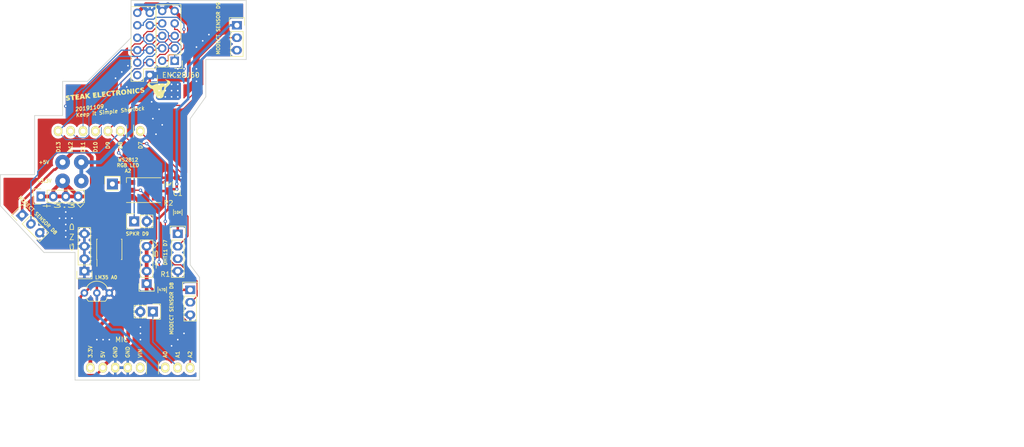
<source format=kicad_pcb>
(kicad_pcb (version 20171130) (host pcbnew 5.0.2+dfsg1-1~bpo9+1)

  (general
    (thickness 1.6)
    (drawings 41)
    (tracks 396)
    (zones 0)
    (modules 22)
    (nets 29)
  )

  (page USLetter)
  (title_block
    (title "Project Title")
    (date 2017-08-14)
    (rev v1.0)
    (company "Released under the CERN Open Hardware License v1.2")
    (comment 1 "Project based on template adapted by jenner@wickerbox.net")
    (comment 2 "Original template by Jonathan (poulc13)")
  )

  (layers
    (0 F.Cu signal)
    (31 B.Cu signal)
    (34 B.Paste user)
    (35 F.Paste user)
    (36 B.SilkS user)
    (37 F.SilkS user)
    (38 B.Mask user)
    (39 F.Mask user)
    (40 Dwgs.User user)
    (44 Edge.Cuts user)
    (48 B.Fab user)
    (49 F.Fab user hide)
  )

  (setup
    (last_trace_width 1.27)
    (user_trace_width 0.1524)
    (user_trace_width 0.254)
    (user_trace_width 0.3302)
    (user_trace_width 0.508)
    (user_trace_width 0.762)
    (user_trace_width 1.27)
    (trace_clearance 0.254)
    (zone_clearance 0.508)
    (zone_45_only no)
    (trace_min 0.1524)
    (segment_width 0.1524)
    (edge_width 0.1524)
    (via_size 0.6858)
    (via_drill 0.3302)
    (via_min_size 0.6858)
    (via_min_drill 0.3302)
    (user_via 0.6858 0.3302)
    (user_via 0.762 0.4064)
    (user_via 0.8636 0.508)
    (uvia_size 0.6858)
    (uvia_drill 0.3302)
    (uvias_allowed no)
    (uvia_min_size 0)
    (uvia_min_drill 0)
    (pcb_text_width 0.1524)
    (pcb_text_size 1.016 1.016)
    (mod_edge_width 0.1524)
    (mod_text_size 1.016 1.016)
    (mod_text_width 0.1524)
    (pad_size 1.5 1.3)
    (pad_drill 0)
    (pad_to_mask_clearance 0.0762)
    (solder_mask_min_width 0.1016)
    (pad_to_paste_clearance -0.0762)
    (aux_axis_origin 0 0)
    (visible_elements 7FFFFFFF)
    (pcbplotparams
      (layerselection 0x310fc_ffffffff)
      (usegerberextensions true)
      (usegerberattributes false)
      (usegerberadvancedattributes false)
      (creategerberjobfile false)
      (excludeedgelayer true)
      (linewidth 0.100000)
      (plotframeref false)
      (viasonmask false)
      (mode 1)
      (useauxorigin false)
      (hpglpennumber 1)
      (hpglpenspeed 20)
      (hpglpendiameter 15.000000)
      (psnegative false)
      (psa4output false)
      (plotreference true)
      (plotvalue true)
      (plotinvisibletext false)
      (padsonsilk false)
      (subtractmaskfromsilk false)
      (outputformat 1)
      (mirror false)
      (drillshape 0)
      (scaleselection 1)
      (outputdirectory "gerbers_rev1.49/"))
  )

  (net 0 "")
  (net 1 GND)
  (net 2 +5V)
  (net 3 /UNUSED)
  (net 4 /VCC_Branch)
  (net 5 /RST)
  (net 6 /CS)
  (net 7 /D13)
  (net 8 /D11)
  (net 9 /D12)
  (net 10 /WOL)
  (net 11 /INT)
  (net 12 /CLKOUT)
  (net 13 +3V3)
  (net 14 /Q3)
  (net 15 /A0)
  (net 16 VIN)
  (net 17 /A1)
  (net 18 /A2)
  (net 19 /D7)
  (net 20 /D8)
  (net 21 /D9)
  (net 22 "Net-(U6-Pad2)")
  (net 23 "Net-(U6-Pad3)")
  (net 24 "Net-(U6-Pad5)")
  (net 25 "Net-(U6-Pad6)")
  (net 26 "Net-(U6-Pad7)")
  (net 27 "Net-(LED1-Pad2)")
  (net 28 "Net-(P14-Pad3)")

  (net_class Default "This is the default net class."
    (clearance 0.254)
    (trace_width 0.254)
    (via_dia 0.6858)
    (via_drill 0.3302)
    (uvia_dia 0.6858)
    (uvia_drill 0.3302)
    (add_net +3V3)
    (add_net +5V)
    (add_net /A0)
    (add_net /A1)
    (add_net /A2)
    (add_net /CLKOUT)
    (add_net /CS)
    (add_net /D11)
    (add_net /D12)
    (add_net /D13)
    (add_net /D7)
    (add_net /D8)
    (add_net /D9)
    (add_net /INT)
    (add_net /Q3)
    (add_net /RST)
    (add_net /UNUSED)
    (add_net /VCC_Branch)
    (add_net /WOL)
    (add_net GND)
    (add_net "Net-(LED1-Pad2)")
    (add_net "Net-(P14-Pad3)")
    (add_net "Net-(U6-Pad2)")
    (add_net "Net-(U6-Pad3)")
    (add_net "Net-(U6-Pad5)")
    (add_net "Net-(U6-Pad6)")
    (add_net "Net-(U6-Pad7)")
    (add_net VIN)
  )

  (module Pin_Headers:Pin_Header_Straight_1x03 (layer F.Cu) (tedit 5DC62211) (tstamp 5DC564A9)
    (at 76.2 92.71)
    (descr "Through hole pin header")
    (tags "pin header")
    (path /5BEC29FA)
    (fp_text reference P99 (at 0 -5.1) (layer F.SilkS) hide
      (effects (font (size 1 1) (thickness 0.15)))
    )
    (fp_text value CONN_01X03 (at 0 -3.1) (layer F.Fab)
      (effects (font (size 1 1) (thickness 0.15)))
    )
    (fp_line (start -1.55 -1.55) (end 1.55 -1.55) (layer F.SilkS) (width 0.15))
    (fp_line (start -1.55 0) (end -1.55 -1.55) (layer F.SilkS) (width 0.15))
    (fp_line (start 1.27 1.27) (end -1.27 1.27) (layer F.SilkS) (width 0.15))
    (fp_line (start 1.55 -1.55) (end 1.55 0) (layer F.SilkS) (width 0.15))
    (fp_line (start 1.27 6.35) (end 1.27 1.27) (layer F.SilkS) (width 0.15))
    (fp_line (start -1.27 6.35) (end 1.27 6.35) (layer F.SilkS) (width 0.15))
    (fp_line (start -1.27 1.27) (end -1.27 6.35) (layer F.SilkS) (width 0.15))
    (fp_line (start -1.75 6.85) (end 1.75 6.85) (layer F.CrtYd) (width 0.05))
    (fp_line (start -1.75 -1.75) (end 1.75 -1.75) (layer F.CrtYd) (width 0.05))
    (fp_line (start 1.75 -1.75) (end 1.75 6.85) (layer F.CrtYd) (width 0.05))
    (fp_line (start -1.75 -1.75) (end -1.75 6.85) (layer F.CrtYd) (width 0.05))
    (pad 3 thru_hole oval (at 0 5.08) (size 2.032 1.7272) (drill 1.016) (layers *.Cu *.Mask)
      (net 1 GND))
    (pad 2 thru_hole oval (at 0 2.54) (size 2.032 1.7272) (drill 1.016) (layers *.Cu *.Mask)
      (net 20 /D8))
    (pad 1 thru_hole rect (at 0 0) (size 2.032 1.7272) (drill 1.016) (layers *.Cu *.Mask)
      (net 2 +5V))
    (model Pin_Headers.3dshapes/Pin_Header_Straight_1x03.wrl
      (offset (xyz 0 -2.539999961853027 0))
      (scale (xyz 1 1 1))
      (rotate (xyz 0 0 90))
    )
  )

  (module footprints:ARDUINO-101-SHIELD_EASYTOSOLDER_VERS locked (layer F.Cu) (tedit 5DC50B3F) (tstamp 5728CC97)
    (at 43.1292 108.585)
    (descr "Through hole socket strip")
    (tags "socket strip")
    (path /572986CB)
    (fp_text reference U5 (at 14.5 -8.5) (layer F.SilkS) hide
      (effects (font (size 1 1) (thickness 0.15)))
    )
    (fp_text value ARDUINO-101-SHIELD (at 22.5 -11) (layer F.SilkS) hide
      (effects (font (size 1 1) (thickness 0.15)))
    )
    (fp_line (start 24.63 -1.75) (end 24.63 1.75) (layer F.CrtYd) (width 0.05))
    (fp_line (start 24.13 1.27) (end 24.13 -1.27) (layer F.SilkS) (width 0.15))
    (fp_text user 3.3V (at 12.7 -3.233057 90) (layer F.SilkS)
      (effects (font (size 0.762 0.762) (thickness 0.1524)))
    )
    (fp_text user 5V (at 15.24 -2.688771 90) (layer F.SilkS)
      (effects (font (size 0.762 0.762) (thickness 0.1524)))
    )
    (fp_text user GND (at 17.78 -3.160486 90) (layer F.SilkS)
      (effects (font (size 0.762 0.762) (thickness 0.1524)))
    )
    (fp_text user GND (at 20.32 -3.160486 90) (layer F.SilkS)
      (effects (font (size 0.762 0.762) (thickness 0.1524)))
    )
    (fp_text user VIN (at 22.86 -2.906486 90) (layer F.SilkS)
      (effects (font (size 0.762 0.762) (thickness 0.1524)))
    )
    (fp_text user A0 (at 27.9654 -2.688771 90) (layer F.SilkS)
      (effects (font (size 0.762 0.762) (thickness 0.1524)))
    )
    (fp_text user A1 (at 30.5054 -2.688771 90) (layer F.SilkS)
      (effects (font (size 0.762 0.762) (thickness 0.1524)))
    )
    (fp_line (start 26.5938 1.2954) (end 26.5938 -1.2446) (layer F.SilkS) (width 0.15))
    (fp_text user A2 (at 33.0454 -2.688771 90) (layer F.SilkS)
      (effects (font (size 0.762 0.762) (thickness 0.1524)))
    )
    (fp_line (start 26.2154 -1.7246) (end 26.2154 1.7754) (layer F.CrtYd) (width 0.05))
    (fp_line (start 21.5138 -46.99) (end 21.5138 -49.53) (layer F.SilkS) (width 0.15))
    (fp_text user D7 (at 22.9362 -45.349886 90) (layer F.SilkS)
      (effects (font (size 0.762 0.762) (thickness 0.1524)))
    )
    (fp_line (start 21.1354 -50.01) (end 21.1354 -46.51) (layer F.CrtYd) (width 0.05))
    (fp_text user D10 (at 13.7414 -44.987029 90) (layer F.SilkS)
      (effects (font (size 0.762 0.762) (thickness 0.1524)))
    )
    (fp_text user D12 (at 8.6614 -44.987029 90) (layer F.SilkS)
      (effects (font (size 0.762 0.762) (thickness 0.1524)))
    )
    (fp_text user D9 (at 16.2814 -45.349886 90) (layer F.SilkS)
      (effects (font (size 0.762 0.762) (thickness 0.1524)))
    )
    (fp_text user D8 (at 18.8214 -45.349886 90) (layer F.SilkS)
      (effects (font (size 0.762 0.762) (thickness 0.1524)))
    )
    (fp_line (start 20.0914 -46.99) (end 20.0914 -49.53) (layer F.SilkS) (width 0.15))
    (fp_text user D11 (at 11.2014 -44.987029 90) (layer F.SilkS)
      (effects (font (size 0.762 0.762) (thickness 0.1524)))
    )
    (fp_text user D13 (at 6.1722 -44.987029 90) (layer F.SilkS)
      (effects (font (size 0.762 0.762) (thickness 0.1524)))
    )
    (fp_line (start 20.5914 -50.01) (end 20.5914 -46.51) (layer F.CrtYd) (width 0.05))
    (pad 3V3 thru_hole oval (at 12.7 0) (size 1.7272 2.032) (drill 1.016) (layers *.Cu *.Mask F.SilkS)
      (net 13 +3V3))
    (pad 5V thru_hole oval (at 15.24 0) (size 1.7272 2.032) (drill 1.016) (layers *.Cu *.Mask F.SilkS)
      (net 2 +5V))
    (pad GND1 thru_hole oval (at 17.78 0) (size 1.7272 2.032) (drill 1.016) (layers *.Cu *.Mask F.SilkS)
      (net 1 GND))
    (pad GND2 thru_hole oval (at 20.32 0) (size 1.7272 2.032) (drill 1.016) (layers *.Cu *.Mask F.SilkS)
      (net 1 GND))
    (pad VIN thru_hole oval (at 22.86 0) (size 1.7272 2.032) (drill 1.016) (layers *.Cu *.Mask F.SilkS)
      (net 16 VIN))
    (pad A0 thru_hole oval (at 27.9654 0) (size 1.7272 2.032) (drill 1.016) (layers *.Cu *.Mask F.SilkS)
      (net 15 /A0))
    (pad A1 thru_hole oval (at 30.5054 0) (size 1.7272 2.032) (drill 1.016) (layers *.Cu *.Mask F.SilkS)
      (net 17 /A1))
    (pad A2 thru_hole oval (at 33.0454 0) (size 1.7272 2.032) (drill 1.016) (layers *.Cu *.Mask F.SilkS)
      (net 18 /A2))
    (pad D7 thru_hole oval (at 22.8854 -48.26) (size 1.7272 2.032) (drill 1.016) (layers *.Cu *.Mask F.SilkS)
      (net 19 /D7))
    (pad D13 thru_hole oval (at 6.1214 -48.26) (size 1.7272 2.032) (drill 1.016) (layers *.Cu *.Mask F.SilkS)
      (net 7 /D13))
    (pad D12 thru_hole oval (at 8.6614 -48.26) (size 1.7272 2.032) (drill 1.016) (layers *.Cu *.Mask F.SilkS)
      (net 9 /D12))
    (pad D11 thru_hole oval (at 11.2014 -48.26) (size 1.7272 2.032) (drill 1.016) (layers *.Cu *.Mask F.SilkS)
      (net 8 /D11))
    (pad D8 thru_hole oval (at 18.8214 -48.26) (size 1.7272 2.032) (drill 1.016) (layers *.Cu *.Mask F.SilkS)
      (net 20 /D8))
    (pad D9 thru_hole oval (at 16.2814 -48.26) (size 1.7272 2.032) (drill 1.016) (layers *.Cu *.Mask F.SilkS)
      (net 21 /D9))
    (pad D10 thru_hole oval (at 13.7414 -48.26) (size 1.7272 2.032) (drill 1.016) (layers *.Cu *.Mask F.SilkS)
      (net 6 /CS))
    (model ${KIPRJMOD}/Socket_Arduino_Uno.3dshapes/Socket_header_Arduino_1x08.wrl
      (offset (xyz 8.889999866485596 0 0))
      (scale (xyz 1 1 1))
      (rotate (xyz 0 0 180))
    )
  )

  (module Pin_Headers:Pin_Header_Straight_1x04 (layer F.Cu) (tedit 5BEA5E04) (tstamp 5BED73A4)
    (at 67.31 91.44 180)
    (descr "Through hole pin header")
    (tags "pin header")
    (path /5BEAFC8B)
    (fp_text reference P1 (at 0 -5.1 180) (layer F.SilkS) hide
      (effects (font (size 1 1) (thickness 0.15)))
    )
    (fp_text value CONN_01X04 (at 0 -3.1 180) (layer F.Fab)
      (effects (font (size 1 1) (thickness 0.15)))
    )
    (fp_line (start -1.55 -1.55) (end 1.55 -1.55) (layer F.SilkS) (width 0.15))
    (fp_line (start -1.55 0) (end -1.55 -1.55) (layer F.SilkS) (width 0.15))
    (fp_line (start 1.27 1.27) (end -1.27 1.27) (layer F.SilkS) (width 0.15))
    (fp_line (start -1.27 8.89) (end 1.27 8.89) (layer F.SilkS) (width 0.15))
    (fp_line (start 1.55 -1.55) (end 1.55 0) (layer F.SilkS) (width 0.15))
    (fp_line (start 1.27 1.27) (end 1.27 8.89) (layer F.SilkS) (width 0.15))
    (fp_line (start -1.27 1.27) (end -1.27 8.89) (layer F.SilkS) (width 0.15))
    (fp_line (start -1.75 9.4) (end 1.75 9.4) (layer F.CrtYd) (width 0.05))
    (fp_line (start -1.75 -1.75) (end 1.75 -1.75) (layer F.CrtYd) (width 0.05))
    (fp_line (start 1.75 -1.75) (end 1.75 9.4) (layer F.CrtYd) (width 0.05))
    (fp_line (start -1.75 -1.75) (end -1.75 9.4) (layer F.CrtYd) (width 0.05))
    (pad 4 thru_hole oval (at 0 7.62 180) (size 2.032 1.7272) (drill 1.016) (layers *.Cu *.Mask)
      (net 2 +5V))
    (pad 3 thru_hole oval (at 0 5.08 180) (size 2.032 1.7272) (drill 1.016) (layers *.Cu *.Mask)
      (net 2 +5V))
    (pad 2 thru_hole oval (at 0 2.54 180) (size 2.032 1.7272) (drill 1.016) (layers *.Cu *.Mask)
      (net 2 +5V))
    (pad 1 thru_hole rect (at 0 0 180) (size 2.032 1.7272) (drill 1.016) (layers *.Cu *.Mask)
      (net 2 +5V))
    (model Pin_Headers.3dshapes/Pin_Header_Straight_1x04.wrl
      (offset (xyz 0 -3.809999942779541 0))
      (scale (xyz 1 1 1))
      (rotate (xyz 0 0 90))
    )
  )

  (module LEDs:LED_WS2812-PLCC6 (layer F.Cu) (tedit 5BEA5E31) (tstamp 5BED7391)
    (at 66.675 72.39)
    (descr http://www.world-semi.com/en/Driver/Lighting/WS2811/WS212B/WS2822S/)
    (tags "LED RGB")
    (path /5BEA6DDE)
    (attr smd)
    (fp_text reference LED1 (at 0 -3.5) (layer F.SilkS) hide
      (effects (font (size 1 1) (thickness 0.15)))
    )
    (fp_text value WS2812 (at 0 4) (layer F.Fab)
      (effects (font (size 1 1) (thickness 0.15)))
    )
    (fp_line (start 3.75 -2.85) (end -3.75 -2.85) (layer F.CrtYd) (width 0.05))
    (fp_line (start 3.75 2.85) (end 3.75 -2.85) (layer F.CrtYd) (width 0.05))
    (fp_line (start -3.75 2.85) (end 3.75 2.85) (layer F.CrtYd) (width 0.05))
    (fp_line (start -3.75 -2.85) (end -3.75 2.85) (layer F.CrtYd) (width 0.05))
    (fp_line (start -2.5 -1.5) (end -1.5 -2.5) (layer Dwgs.User) (width 0.1))
    (fp_line (start -2.5 -2.5) (end 2.5 -2.5) (layer Dwgs.User) (width 0.1))
    (fp_line (start 2.5 -2.5) (end 2.5 2.5) (layer Dwgs.User) (width 0.1))
    (fp_line (start 2.5 2.5) (end -2.5 2.5) (layer Dwgs.User) (width 0.1))
    (fp_line (start -2.5 2.5) (end -2.5 -2.5) (layer Dwgs.User) (width 0.1))
    (fp_line (start -3.5 2.5) (end 3.5 2.5) (layer F.SilkS) (width 0.15))
    (fp_line (start -3.5 -1.55) (end -3.5 -2.55) (layer F.SilkS) (width 0.15))
    (fp_line (start -3.5 -2.55) (end 3.5 -2.55) (layer F.SilkS) (width 0.15))
    (fp_circle (center 0 0) (end 0 -2) (layer Dwgs.User) (width 0.1))
    (pad 4 smd rect (at 2.5 1.6) (size 1.6 1) (layers F.Cu F.Paste F.Mask))
    (pad 5 smd rect (at 2.5 0) (size 1.6 1) (layers F.Cu F.Paste F.Mask)
      (net 2 +5V))
    (pad 6 smd rect (at 2.5 -1.6) (size 1.6 1) (layers F.Cu F.Paste F.Mask)
      (net 1 GND))
    (pad 3 smd rect (at -2.5 1.6) (size 1.6 1) (layers F.Cu F.Paste F.Mask)
      (net 2 +5V))
    (pad 2 smd rect (at -2.5 0) (size 1.6 1) (layers F.Cu F.Paste F.Mask)
      (net 27 "Net-(LED1-Pad2)"))
    (pad 1 smd rect (at -2.5 -1.6) (size 1.6 1) (layers F.Cu F.Paste F.Mask)
      (net 3 /UNUSED))
    (model LEDs.3dshapes/LED_WS2812-PLCC6.wrl
      (offset (xyz 0 0 0.1015999984741211))
      (scale (xyz 0.3937 0.3937 0.3937))
      (rotate (xyz 0 0 0))
    )
  )

  (module Pin_Headers:Pin_Header_Straight_2x05 (layer F.Cu) (tedit 5BEA5DEE) (tstamp 5BED73BE)
    (at 73.025 45.974 180)
    (descr "Through hole pin header")
    (tags "pin header")
    (path /5BEA525E)
    (fp_text reference P2 (at 0 -5.1 180) (layer F.SilkS) hide
      (effects (font (size 1 1) (thickness 0.15)))
    )
    (fp_text value CONN_02X05 (at 0 -3.1 180) (layer F.Fab)
      (effects (font (size 1 1) (thickness 0.15)))
    )
    (fp_line (start -1.75 -1.75) (end -1.75 11.95) (layer F.CrtYd) (width 0.05))
    (fp_line (start 4.3 -1.75) (end 4.3 11.95) (layer F.CrtYd) (width 0.05))
    (fp_line (start -1.75 -1.75) (end 4.3 -1.75) (layer F.CrtYd) (width 0.05))
    (fp_line (start -1.75 11.95) (end 4.3 11.95) (layer F.CrtYd) (width 0.05))
    (fp_line (start 3.81 -1.27) (end 3.81 11.43) (layer F.SilkS) (width 0.15))
    (fp_line (start 3.81 11.43) (end -1.27 11.43) (layer F.SilkS) (width 0.15))
    (fp_line (start -1.27 11.43) (end -1.27 1.27) (layer F.SilkS) (width 0.15))
    (fp_line (start 3.81 -1.27) (end 1.27 -1.27) (layer F.SilkS) (width 0.15))
    (fp_line (start 0 -1.55) (end -1.55 -1.55) (layer F.SilkS) (width 0.15))
    (fp_line (start 1.27 -1.27) (end 1.27 1.27) (layer F.SilkS) (width 0.15))
    (fp_line (start 1.27 1.27) (end -1.27 1.27) (layer F.SilkS) (width 0.15))
    (fp_line (start -1.55 -1.55) (end -1.55 0) (layer F.SilkS) (width 0.15))
    (pad 1 thru_hole rect (at 0 0 180) (size 1.7272 1.7272) (drill 1.016) (layers *.Cu *.Mask)
      (net 12 /CLKOUT))
    (pad 2 thru_hole oval (at 2.54 0 180) (size 1.7272 1.7272) (drill 1.016) (layers *.Cu *.Mask)
      (net 11 /INT))
    (pad 3 thru_hole oval (at 0 2.54 180) (size 1.7272 1.7272) (drill 1.016) (layers *.Cu *.Mask)
      (net 10 /WOL))
    (pad 4 thru_hole oval (at 2.54 2.54 180) (size 1.7272 1.7272) (drill 1.016) (layers *.Cu *.Mask)
      (net 9 /D12))
    (pad 5 thru_hole oval (at 0 5.08 180) (size 1.7272 1.7272) (drill 1.016) (layers *.Cu *.Mask)
      (net 8 /D11))
    (pad 6 thru_hole oval (at 2.54 5.08 180) (size 1.7272 1.7272) (drill 1.016) (layers *.Cu *.Mask)
      (net 7 /D13))
    (pad 7 thru_hole oval (at 0 7.62 180) (size 1.7272 1.7272) (drill 1.016) (layers *.Cu *.Mask)
      (net 6 /CS))
    (pad 8 thru_hole oval (at 2.54 7.62 180) (size 1.7272 1.7272) (drill 1.016) (layers *.Cu *.Mask)
      (net 5 /RST))
    (pad 9 thru_hole oval (at 0 10.16 180) (size 1.7272 1.7272) (drill 1.016) (layers *.Cu *.Mask)
      (net 4 /VCC_Branch))
    (pad 10 thru_hole oval (at 2.54 10.16 180) (size 1.7272 1.7272) (drill 1.016) (layers *.Cu *.Mask)
      (net 1 GND))
    (model Pin_Headers.3dshapes/Pin_Header_Straight_2x05.wrl
      (offset (xyz 1.269999980926514 -5.079999923706055 0))
      (scale (xyz 1 1 1))
      (rotate (xyz 0 0 90))
    )
  )

  (module Wire_Pads:SolderWirePad_2x_1-2mmDrill (layer F.Cu) (tedit 5BEA5DE3) (tstamp 5BED73C4)
    (at 52.07 70.485)
    (path /5BEA5574)
    (fp_text reference P3 (at 0 -3.81) (layer F.SilkS) hide
      (effects (font (size 1 1) (thickness 0.15)))
    )
    (fp_text value CONN_01X02 (at 0.635 3.81) (layer F.Fab)
      (effects (font (size 1 1) (thickness 0.15)))
    )
    (pad 1 thru_hole circle (at -1.905 0) (size 2.99974 2.99974) (drill 1.19888) (layers *.Cu *.Mask)
      (net 13 +3V3))
    (pad 2 thru_hole circle (at 1.905 0) (size 2.99974 2.99974) (drill 1.19888) (layers *.Cu *.Mask)
      (net 4 /VCC_Branch))
  )

  (module Wire_Pads:SolderWirePad_2x_1-2mmDrill (layer F.Cu) (tedit 5BEA5DE9) (tstamp 5BED73CA)
    (at 52.07 66.675)
    (path /5BEA5648)
    (fp_text reference P4 (at 0 -3.81) (layer F.SilkS) hide
      (effects (font (size 1 1) (thickness 0.15)))
    )
    (fp_text value CONN_01X02 (at 0.635 3.81) (layer F.Fab)
      (effects (font (size 1 1) (thickness 0.15)))
    )
    (pad 2 thru_hole circle (at 1.905 0) (size 2.99974 2.99974) (drill 1.19888) (layers *.Cu *.Mask)
      (net 4 /VCC_Branch))
    (pad 1 thru_hole circle (at -1.905 0) (size 2.99974 2.99974) (drill 1.19888) (layers *.Cu *.Mask)
      (net 2 +5V))
  )

  (module Pin_Headers:Pin_Header_Straight_1x04 (layer F.Cu) (tedit 5BEA5E06) (tstamp 5BED73DD)
    (at 54.61 88.9 180)
    (descr "Through hole pin header")
    (tags "pin header")
    (path /5BEAFD07)
    (fp_text reference P5 (at 0 -5.1 180) (layer F.SilkS) hide
      (effects (font (size 1 1) (thickness 0.15)))
    )
    (fp_text value CONN_01X04 (at 0 -3.1 180) (layer F.Fab)
      (effects (font (size 1 1) (thickness 0.15)))
    )
    (fp_line (start -1.75 -1.75) (end -1.75 9.4) (layer F.CrtYd) (width 0.05))
    (fp_line (start 1.75 -1.75) (end 1.75 9.4) (layer F.CrtYd) (width 0.05))
    (fp_line (start -1.75 -1.75) (end 1.75 -1.75) (layer F.CrtYd) (width 0.05))
    (fp_line (start -1.75 9.4) (end 1.75 9.4) (layer F.CrtYd) (width 0.05))
    (fp_line (start -1.27 1.27) (end -1.27 8.89) (layer F.SilkS) (width 0.15))
    (fp_line (start 1.27 1.27) (end 1.27 8.89) (layer F.SilkS) (width 0.15))
    (fp_line (start 1.55 -1.55) (end 1.55 0) (layer F.SilkS) (width 0.15))
    (fp_line (start -1.27 8.89) (end 1.27 8.89) (layer F.SilkS) (width 0.15))
    (fp_line (start 1.27 1.27) (end -1.27 1.27) (layer F.SilkS) (width 0.15))
    (fp_line (start -1.55 0) (end -1.55 -1.55) (layer F.SilkS) (width 0.15))
    (fp_line (start -1.55 -1.55) (end 1.55 -1.55) (layer F.SilkS) (width 0.15))
    (pad 1 thru_hole rect (at 0 0 180) (size 2.032 1.7272) (drill 1.016) (layers *.Cu *.Mask)
      (net 1 GND))
    (pad 2 thru_hole oval (at 0 2.54 180) (size 2.032 1.7272) (drill 1.016) (layers *.Cu *.Mask)
      (net 1 GND))
    (pad 3 thru_hole oval (at 0 5.08 180) (size 2.032 1.7272) (drill 1.016) (layers *.Cu *.Mask)
      (net 1 GND))
    (pad 4 thru_hole oval (at 0 7.62 180) (size 2.032 1.7272) (drill 1.016) (layers *.Cu *.Mask)
      (net 1 GND))
    (model Pin_Headers.3dshapes/Pin_Header_Straight_1x04.wrl
      (offset (xyz 0 -3.809999942779541 0))
      (scale (xyz 1 1 1))
      (rotate (xyz 0 0 90))
    )
  )

  (module Pin_Headers:Pin_Header_Straight_1x01 (layer F.Cu) (tedit 5BEA5DF9) (tstamp 5BED73EA)
    (at 60.325 71.12)
    (descr "Through hole pin header")
    (tags "pin header")
    (path /5BEA8687)
    (fp_text reference P6 (at 0 -5.1) (layer F.SilkS) hide
      (effects (font (size 1 1) (thickness 0.15)))
    )
    (fp_text value CONN_01X01 (at 0 -3.1) (layer F.Fab)
      (effects (font (size 1 1) (thickness 0.15)))
    )
    (fp_line (start 1.55 -1.55) (end 1.55 0) (layer F.SilkS) (width 0.15))
    (fp_line (start -1.75 -1.75) (end -1.75 1.75) (layer F.CrtYd) (width 0.05))
    (fp_line (start 1.75 -1.75) (end 1.75 1.75) (layer F.CrtYd) (width 0.05))
    (fp_line (start -1.75 -1.75) (end 1.75 -1.75) (layer F.CrtYd) (width 0.05))
    (fp_line (start -1.75 1.75) (end 1.75 1.75) (layer F.CrtYd) (width 0.05))
    (fp_line (start -1.55 0) (end -1.55 -1.55) (layer F.SilkS) (width 0.15))
    (fp_line (start -1.55 -1.55) (end 1.55 -1.55) (layer F.SilkS) (width 0.15))
    (fp_line (start -1.27 1.27) (end 1.27 1.27) (layer F.SilkS) (width 0.15))
    (pad 1 thru_hole rect (at 0 0) (size 2.2352 2.2352) (drill 1.016) (layers *.Cu *.Mask)
      (net 3 /UNUSED))
    (model Pin_Headers.3dshapes/Pin_Header_Straight_1x01.wrl
      (at (xyz 0 0 0))
      (scale (xyz 1 1 1))
      (rotate (xyz 0 0 90))
    )
  )

  (module Pin_Headers:Pin_Header_Straight_2x06 (layer F.Cu) (tedit 5BEA5DEC) (tstamp 5BED7406)
    (at 67.945 48.895 180)
    (descr "Through hole pin header")
    (tags "pin header")
    (path /5BEBE683)
    (fp_text reference P7 (at 0 -5.1 180) (layer F.SilkS) hide
      (effects (font (size 1 1) (thickness 0.15)))
    )
    (fp_text value CONN_02X06 (at 0 -3.1 180) (layer F.Fab)
      (effects (font (size 1 1) (thickness 0.15)))
    )
    (fp_line (start -1.75 -1.75) (end -1.75 14.45) (layer F.CrtYd) (width 0.05))
    (fp_line (start 4.3 -1.75) (end 4.3 14.45) (layer F.CrtYd) (width 0.05))
    (fp_line (start -1.75 -1.75) (end 4.3 -1.75) (layer F.CrtYd) (width 0.05))
    (fp_line (start -1.75 14.45) (end 4.3 14.45) (layer F.CrtYd) (width 0.05))
    (fp_line (start 3.81 13.97) (end 3.81 -1.27) (layer F.SilkS) (width 0.15))
    (fp_line (start -1.27 1.27) (end -1.27 13.97) (layer F.SilkS) (width 0.15))
    (fp_line (start 3.81 13.97) (end -1.27 13.97) (layer F.SilkS) (width 0.15))
    (fp_line (start 3.81 -1.27) (end 1.27 -1.27) (layer F.SilkS) (width 0.15))
    (fp_line (start 0 -1.55) (end -1.55 -1.55) (layer F.SilkS) (width 0.15))
    (fp_line (start 1.27 -1.27) (end 1.27 1.27) (layer F.SilkS) (width 0.15))
    (fp_line (start 1.27 1.27) (end -1.27 1.27) (layer F.SilkS) (width 0.15))
    (fp_line (start -1.55 -1.55) (end -1.55 0) (layer F.SilkS) (width 0.15))
    (pad 1 thru_hole rect (at 0 0 180) (size 1.7272 1.7272) (drill 1.016) (layers *.Cu *.Mask)
      (net 1 GND))
    (pad 2 thru_hole oval (at 2.54 0 180) (size 1.7272 1.7272) (drill 1.016) (layers *.Cu *.Mask)
      (net 14 /Q3))
    (pad 3 thru_hole oval (at 0 2.54 180) (size 1.7272 1.7272) (drill 1.016) (layers *.Cu *.Mask)
      (net 6 /CS))
    (pad 4 thru_hole oval (at 2.54 2.54 180) (size 1.7272 1.7272) (drill 1.016) (layers *.Cu *.Mask)
      (net 5 /RST))
    (pad 5 thru_hole oval (at 0 5.08 180) (size 1.7272 1.7272) (drill 1.016) (layers *.Cu *.Mask)
      (net 8 /D11))
    (pad 6 thru_hole oval (at 2.54 5.08 180) (size 1.7272 1.7272) (drill 1.016) (layers *.Cu *.Mask)
      (net 7 /D13))
    (pad 7 thru_hole oval (at 0 7.62 180) (size 1.7272 1.7272) (drill 1.016) (layers *.Cu *.Mask)
      (net 10 /WOL))
    (pad 8 thru_hole oval (at 2.54 7.62 180) (size 1.7272 1.7272) (drill 1.016) (layers *.Cu *.Mask)
      (net 9 /D12))
    (pad 9 thru_hole oval (at 0 10.16 180) (size 1.7272 1.7272) (drill 1.016) (layers *.Cu *.Mask)
      (net 12 /CLKOUT))
    (pad 10 thru_hole oval (at 2.54 10.16 180) (size 1.7272 1.7272) (drill 1.016) (layers *.Cu *.Mask)
      (net 11 /INT))
    (pad 11 thru_hole oval (at 0 12.7 180) (size 1.7272 1.7272) (drill 1.016) (layers *.Cu *.Mask)
      (net 1 GND))
    (pad 12 thru_hole oval (at 2.54 12.7 180) (size 1.7272 1.7272) (drill 1.016) (layers *.Cu *.Mask)
      (net 4 /VCC_Branch))
    (model Pin_Headers.3dshapes/Pin_Header_Straight_2x06.wrl
      (offset (xyz 1.269999980926514 -6.349999904632568 0))
      (scale (xyz 1 1 1))
      (rotate (xyz 0 0 90))
    )
  )

  (module Pin_Headers:Pin_Header_Straight_1x03 (layer F.Cu) (tedit 5DC511BB) (tstamp 5BED7418)
    (at 41.91 77.47 45)
    (descr "Through hole pin header")
    (tags "pin header")
    (path /5BEA8889)
    (fp_text reference P8 (at 0 -5.1 45) (layer F.SilkS) hide
      (effects (font (size 1 1) (thickness 0.15)))
    )
    (fp_text value CONN_01X03 (at 0 -3.1 45) (layer F.Fab)
      (effects (font (size 1 1) (thickness 0.15)))
    )
    (fp_line (start -1.55 -1.55) (end 1.55 -1.55) (layer F.SilkS) (width 0.15))
    (fp_line (start -1.55 0) (end -1.55 -1.55) (layer F.SilkS) (width 0.15))
    (fp_line (start 1.27 1.27) (end -1.27 1.27) (layer F.SilkS) (width 0.15))
    (fp_line (start 1.55 -1.55) (end 1.55 0) (layer F.SilkS) (width 0.15))
    (fp_line (start 1.27 6.35) (end 1.27 1.27) (layer F.SilkS) (width 0.15))
    (fp_line (start -1.27 6.35) (end 1.27 6.35) (layer F.SilkS) (width 0.15))
    (fp_line (start -1.27 1.27) (end -1.27 6.35) (layer F.SilkS) (width 0.15))
    (fp_line (start -1.75 6.85) (end 1.75 6.85) (layer F.CrtYd) (width 0.05))
    (fp_line (start -1.75 -1.75) (end 1.75 -1.75) (layer F.CrtYd) (width 0.05))
    (fp_line (start 1.75 -1.75) (end 1.75 6.85) (layer F.CrtYd) (width 0.05))
    (fp_line (start -1.75 -1.75) (end -1.75 6.85) (layer F.CrtYd) (width 0.05))
    (pad 3 thru_hole oval (at 0 5.079999 45) (size 2.032 1.7272) (drill 1.016) (layers *.Cu *.Mask)
      (net 1 GND))
    (pad 2 thru_hole oval (at 0 2.54 45) (size 2.032 1.7272) (drill 1.016) (layers *.Cu *.Mask)
      (net 20 /D8))
    (pad 1 thru_hole rect (at 0 0 45) (size 2.032 1.7272) (drill 1.016) (layers *.Cu *.Mask)
      (net 2 +5V))
    (model Pin_Headers.3dshapes/Pin_Header_Straight_1x03.wrl
      (offset (xyz 0 -2.539999961853027 0))
      (scale (xyz 1 1 1))
      (rotate (xyz 0 0 90))
    )
  )

  (module Pin_Headers:Pin_Header_Straight_1x03 (layer F.Cu) (tedit 5DC62222) (tstamp 5BED742A)
    (at 85.725 38.735)
    (descr "Through hole pin header")
    (tags "pin header")
    (path /5BEC29FA)
    (fp_text reference P98 (at 0 -5.1) (layer F.SilkS) hide
      (effects (font (size 1 1) (thickness 0.15)))
    )
    (fp_text value CONN_01X03 (at 0 -3.1) (layer F.Fab)
      (effects (font (size 1 1) (thickness 0.15)))
    )
    (fp_line (start -1.75 -1.75) (end -1.75 6.85) (layer F.CrtYd) (width 0.05))
    (fp_line (start 1.75 -1.75) (end 1.75 6.85) (layer F.CrtYd) (width 0.05))
    (fp_line (start -1.75 -1.75) (end 1.75 -1.75) (layer F.CrtYd) (width 0.05))
    (fp_line (start -1.75 6.85) (end 1.75 6.85) (layer F.CrtYd) (width 0.05))
    (fp_line (start -1.27 1.27) (end -1.27 6.35) (layer F.SilkS) (width 0.15))
    (fp_line (start -1.27 6.35) (end 1.27 6.35) (layer F.SilkS) (width 0.15))
    (fp_line (start 1.27 6.35) (end 1.27 1.27) (layer F.SilkS) (width 0.15))
    (fp_line (start 1.55 -1.55) (end 1.55 0) (layer F.SilkS) (width 0.15))
    (fp_line (start 1.27 1.27) (end -1.27 1.27) (layer F.SilkS) (width 0.15))
    (fp_line (start -1.55 0) (end -1.55 -1.55) (layer F.SilkS) (width 0.15))
    (fp_line (start -1.55 -1.55) (end 1.55 -1.55) (layer F.SilkS) (width 0.15))
    (pad 1 thru_hole rect (at 0 0) (size 2.032 1.7272) (drill 1.016) (layers *.Cu *.Mask)
      (net 2 +5V))
    (pad 2 thru_hole oval (at 0 2.54) (size 2.032 1.7272) (drill 1.016) (layers *.Cu *.Mask)
      (net 21 /D9))
    (pad 3 thru_hole oval (at 0 5.08) (size 2.032 1.7272) (drill 1.016) (layers *.Cu *.Mask)
      (net 1 GND))
    (model Pin_Headers.3dshapes/Pin_Header_Straight_1x03.wrl
      (offset (xyz 0 -2.539999961853027 0))
      (scale (xyz 1 1 1))
      (rotate (xyz 0 0 90))
    )
  )

  (module TO_SOT_Packages_THT:TO-92_Inline_Wide (layer F.Cu) (tedit 5BEA5DFF) (tstamp 5BED743A)
    (at 54.61 93.345)
    (descr "TO-92 leads in-line, wide, drill 0.8mm (see NXP sot054_po.pdf)")
    (tags "to-92 sc-43 sc-43a sot54 PA33 transistor")
    (path /5BEB9C02)
    (fp_text reference P10 (at 0 -4 180) (layer F.SilkS) hide
      (effects (font (size 1 1) (thickness 0.15)))
    )
    (fp_text value CONN_01X03 (at 0 3) (layer F.Fab)
      (effects (font (size 1 1) (thickness 0.15)))
    )
    (fp_arc (start 2.54 0) (end 0.84 1.7) (angle 20.5) (layer F.SilkS) (width 0.15))
    (fp_arc (start 2.54 0) (end 4.24 1.7) (angle -20.5) (layer F.SilkS) (width 0.15))
    (fp_line (start -1 1.95) (end -1 -2.65) (layer F.CrtYd) (width 0.05))
    (fp_line (start -1 1.95) (end 6.1 1.95) (layer F.CrtYd) (width 0.05))
    (fp_line (start 0.84 1.7) (end 4.24 1.7) (layer F.SilkS) (width 0.15))
    (fp_arc (start 2.54 0) (end 2.54 -2.4) (angle -65.55604127) (layer F.SilkS) (width 0.15))
    (fp_arc (start 2.54 0) (end 2.54 -2.4) (angle 65.55604127) (layer F.SilkS) (width 0.15))
    (fp_line (start -1 -2.65) (end 6.1 -2.65) (layer F.CrtYd) (width 0.05))
    (fp_line (start 6.1 1.95) (end 6.1 -2.65) (layer F.CrtYd) (width 0.05))
    (pad 2 thru_hole circle (at 2.54 0 90) (size 1.524 1.524) (drill 0.8) (layers *.Cu *.Mask)
      (net 15 /A0))
    (pad 3 thru_hole circle (at 5.08 0 90) (size 1.524 1.524) (drill 0.8) (layers *.Cu *.Mask)
      (net 1 GND))
    (pad 1 thru_hole circle (at 0 0 90) (size 1.524 1.524) (drill 0.8) (layers *.Cu *.Mask)
      (net 2 +5V))
    (model TO_SOT_Packages_THT.3dshapes/TO-92_Inline_Wide.wrl
      (offset (xyz 2.539999961853027 0 0))
      (scale (xyz 1 1 1))
      (rotate (xyz 0 0 -90))
    )
  )

  (module Housings_SOIC:SOIC-8_3.9x4.9mm_Pitch1.27mm (layer F.Cu) (tedit 5BEA5DFC) (tstamp 5BED7456)
    (at 59.69 84.455 90)
    (descr "8-Lead Plastic Small Outline (SN) - Narrow, 3.90 mm Body [SOIC] (see Microchip Packaging Specification 00000049BS.pdf)")
    (tags "SOIC 1.27")
    (path /5BEA60EB)
    (attr smd)
    (fp_text reference U6 (at 0 -3.5 90) (layer F.SilkS) hide
      (effects (font (size 1 1) (thickness 0.15)))
    )
    (fp_text value LM35-D (at 0 3.5 90) (layer F.Fab)
      (effects (font (size 1 1) (thickness 0.15)))
    )
    (fp_line (start -0.95 -2.45) (end 1.95 -2.45) (layer F.Fab) (width 0.15))
    (fp_line (start 1.95 -2.45) (end 1.95 2.45) (layer F.Fab) (width 0.15))
    (fp_line (start 1.95 2.45) (end -1.95 2.45) (layer F.Fab) (width 0.15))
    (fp_line (start -1.95 2.45) (end -1.95 -1.45) (layer F.Fab) (width 0.15))
    (fp_line (start -1.95 -1.45) (end -0.95 -2.45) (layer F.Fab) (width 0.15))
    (fp_line (start -3.75 -2.75) (end -3.75 2.75) (layer F.CrtYd) (width 0.05))
    (fp_line (start 3.75 -2.75) (end 3.75 2.75) (layer F.CrtYd) (width 0.05))
    (fp_line (start -3.75 -2.75) (end 3.75 -2.75) (layer F.CrtYd) (width 0.05))
    (fp_line (start -3.75 2.75) (end 3.75 2.75) (layer F.CrtYd) (width 0.05))
    (fp_line (start -2.075 -2.575) (end -2.075 -2.525) (layer F.SilkS) (width 0.15))
    (fp_line (start 2.075 -2.575) (end 2.075 -2.43) (layer F.SilkS) (width 0.15))
    (fp_line (start 2.075 2.575) (end 2.075 2.43) (layer F.SilkS) (width 0.15))
    (fp_line (start -2.075 2.575) (end -2.075 2.43) (layer F.SilkS) (width 0.15))
    (fp_line (start -2.075 -2.575) (end 2.075 -2.575) (layer F.SilkS) (width 0.15))
    (fp_line (start -2.075 2.575) (end 2.075 2.575) (layer F.SilkS) (width 0.15))
    (fp_line (start -2.075 -2.525) (end -3.475 -2.525) (layer F.SilkS) (width 0.15))
    (pad 1 smd rect (at -2.7 -1.905 90) (size 1.55 0.6) (layers F.Cu F.Paste F.Mask)
      (net 15 /A0))
    (pad 2 smd rect (at -2.7 -0.635 90) (size 1.55 0.6) (layers F.Cu F.Paste F.Mask)
      (net 22 "Net-(U6-Pad2)"))
    (pad 3 smd rect (at -2.7 0.635 90) (size 1.55 0.6) (layers F.Cu F.Paste F.Mask)
      (net 23 "Net-(U6-Pad3)"))
    (pad 4 smd rect (at -2.7 1.905 90) (size 1.55 0.6) (layers F.Cu F.Paste F.Mask)
      (net 1 GND))
    (pad 5 smd rect (at 2.7 1.905 90) (size 1.55 0.6) (layers F.Cu F.Paste F.Mask)
      (net 24 "Net-(U6-Pad5)"))
    (pad 6 smd rect (at 2.7 0.635 90) (size 1.55 0.6) (layers F.Cu F.Paste F.Mask)
      (net 25 "Net-(U6-Pad6)"))
    (pad 7 smd rect (at 2.7 -0.635 90) (size 1.55 0.6) (layers F.Cu F.Paste F.Mask)
      (net 26 "Net-(U6-Pad7)"))
    (pad 8 smd rect (at 2.7 -1.905 90) (size 1.55 0.6) (layers F.Cu F.Paste F.Mask)
      (net 2 +5V))
    (model Housings_SOIC.3dshapes/SOIC-8_3.9x4.9mm_Pitch1.27mm.wrl
      (at (xyz 0 0 0))
      (scale (xyz 1 1 1))
      (rotate (xyz 0 0 0))
    )
  )

  (module Resistors_SMD:R_0805_HandSoldering (layer F.Cu) (tedit 5C042768) (tstamp 5BED7AEB)
    (at 71.755 71.2 90)
    (descr "Resistor SMD 0805, hand soldering")
    (tags "resistor 0805")
    (path /5BED1B4D)
    (attr smd)
    (fp_text reference C1 (at -1.825 1.905 180) (layer F.SilkS)
      (effects (font (size 1 1) (thickness 0.15)))
    )
    (fp_text value 1uf (at 0.08 0 180) (layer F.SilkS)
      (effects (font (size 0.5 0.5) (thickness 0.125)))
    )
    (fp_line (start -0.6 -0.875) (end 0.6 -0.875) (layer F.SilkS) (width 0.15))
    (fp_line (start 0.6 0.875) (end -0.6 0.875) (layer F.SilkS) (width 0.15))
    (fp_line (start 2.4 -1) (end 2.4 1) (layer F.CrtYd) (width 0.05))
    (fp_line (start -2.4 -1) (end -2.4 1) (layer F.CrtYd) (width 0.05))
    (fp_line (start -2.4 1) (end 2.4 1) (layer F.CrtYd) (width 0.05))
    (fp_line (start -2.4 -1) (end 2.4 -1) (layer F.CrtYd) (width 0.05))
    (fp_line (start -1 -0.625) (end 1 -0.625) (layer F.Fab) (width 0.1))
    (fp_line (start 1 -0.625) (end 1 0.625) (layer F.Fab) (width 0.1))
    (fp_line (start 1 0.625) (end -1 0.625) (layer F.Fab) (width 0.1))
    (fp_line (start -1 0.625) (end -1 -0.625) (layer F.Fab) (width 0.1))
    (pad 2 smd rect (at 1.35 0 90) (size 1.5 1.3) (layers F.Cu F.Paste F.Mask)
      (net 1 GND))
    (pad 1 smd rect (at -1.35 0 90) (size 1.5 1.3) (layers F.Cu F.Paste F.Mask)
      (net 2 +5V))
    (model Resistors_SMD.3dshapes/R_0805_HandSoldering.wrl
      (at (xyz 0 0 0))
      (scale (xyz 1 1 1))
      (rotate (xyz 0 0 0))
    )
  )

  (module Resistors_SMD:R_0805_HandSoldering (layer F.Cu) (tedit 5DC51357) (tstamp 5BED7AFB)
    (at 70.485 92.71 90)
    (descr "Resistor SMD 0805, hand soldering")
    (tags "resistor 0805")
    (path /5BED53C3)
    (attr smd)
    (fp_text reference R1 (at 3.175 0.635 -180) (layer F.SilkS)
      (effects (font (size 1 1) (thickness 0.15)))
    )
    (fp_text value 470 (at 0 0 -180) (layer F.SilkS)
      (effects (font (size 0.5 0.5) (thickness 0.125)))
    )
    (fp_line (start -1 0.625) (end -1 -0.625) (layer F.Fab) (width 0.1))
    (fp_line (start 1 0.625) (end -1 0.625) (layer F.Fab) (width 0.1))
    (fp_line (start 1 -0.625) (end 1 0.625) (layer F.Fab) (width 0.1))
    (fp_line (start -1 -0.625) (end 1 -0.625) (layer F.Fab) (width 0.1))
    (fp_line (start -2.4 -1) (end 2.4 -1) (layer F.CrtYd) (width 0.05))
    (fp_line (start -2.4 1) (end 2.4 1) (layer F.CrtYd) (width 0.05))
    (fp_line (start -2.4 -1) (end -2.4 1) (layer F.CrtYd) (width 0.05))
    (fp_line (start 2.4 -1) (end 2.4 1) (layer F.CrtYd) (width 0.05))
    (fp_line (start 0.6 0.875) (end -0.6 0.875) (layer F.SilkS) (width 0.15))
    (fp_line (start -0.6 -0.875) (end 0.6 -0.875) (layer F.SilkS) (width 0.15))
    (pad 1 smd rect (at -1.35 0 90) (size 1.5 1.3) (layers F.Cu F.Paste F.Mask)
      (net 18 /A2))
    (pad 2 smd rect (at 1.35 0 90) (size 1.5 1.3) (layers F.Cu F.Paste F.Mask)
      (net 27 "Net-(LED1-Pad2)"))
    (model Resistors_SMD.3dshapes/R_0805_HandSoldering.wrl
      (at (xyz 0 0 0))
      (scale (xyz 1 1 1))
      (rotate (xyz 0 0 0))
    )
  )

  (module SteakElectronics:steakelectronics (layer F.Cu) (tedit 0) (tstamp 5BED8BCD)
    (at 61.595 52.832 6)
    (fp_text reference G*** (at 0 0 6) (layer F.SilkS) hide
      (effects (font (size 1.524 1.524) (thickness 0.3)))
    )
    (fp_text value LOGO (at 3.81 3.175 6) (layer F.SilkS) hide
      (effects (font (size 1.524 1.524) (thickness 0.3)))
    )
    (fp_poly (pts (xy 5.101457 -0.864935) (xy 5.215637 -0.827851) (xy 5.258911 -0.760943) (xy 5.256052 -0.710284)
      (xy 5.209764 -0.644504) (xy 5.147599 -0.643317) (xy 4.963596 -0.667675) (xy 4.832097 -0.652339)
      (xy 4.768689 -0.59943) (xy 4.766549 -0.591451) (xy 4.782414 -0.531199) (xy 4.870041 -0.492189)
      (xy 4.915886 -0.482326) (xy 5.113334 -0.416308) (xy 5.244151 -0.312602) (xy 5.301787 -0.18408)
      (xy 5.279694 -0.043619) (xy 5.197554 0.071372) (xy 5.051291 0.156541) (xy 4.840636 0.181897)
      (xy 4.583546 0.152136) (xy 4.505528 0.112784) (xy 4.480069 0.018767) (xy 4.479636 -0.003831)
      (xy 4.479636 -0.139785) (xy 4.652282 -0.067649) (xy 4.804479 -0.024271) (xy 4.93084 -0.024026)
      (xy 5.010295 -0.063581) (xy 5.025097 -0.126633) (xy 4.968647 -0.191463) (xy 4.838354 -0.239419)
      (xy 4.828071 -0.241634) (xy 4.629836 -0.311664) (xy 4.514018 -0.422598) (xy 4.479636 -0.561339)
      (xy 4.517011 -0.719776) (xy 4.62863 -0.823749) (xy 4.813731 -0.872696) (xy 4.906818 -0.876747)
      (xy 5.101457 -0.864935)) (layer F.SilkS) (width 0.01))
    (fp_poly (pts (xy 4.109286 -0.869729) (xy 4.225069 -0.841731) (xy 4.281533 -0.786228) (xy 4.294909 -0.707765)
      (xy 4.282919 -0.627479) (xy 4.229315 -0.618611) (xy 4.191 -0.630404) (xy 3.991686 -0.667801)
      (xy 3.836501 -0.631103) (xy 3.734507 -0.525593) (xy 3.694764 -0.356556) (xy 3.694546 -0.340835)
      (xy 3.729977 -0.186171) (xy 3.821603 -0.072865) (xy 3.947424 -0.016831) (xy 4.08544 -0.033986)
      (xy 4.105401 -0.043623) (xy 4.220017 -0.088188) (xy 4.279707 -0.063961) (xy 4.294909 0.017705)
      (xy 4.260436 0.118285) (xy 4.191 0.15562) (xy 3.999643 0.181872) (xy 3.801148 0.170245)
      (xy 3.648364 0.125955) (xy 3.553784 0.047651) (xy 3.464361 -0.074324) (xy 3.447328 -0.106281)
      (xy 3.387399 -0.323202) (xy 3.417284 -0.53352) (xy 3.534691 -0.72373) (xy 3.555844 -0.745857)
      (xy 3.657722 -0.829823) (xy 3.768209 -0.868535) (xy 3.918125 -0.877454) (xy 4.109286 -0.869729)) (layer F.SilkS) (width 0.01))
    (fp_poly (pts (xy 3.232727 0.184728) (xy 3.101879 0.184728) (xy 3.00063 0.178715) (xy 2.951788 0.165671)
      (xy 2.945279 0.114609) (xy 2.942347 -0.009273) (xy 2.943167 -0.186494) (xy 2.946972 -0.36542)
      (xy 2.961398 -0.877454) (xy 3.232727 -0.877454) (xy 3.232727 0.184728)) (layer F.SilkS) (width 0.01))
    (fp_poly (pts (xy 2.032472 -0.870707) (xy 2.094257 -0.838816) (xy 2.154678 -0.764305) (xy 2.231393 -0.629702)
      (xy 2.263396 -0.56892) (xy 2.424546 -0.260386) (xy 2.438201 -0.56892) (xy 2.447019 -0.73287)
      (xy 2.461861 -0.825145) (xy 2.492749 -0.866346) (xy 2.549705 -0.877077) (xy 2.588292 -0.877454)
      (xy 2.724727 -0.877454) (xy 2.724727 0.190303) (xy 2.558939 0.17597) (xy 2.471376 0.162146)
      (xy 2.405217 0.126707) (xy 2.342316 0.051643) (xy 2.264525 -0.081053) (xy 2.22412 -0.156283)
      (xy 2.055091 -0.474202) (xy 2.041522 -0.144737) (xy 2.032597 0.026239) (xy 2.018322 0.124773)
      (xy 1.991028 0.170757) (xy 1.943049 0.184084) (xy 1.914522 0.184728) (xy 1.801091 0.184728)
      (xy 1.801091 -0.877454) (xy 1.951669 -0.877454) (xy 2.032472 -0.870707)) (layer F.SilkS) (width 0.01))
    (fp_poly (pts (xy 1.228439 -0.870248) (xy 1.336705 -0.841182) (xy 1.424238 -0.779085) (xy 1.447308 -0.756824)
      (xy 1.556627 -0.592947) (xy 1.604676 -0.399511) (xy 1.593131 -0.202269) (xy 1.523669 -0.026974)
      (xy 1.397965 0.100618) (xy 1.391247 0.104687) (xy 1.220062 0.16453) (xy 1.014208 0.179192)
      (xy 0.82097 0.146085) (xy 0.796928 0.137215) (xy 0.662851 0.037998) (xy 0.566907 -0.119199)
      (xy 0.519172 -0.304358) (xy 0.52288 -0.368712) (xy 0.827656 -0.368712) (xy 0.850907 -0.202449)
      (xy 0.880523 -0.132812) (xy 0.963315 -0.060814) (xy 1.078985 -0.049755) (xy 1.195594 -0.094775)
      (xy 1.281203 -0.191011) (xy 1.282668 -0.194026) (xy 1.319006 -0.362208) (xy 1.276249 -0.519616)
      (xy 1.171964 -0.631417) (xy 1.084258 -0.677168) (xy 1.011563 -0.666199) (xy 0.946727 -0.627701)
      (xy 0.861053 -0.521354) (xy 0.827656 -0.368712) (xy 0.52288 -0.368712) (xy 0.529723 -0.487462)
      (xy 0.559953 -0.568763) (xy 0.668305 -0.738832) (xy 0.792916 -0.834711) (xy 0.962157 -0.873777)
      (xy 1.063934 -0.877454) (xy 1.228439 -0.870248)) (layer F.SilkS) (width 0.01))
    (fp_poly (pts (xy 0.031644 -0.874091) (xy 0.14009 -0.858698) (xy 0.210616 -0.823318) (xy 0.270402 -0.759995)
      (xy 0.273739 -0.755772) (xy 0.339817 -0.65596) (xy 0.369347 -0.580104) (xy 0.369455 -0.577272)
      (xy 0.342826 -0.504196) (xy 0.27828 -0.404609) (xy 0.273739 -0.398773) (xy 0.221559 -0.318175)
      (xy 0.217589 -0.27808) (xy 0.222471 -0.27709) (xy 0.260653 -0.239856) (xy 0.319966 -0.148072)
      (xy 0.38409 -0.031621) (xy 0.436705 0.079617) (xy 0.461489 0.155761) (xy 0.461818 0.161133)
      (xy 0.421264 0.176959) (xy 0.322006 0.1846) (xy 0.305785 0.184728) (xy 0.188938 0.169429)
      (xy 0.121016 0.105473) (xy 0.090734 0.042249) (xy 0.011857 -0.105024) (xy -0.075958 -0.202832)
      (xy -0.141844 -0.230909) (xy -0.16742 -0.189625) (xy -0.182761 -0.085176) (xy -0.184727 -0.02309)
      (xy -0.188743 0.1047) (xy -0.211932 0.165226) (xy -0.271005 0.183553) (xy -0.323273 0.184728)
      (xy -0.461818 0.184728) (xy -0.461818 -0.53109) (xy -0.184727 -0.53109) (xy -0.157176 -0.438368)
      (xy -0.089422 -0.419488) (xy -0.003818 -0.480336) (xy -0.001679 -0.482886) (xy 0.03082 -0.569617)
      (xy -0.016469 -0.630714) (xy -0.095089 -0.646545) (xy -0.165795 -0.618009) (xy -0.184727 -0.53109)
      (xy -0.461818 -0.53109) (xy -0.461818 -0.877454) (xy -0.141897 -0.877454) (xy 0.031644 -0.874091)) (layer F.SilkS) (width 0.01))
    (fp_poly (pts (xy -1.073727 -0.867471) (xy -0.854203 -0.860467) (xy -0.710931 -0.851062) (xy -0.627807 -0.835835)
      (xy -0.588726 -0.811364) (xy -0.577581 -0.774228) (xy -0.577273 -0.762) (xy -0.597147 -0.697502)
      (xy -0.672228 -0.66507) (xy -0.750454 -0.655303) (xy -0.923636 -0.640969) (xy -0.923636 0.184728)
      (xy -1.200727 0.184728) (xy -1.200727 -0.646545) (xy -1.385454 -0.646545) (xy -1.504409 -0.652778)
      (xy -1.557284 -0.682464) (xy -1.5701 -0.752088) (xy -1.570182 -0.763562) (xy -1.570182 -0.880579)
      (xy -1.073727 -0.867471)) (layer F.SilkS) (width 0.01))
    (fp_poly (pts (xy -1.921044 -0.867929) (xy -1.765643 -0.85799) (xy -1.679789 -0.839713) (xy -1.640712 -0.801829)
      (xy -1.625641 -0.733065) (xy -1.624228 -0.72101) (xy -1.622816 -0.629584) (xy -1.656418 -0.608628)
      (xy -1.686246 -0.617298) (xy -1.847903 -0.669514) (xy -1.959734 -0.673295) (xy -2.052226 -0.62582)
      (xy -2.104109 -0.578634) (xy -2.187273 -0.474735) (xy -2.207266 -0.372757) (xy -2.198658 -0.308666)
      (xy -2.133075 -0.137993) (xy -2.0178 -0.045006) (xy -1.853751 -0.030129) (xy -1.689927 -0.074016)
      (xy -1.634013 -0.072574) (xy -1.616474 0.002056) (xy -1.616364 0.013209) (xy -1.642506 0.111574)
      (xy -1.689413 0.156696) (xy -1.843821 0.183462) (xy -2.031054 0.173238) (xy -2.201117 0.129918)
      (xy -2.235445 0.114188) (xy -2.376757 0.01893) (xy -2.456555 -0.100167) (xy -2.489223 -0.269791)
      (xy -2.492349 -0.362471) (xy -2.486323 -0.517355) (xy -2.456117 -0.619485) (xy -2.387011 -0.707985)
      (xy -2.348225 -0.745492) (xy -2.257227 -0.821728) (xy -2.171457 -0.860526) (xy -2.056129 -0.871855)
      (xy -1.921044 -0.867929)) (layer F.SilkS) (width 0.01))
    (fp_poly (pts (xy -2.818584 -0.876224) (xy -2.708867 -0.868607) (xy -2.653822 -0.848714) (xy -2.634605 -0.810657)
      (xy -2.632364 -0.762) (xy -2.63985 -0.693478) (xy -2.678057 -0.659295) (xy -2.770603 -0.647639)
      (xy -2.863273 -0.646545) (xy -3.003716 -0.640779) (xy -3.073535 -0.618491) (xy -3.094025 -0.572197)
      (xy -3.094182 -0.565394) (xy -3.079299 -0.515801) (xy -3.019544 -0.496454) (xy -2.892252 -0.500309)
      (xy -2.886364 -0.500772) (xy -2.758835 -0.507631) (xy -2.698326 -0.491118) (xy -2.67985 -0.436002)
      (xy -2.678545 -0.374104) (xy -2.684192 -0.286076) (xy -2.717858 -0.244386) (xy -2.804637 -0.231744)
      (xy -2.886364 -0.230909) (xy -3.016233 -0.224865) (xy -3.077645 -0.199771) (xy -3.094102 -0.14518)
      (xy -3.094182 -0.138545) (xy -3.082025 -0.083145) (xy -3.030423 -0.055515) (xy -2.916682 -0.046577)
      (xy -2.863273 -0.046181) (xy -2.72623 -0.042438) (xy -2.657863 -0.023335) (xy -2.634551 0.022939)
      (xy -2.632364 0.069273) (xy -2.636301 0.126534) (xy -2.660675 0.16082) (xy -2.724332 0.178022)
      (xy -2.846116 0.184027) (xy -3.001818 0.184728) (xy -3.371273 0.184728) (xy -3.371273 -0.877454)
      (xy -3.001818 -0.877454) (xy -2.818584 -0.876224)) (layer F.SilkS) (width 0.01))
    (fp_poly (pts (xy -3.971636 -0.046181) (xy -3.740727 -0.046181) (xy -3.603685 -0.042438) (xy -3.535318 -0.023335)
      (xy -3.512006 0.022939) (xy -3.509818 0.069273) (xy -3.513422 0.125182) (xy -3.536426 0.159303)
      (xy -3.597115 0.177015) (xy -3.713778 0.183697) (xy -3.902364 0.184728) (xy -4.294909 0.184728)
      (xy -4.294909 -0.877454) (xy -3.971636 -0.877454) (xy -3.971636 -0.046181)) (layer F.SilkS) (width 0.01))
    (fp_poly (pts (xy -4.665857 -0.876224) (xy -4.55614 -0.868607) (xy -4.501095 -0.848714) (xy -4.481878 -0.810657)
      (xy -4.479636 -0.762) (xy -4.48825 -0.690755) (xy -4.530589 -0.657) (xy -4.631401 -0.646986)
      (xy -4.687454 -0.646545) (xy -4.82443 -0.637479) (xy -4.886823 -0.606654) (xy -4.895273 -0.577272)
      (xy -4.864769 -0.529105) (xy -4.763653 -0.509257) (xy -4.710545 -0.508) (xy -4.592097 -0.502529)
      (xy -4.539441 -0.472881) (xy -4.52611 -0.399204) (xy -4.525818 -0.369454) (xy -4.533113 -0.280618)
      (xy -4.572643 -0.241126) (xy -4.670879 -0.231127) (xy -4.710545 -0.230909) (xy -4.831401 -0.223163)
      (xy -4.884814 -0.191857) (xy -4.895273 -0.138545) (xy -4.883116 -0.083145) (xy -4.831514 -0.055515)
      (xy -4.717773 -0.046577) (xy -4.664364 -0.046181) (xy -4.527321 -0.042438) (xy -4.458954 -0.023335)
      (xy -4.435642 0.022939) (xy -4.433454 0.069273) (xy -4.437059 0.125182) (xy -4.460062 0.159303)
      (xy -4.520752 0.177015) (xy -4.637414 0.183697) (xy -4.826 0.184728) (xy -5.218545 0.184728)
      (xy -5.218545 -0.877454) (xy -4.849091 -0.877454) (xy -4.665857 -0.876224)) (layer F.SilkS) (width 0.01))
    (fp_poly (pts (xy -6.562818 -0.867873) (xy -6.520769 -0.821083) (xy -6.503359 -0.710011) (xy -6.502879 -0.704272)
      (xy -6.488545 -0.53109) (xy -6.327229 -0.704272) (xy -6.209451 -0.814749) (xy -6.104336 -0.866104)
      (xy -5.992411 -0.877454) (xy -5.880898 -0.871312) (xy -5.821771 -0.856083) (xy -5.818909 -0.851365)
      (xy -5.849545 -0.808485) (xy -5.929973 -0.720792) (xy -6.042972 -0.607034) (xy -6.046265 -0.603824)
      (xy -6.273621 -0.382372) (xy -6.023174 -0.135036) (xy -5.903451 -0.012365) (xy -5.814891 0.086826)
      (xy -5.773818 0.144056) (xy -5.772727 0.148514) (xy -5.813519 0.171898) (xy -5.914534 0.184183)
      (xy -5.944161 0.184728) (xy -6.061062 0.170913) (xy -6.166692 0.118523) (xy -6.292261 0.011141)
      (xy -6.313616 -0.009615) (xy -6.511636 -0.203958) (xy -6.511636 -0.009615) (xy -6.516429 0.112781)
      (xy -6.543098 0.168743) (xy -6.610085 0.184135) (xy -6.650182 0.184728) (xy -6.788727 0.184728)
      (xy -6.788727 -0.877454) (xy -6.65297 -0.877454) (xy -6.562818 -0.867873)) (layer F.SilkS) (width 0.01))
    (fp_poly (pts (xy -7.314312 -0.866507) (xy -7.248339 -0.820291) (xy -7.214597 -0.750454) (xy -7.173248 -0.63831)
      (xy -7.114759 -0.478767) (xy -7.06639 -0.346363) (xy -7.005891 -0.181938) (xy -6.952245 -0.038636)
      (xy -6.923214 0.03681) (xy -6.889122 0.133702) (xy -6.90426 0.175072) (xy -6.986869 0.184562)
      (xy -7.037341 0.184728) (xy -7.15589 0.168661) (xy -7.211413 0.111916) (xy -7.217745 0.092364)
      (xy -7.25358 0.031257) (xy -7.335756 0.004401) (xy -7.435273 0) (xy -7.565687 0.009484)
      (xy -7.631302 0.04538) (xy -7.652801 0.092364) (xy -7.697656 0.159958) (xy -7.79994 0.184007)
      (xy -7.833204 0.184728) (xy -7.937961 0.180578) (xy -7.988597 0.170419) (xy -7.989454 0.168744)
      (xy -7.985193 0.151579) (xy -7.969891 0.105763) (xy -7.939771 0.020832) (xy -7.891056 -0.113678)
      (xy -7.819968 -0.308231) (xy -7.812634 -0.328224) (xy -7.520627 -0.328224) (xy -7.507453 -0.254838)
      (xy -7.430332 -0.230909) (xy -7.359963 -0.250181) (xy -7.361059 -0.303959) (xy -7.387589 -0.416868)
      (xy -7.39056 -0.454049) (xy -7.399238 -0.500986) (xy -7.433637 -0.474861) (xy -7.459832 -0.441446)
      (xy -7.520627 -0.328224) (xy -7.812634 -0.328224) (xy -7.72273 -0.57329) (xy -7.65764 -0.750454)
      (xy -7.611142 -0.836227) (xy -7.534787 -0.87174) (xy -7.436358 -0.877454) (xy -7.314312 -0.866507)) (layer F.SilkS) (width 0.01))
    (fp_poly (pts (xy -8.268038 -0.876224) (xy -8.158321 -0.868607) (xy -8.103277 -0.848714) (xy -8.08406 -0.810657)
      (xy -8.081818 -0.762) (xy -8.090432 -0.690755) (xy -8.132771 -0.657) (xy -8.233583 -0.646986)
      (xy -8.289636 -0.646545) (xy -8.428573 -0.636789) (xy -8.49078 -0.60456) (xy -8.497454 -0.579928)
      (xy -8.456912 -0.529435) (xy -8.33203 -0.501755) (xy -8.301182 -0.499109) (xy -8.177009 -0.48385)
      (xy -8.12003 -0.451033) (xy -8.105082 -0.384037) (xy -8.104909 -0.369454) (xy -8.115577 -0.295639)
      (xy -8.164357 -0.258593) (xy -8.276413 -0.241693) (xy -8.301182 -0.239799) (xy -8.428413 -0.222331)
      (xy -8.486129 -0.186474) (xy -8.497454 -0.13589) (xy -8.484471 -0.08195) (xy -8.430546 -0.055058)
      (xy -8.313214 -0.046487) (xy -8.266545 -0.046181) (xy -8.129503 -0.042438) (xy -8.061136 -0.023335)
      (xy -8.037824 0.022939) (xy -8.035636 0.069273) (xy -8.03924 0.125182) (xy -8.062244 0.159303)
      (xy -8.122934 0.177015) (xy -8.239596 0.183697) (xy -8.428182 0.184728) (xy -8.820727 0.184728)
      (xy -8.820727 -0.877454) (xy -8.451273 -0.877454) (xy -8.268038 -0.876224)) (layer F.SilkS) (width 0.01))
    (fp_poly (pts (xy -8.913091 -0.762) (xy -8.925167 -0.683922) (xy -8.979512 -0.651959) (xy -9.074727 -0.646545)
      (xy -9.236364 -0.646545) (xy -9.236364 0.184728) (xy -9.367212 0.184728) (xy -9.47298 0.174837)
      (xy -9.528848 0.15394) (xy -9.543 0.096444) (xy -9.553721 -0.029644) (xy -9.55925 -0.200567)
      (xy -9.559636 -0.261697) (xy -9.559636 -0.646545) (xy -9.721273 -0.646545) (xy -9.830581 -0.655171)
      (xy -9.875329 -0.693988) (xy -9.882909 -0.762) (xy -9.882909 -0.877454) (xy -8.913091 -0.877454)
      (xy -8.913091 -0.762)) (layer F.SilkS) (width 0.01))
    (fp_poly (pts (xy -10.158204 -0.875854) (xy -10.069402 -0.864754) (xy -10.0309 -0.834709) (xy -10.021665 -0.77627)
      (xy -10.021454 -0.7441) (xy -10.027054 -0.663862) (xy -10.060106 -0.625678) (xy -10.144997 -0.61543)
      (xy -10.240818 -0.6171) (xy -10.391114 -0.610761) (xy -10.470402 -0.585976) (xy -10.472315 -0.550055)
      (xy -10.390488 -0.510309) (xy -10.344727 -0.49777) (xy -10.158829 -0.444365) (xy -10.047109 -0.384254)
      (xy -9.991886 -0.301103) (xy -9.975479 -0.178577) (xy -9.975273 -0.156451) (xy -9.989305 -0.009734)
      (xy -10.039912 0.081237) (xy -10.077912 0.112836) (xy -10.193007 0.156154) (xy -10.360897 0.177716)
      (xy -10.544041 0.175024) (xy -10.679545 0.152893) (xy -10.745694 0.091002) (xy -10.760364 -0.002243)
      (xy -10.752816 -0.094134) (xy -10.712668 -0.113601) (xy -10.641903 -0.09122) (xy -10.503375 -0.057053)
      (xy -10.384516 -0.046181) (xy -10.284165 -0.068823) (xy -10.256094 -0.121877) (xy -10.296743 -0.18304)
      (xy -10.40255 -0.230008) (xy -10.414279 -0.232599) (xy -10.598525 -0.285155) (xy -10.706519 -0.358911)
      (xy -10.754143 -0.468546) (xy -10.760364 -0.552508) (xy -10.743297 -0.706343) (xy -10.682561 -0.804674)
      (xy -10.563853 -0.858016) (xy -10.372869 -0.876885) (xy -10.318338 -0.877454) (xy -10.158204 -0.875854)) (layer F.SilkS) (width 0.01))
    (fp_poly (pts (xy 9.799186 -2.060383) (xy 9.907996 -2.000373) (xy 10.005801 -1.939636) (xy 10.137933 -1.862775)
      (xy 10.24539 -1.812467) (xy 10.288912 -1.80109) (xy 10.372483 -1.773052) (xy 10.490649 -1.703466)
      (xy 10.610784 -1.614127) (xy 10.700262 -1.526832) (xy 10.701168 -1.525695) (xy 10.74143 -1.43075)
      (xy 10.758895 -1.303421) (xy 10.715872 -1.152797) (xy 10.584376 -0.977349) (xy 10.364782 -0.777481)
      (xy 10.058341 -0.554181) (xy 9.90482 -0.448734) (xy 9.808626 -0.368021) (xy 9.750405 -0.285293)
      (xy 9.710802 -0.173798) (xy 9.6743 -0.023364) (xy 9.609947 0.197163) (xy 9.518755 0.388594)
      (xy 9.382499 0.585068) (xy 9.28795 0.700369) (xy 9.217241 0.818906) (xy 9.15202 0.984225)
      (xy 9.108117 1.151324) (xy 9.098514 1.238916) (xy 9.057279 1.361944) (xy 8.950608 1.488404)
      (xy 8.801838 1.596225) (xy 8.655452 1.657935) (xy 8.386503 1.70311) (xy 8.133945 1.676024)
      (xy 8.012546 1.639319) (xy 7.831919 1.548155) (xy 7.701097 1.411694) (xy 7.607135 1.212761)
      (xy 7.558599 1.037037) (xy 7.462464 0.745982) (xy 7.320863 0.477361) (xy 7.318362 0.473579)
      (xy 7.245697 0.346897) (xy 8.662314 0.346897) (xy 8.712228 0.354169) (xy 8.797636 0.356246)
      (xy 8.907158 0.353312) (xy 8.947191 0.34508) (xy 8.925271 0.336946) (xy 8.798575 0.32863)
      (xy 8.694362 0.336316) (xy 8.662314 0.346897) (xy 7.245697 0.346897) (xy 7.203372 0.273111)
      (xy 7.197294 0.254533) (xy 8.754678 0.254533) (xy 8.804592 0.261805) (xy 8.89 0.263883)
      (xy 8.999521 0.260948) (xy 9.039554 0.252717) (xy 9.017635 0.244582) (xy 8.890939 0.236267)
      (xy 8.786726 0.243952) (xy 8.754678 0.254533) (xy 7.197294 0.254533) (xy 7.167076 0.162169)
      (xy 8.847042 0.162169) (xy 8.896956 0.169442) (xy 8.982364 0.171519) (xy 9.091885 0.168584)
      (xy 9.131918 0.160353) (xy 9.109999 0.152219) (xy 8.983303 0.143903) (xy 8.87909 0.151588)
      (xy 8.847042 0.162169) (xy 7.167076 0.162169) (xy 7.142094 0.08581) (xy 7.13676 0.048908)
      (xy 8.820727 0.048908) (xy 8.86035 0.07896) (xy 8.956905 0.091197) (xy 9.076916 0.086728)
      (xy 9.186913 0.066663) (xy 9.251208 0.034637) (xy 9.289977 -0.046492) (xy 9.317495 -0.17478)
      (xy 9.321001 -0.207818) (xy 9.347903 -0.356162) (xy 9.394122 -0.481411) (xy 9.402884 -0.496454)
      (xy 9.439424 -0.56174) (xy 9.425648 -0.591644) (xy 9.344656 -0.599974) (xy 9.275701 -0.600363)
      (xy 9.08915 -0.574797) (xy 8.97304 -0.492832) (xy 8.919208 -0.346571) (xy 8.913091 -0.249567)
      (xy 8.903192 -0.121349) (xy 8.878363 -0.03637) (xy 8.866909 -0.02309) (xy 8.822489 0.035951)
      (xy 8.820727 0.048908) (xy 7.13676 0.048908) (xy 7.123697 -0.041452) (xy 7.10604 -0.19032)
      (xy 7.075029 -0.278722) (xy 7.009759 -0.338247) (xy 6.889322 -0.400483) (xy 6.884564 -0.402757)
      (xy 6.663515 -0.531132) (xy 6.452079 -0.694413) (xy 6.265421 -0.876394) (xy 6.118703 -1.06087)
      (xy 6.027089 -1.231636) (xy 6.003636 -1.344234) (xy 6.017572 -1.420578) (xy 6.068355 -1.500817)
      (xy 6.16945 -1.601137) (xy 6.324444 -1.729851) (xy 6.501657 -1.867291) (xy 6.622283 -1.952296)
      (xy 6.682728 -1.982933) (xy 6.679399 -1.957274) (xy 6.625334 -1.891513) (xy 6.566215 -1.767534)
      (xy 6.551176 -1.600453) (xy 6.579891 -1.428158) (xy 6.630268 -1.317814) (xy 6.717002 -1.230821)
      (xy 6.843944 -1.149049) (xy 6.870832 -1.13608) (xy 6.983747 -1.091229) (xy 7.072456 -1.082715)
      (xy 7.181287 -1.110483) (xy 7.250816 -1.135613) (xy 7.430882 -1.193944) (xy 7.630182 -1.246342)
      (xy 7.689273 -1.259149) (xy 7.865076 -1.283491) (xy 8.088722 -1.298528) (xy 8.341719 -1.304824)
      (xy 8.605578 -1.302943) (xy 8.861808 -1.29345) (xy 9.091918 -1.27691) (xy 9.277419 -1.253888)
      (xy 9.39982 -1.224949) (xy 9.434449 -1.205841) (xy 9.532095 -1.162713) (xy 9.67765 -1.15462)
      (xy 9.834752 -1.178793) (xy 9.967039 -1.232462) (xy 9.989406 -1.248113) (xy 10.10333 -1.364931)
      (xy 10.1433 -1.486536) (xy 10.1076 -1.624405) (xy 9.994513 -1.790016) (xy 9.891167 -1.905)
      (xy 9.792942 -2.013352) (xy 9.761558 -2.064927) (xy 9.799186 -2.060383)) (layer F.SilkS) (width 0.01))
  )

  (module Pin_Headers:Pin_Header_Straight_1x02 (layer F.Cu) (tedit 5BFF84E9) (tstamp 5C02BDC4)
    (at 68.58 97.155 270)
    (descr "Through hole pin header")
    (tags "pin header")
    (path /5BFFACC3)
    (fp_text reference P11 (at 0 -5.1 270) (layer F.SilkS) hide
      (effects (font (size 1 1) (thickness 0.15)))
    )
    (fp_text value CONN_01X02 (at 0 -3.1 270) (layer F.Fab)
      (effects (font (size 1 1) (thickness 0.15)))
    )
    (fp_line (start -1.27 3.81) (end 1.27 3.81) (layer F.SilkS) (width 0.15))
    (fp_line (start -1.27 1.27) (end -1.27 3.81) (layer F.SilkS) (width 0.15))
    (fp_line (start -1.55 -1.55) (end 1.55 -1.55) (layer F.SilkS) (width 0.15))
    (fp_line (start -1.55 0) (end -1.55 -1.55) (layer F.SilkS) (width 0.15))
    (fp_line (start 1.27 1.27) (end -1.27 1.27) (layer F.SilkS) (width 0.15))
    (fp_line (start -1.75 4.3) (end 1.75 4.3) (layer F.CrtYd) (width 0.05))
    (fp_line (start -1.75 -1.75) (end 1.75 -1.75) (layer F.CrtYd) (width 0.05))
    (fp_line (start 1.75 -1.75) (end 1.75 4.3) (layer F.CrtYd) (width 0.05))
    (fp_line (start -1.75 -1.75) (end -1.75 4.3) (layer F.CrtYd) (width 0.05))
    (fp_line (start 1.55 -1.55) (end 1.55 0) (layer F.SilkS) (width 0.15))
    (fp_line (start 1.27 1.27) (end 1.27 3.81) (layer F.SilkS) (width 0.15))
    (pad 2 thru_hole oval (at 0 2.54 270) (size 2.032 2.032) (drill 1.016) (layers *.Cu *.Mask)
      (net 1 GND))
    (pad 1 thru_hole rect (at 0 0 270) (size 2.032 2.032) (drill 1.016) (layers *.Cu *.Mask)
      (net 17 /A1))
    (model Pin_Headers.3dshapes/Pin_Header_Straight_1x02.wrl
      (offset (xyz 0 -1.269999980926514 0))
      (scale (xyz 1 1 1))
      (rotate (xyz 0 0 90))
    )
  )

  (module Pin_Headers:Pin_Header_Straight_1x02 (layer F.Cu) (tedit 5DC51301) (tstamp 5C02BDD5)
    (at 64.77 78.74 90)
    (descr "Through hole pin header")
    (tags "pin header")
    (path /5BFFDEBB)
    (fp_text reference P12 (at 0 -5.1 90) (layer F.SilkS) hide
      (effects (font (size 1 1) (thickness 0.15)))
    )
    (fp_text value CONN_01X02 (at 0 -3.1 90) (layer F.Fab)
      (effects (font (size 1 1) (thickness 0.15)))
    )
    (fp_line (start 1.27 1.27) (end 1.27 3.81) (layer F.SilkS) (width 0.15))
    (fp_line (start 1.55 -1.55) (end 1.55 0) (layer F.SilkS) (width 0.15))
    (fp_line (start -1.75 -1.75) (end -1.75 4.3) (layer F.CrtYd) (width 0.05))
    (fp_line (start 1.75 -1.75) (end 1.75 4.3) (layer F.CrtYd) (width 0.05))
    (fp_line (start -1.75 -1.75) (end 1.75 -1.75) (layer F.CrtYd) (width 0.05))
    (fp_line (start -1.75 4.3) (end 1.75 4.3) (layer F.CrtYd) (width 0.05))
    (fp_line (start 1.27 1.27) (end -1.27 1.27) (layer F.SilkS) (width 0.15))
    (fp_line (start -1.55 0) (end -1.55 -1.55) (layer F.SilkS) (width 0.15))
    (fp_line (start -1.55 -1.55) (end 1.55 -1.55) (layer F.SilkS) (width 0.15))
    (fp_line (start -1.27 1.27) (end -1.27 3.81) (layer F.SilkS) (width 0.15))
    (fp_line (start -1.27 3.81) (end 1.27 3.81) (layer F.SilkS) (width 0.15))
    (pad 1 thru_hole rect (at 0 0 90) (size 2.032 2.032) (drill 1.016) (layers *.Cu *.Mask)
      (net 21 /D9))
    (pad 2 thru_hole oval (at 0 2.54 90) (size 2.032 2.032) (drill 1.016) (layers *.Cu *.Mask)
      (net 1 GND))
    (model Pin_Headers.3dshapes/Pin_Header_Straight_1x02.wrl
      (offset (xyz 0 -1.269999980926514 0))
      (scale (xyz 1 1 1))
      (rotate (xyz 0 0 90))
    )
  )

  (module Pin_Headers:Pin_Header_Straight_1x04 (layer F.Cu) (tedit 5C04286A) (tstamp 5C075A1C)
    (at 73.66 81.28)
    (descr "Through hole pin header")
    (tags "pin header")
    (path /5C044137)
    (fp_text reference P14 (at 0 -5.1) (layer F.SilkS) hide
      (effects (font (size 1 1) (thickness 0.15)))
    )
    (fp_text value CONN_01X04 (at 0 -3.1) (layer F.Fab)
      (effects (font (size 1 1) (thickness 0.15)))
    )
    (fp_line (start -1.75 -1.75) (end -1.75 9.4) (layer F.CrtYd) (width 0.05))
    (fp_line (start 1.75 -1.75) (end 1.75 9.4) (layer F.CrtYd) (width 0.05))
    (fp_line (start -1.75 -1.75) (end 1.75 -1.75) (layer F.CrtYd) (width 0.05))
    (fp_line (start -1.75 9.4) (end 1.75 9.4) (layer F.CrtYd) (width 0.05))
    (fp_line (start -1.27 1.27) (end -1.27 8.89) (layer F.SilkS) (width 0.15))
    (fp_line (start 1.27 1.27) (end 1.27 8.89) (layer F.SilkS) (width 0.15))
    (fp_line (start 1.55 -1.55) (end 1.55 0) (layer F.SilkS) (width 0.15))
    (fp_line (start -1.27 8.89) (end 1.27 8.89) (layer F.SilkS) (width 0.15))
    (fp_line (start 1.27 1.27) (end -1.27 1.27) (layer F.SilkS) (width 0.15))
    (fp_line (start -1.55 0) (end -1.55 -1.55) (layer F.SilkS) (width 0.15))
    (fp_line (start -1.55 -1.55) (end 1.55 -1.55) (layer F.SilkS) (width 0.15))
    (pad 1 thru_hole rect (at 0 0) (size 2.032 1.7272) (drill 1.016) (layers *.Cu *.Mask)
      (net 2 +5V))
    (pad 2 thru_hole oval (at 0 2.54) (size 2.032 1.7272) (drill 1.016) (layers *.Cu *.Mask)
      (net 19 /D7))
    (pad 3 thru_hole oval (at 0 5.08) (size 2.032 1.7272) (drill 1.016) (layers *.Cu *.Mask)
      (net 28 "Net-(P14-Pad3)"))
    (pad 4 thru_hole oval (at 0 7.62) (size 2.032 1.7272) (drill 1.016) (layers *.Cu *.Mask)
      (net 1 GND))
    (model Pin_Headers.3dshapes/Pin_Header_Straight_1x04.wrl
      (offset (xyz 0 -3.809999942779541 0))
      (scale (xyz 1 1 1))
      (rotate (xyz 0 0 90))
    )
  )

  (module Resistors_SMD:R_0805_HandSoldering (layer F.Cu) (tedit 5C042742) (tstamp 5C075A2C)
    (at 73.66 76.915 90)
    (descr "Resistor SMD 0805, hand soldering")
    (tags "resistor 0805")
    (path /5C04A1C6)
    (attr smd)
    (fp_text reference R2 (at 1.905 -1.905 -180) (layer F.SilkS)
      (effects (font (size 1 1) (thickness 0.15)))
    )
    (fp_text value 10K (at 0 0 -180) (layer F.SilkS)
      (effects (font (size 0.5 0.5) (thickness 0.125)))
    )
    (fp_line (start -1 0.625) (end -1 -0.625) (layer F.Fab) (width 0.1))
    (fp_line (start 1 0.625) (end -1 0.625) (layer F.Fab) (width 0.1))
    (fp_line (start 1 -0.625) (end 1 0.625) (layer F.Fab) (width 0.1))
    (fp_line (start -1 -0.625) (end 1 -0.625) (layer F.Fab) (width 0.1))
    (fp_line (start -2.4 -1) (end 2.4 -1) (layer F.CrtYd) (width 0.05))
    (fp_line (start -2.4 1) (end 2.4 1) (layer F.CrtYd) (width 0.05))
    (fp_line (start -2.4 -1) (end -2.4 1) (layer F.CrtYd) (width 0.05))
    (fp_line (start 2.4 -1) (end 2.4 1) (layer F.CrtYd) (width 0.05))
    (fp_line (start 0.6 0.875) (end -0.6 0.875) (layer F.SilkS) (width 0.15))
    (fp_line (start -0.6 -0.875) (end 0.6 -0.875) (layer F.SilkS) (width 0.15))
    (pad 1 smd rect (at -1.35 0 90) (size 1.5 1.3) (layers F.Cu F.Paste F.Mask)
      (net 2 +5V))
    (pad 2 smd rect (at 1.35 0 90) (size 1.5 1.3) (layers F.Cu F.Paste F.Mask)
      (net 19 /D7))
    (model Resistors_SMD.3dshapes/R_0805_HandSoldering.wrl
      (at (xyz 0 0 0))
      (scale (xyz 1 1 1))
      (rotate (xyz 0 0 0))
    )
  )

  (module Pin_Headers:Pin_Header_Straight_1x04 (layer F.Cu) (tedit 5C0428F2) (tstamp 5C0763A0)
    (at 45.72 73.66 90)
    (descr "Through hole pin header")
    (tags "pin header")
    (path /5C0548DA)
    (fp_text reference P15 (at 0 -5.1 90) (layer F.SilkS) hide
      (effects (font (size 1 1) (thickness 0.15)))
    )
    (fp_text value CONN_01X04 (at 0 -3.1 90) (layer F.Fab)
      (effects (font (size 1 1) (thickness 0.15)))
    )
    (fp_line (start -1.75 -1.75) (end -1.75 9.4) (layer F.CrtYd) (width 0.05))
    (fp_line (start 1.75 -1.75) (end 1.75 9.4) (layer F.CrtYd) (width 0.05))
    (fp_line (start -1.75 -1.75) (end 1.75 -1.75) (layer F.CrtYd) (width 0.05))
    (fp_line (start -1.75 9.4) (end 1.75 9.4) (layer F.CrtYd) (width 0.05))
    (fp_line (start -1.27 1.27) (end -1.27 8.89) (layer F.SilkS) (width 0.15))
    (fp_line (start 1.27 1.27) (end 1.27 8.89) (layer F.SilkS) (width 0.15))
    (fp_line (start 1.55 -1.55) (end 1.55 0) (layer F.SilkS) (width 0.15))
    (fp_line (start -1.27 8.89) (end 1.27 8.89) (layer F.SilkS) (width 0.15))
    (fp_line (start 1.27 1.27) (end -1.27 1.27) (layer F.SilkS) (width 0.15))
    (fp_line (start -1.55 0) (end -1.55 -1.55) (layer F.SilkS) (width 0.15))
    (fp_line (start -1.55 -1.55) (end 1.55 -1.55) (layer F.SilkS) (width 0.15))
    (pad 1 thru_hole rect (at 0 0 90) (size 2.032 1.7272) (drill 1.016) (layers *.Cu *.Mask)
      (net 13 +3V3))
    (pad 2 thru_hole oval (at 0 2.54 90) (size 2.032 1.7272) (drill 1.016) (layers *.Cu *.Mask)
      (net 13 +3V3))
    (pad 3 thru_hole oval (at 0 5.08 90) (size 2.032 1.7272) (drill 1.016) (layers *.Cu *.Mask)
      (net 13 +3V3))
    (pad 4 thru_hole oval (at 0 7.62 90) (size 2.032 1.7272) (drill 1.016) (layers *.Cu *.Mask)
      (net 13 +3V3))
    (model Pin_Headers.3dshapes/Pin_Header_Straight_1x04.wrl
      (offset (xyz 0 -3.809999942779541 0))
      (scale (xyz 1 1 1))
      (rotate (xyz 0 0 90))
    )
  )

  (gr_line (start 79.375 49.53) (end 79.375 53.34) (layer Edge.Cuts) (width 0.1524))
  (gr_line (start 76.2 57.785) (end 76.2 80.01) (layer Edge.Cuts) (width 0.1524))
  (gr_line (start 76.2 57.785) (end 79.375 53.34) (layer Edge.Cuts) (width 0.1524))
  (gr_text "SPKR D9" (at 65.405 81.28) (layer F.SilkS)
    (effects (font (size 0.7 0.7) (thickness 0.1524)))
  )
  (gr_line (start 64.135 33.655) (end 87.63 33.655) (layer Edge.Cuts) (width 0.1524))
  (gr_line (start 64.135 41.275) (end 64.135 33.655) (layer Edge.Cuts) (width 0.1524))
  (gr_line (start 55.245 50.165) (end 64.135 41.275) (layer Edge.Cuts) (width 0.1524))
  (gr_line (start 50.165 50.165) (end 55.245 50.165) (layer Edge.Cuts) (width 0.1524))
  (gr_line (start 50.165 57.15) (end 50.165 50.165) (layer Edge.Cuts) (width 0.1524))
  (gr_text "MODECT SENSOR D8" (at 45.085 77.47 -45) (layer F.SilkS) (tstamp 5DC567F5)
    (effects (font (size 0.7 0.7) (thickness 0.1524)))
  )
  (gr_line (start 44.45 57.15) (end 50.165 57.15) (layer Edge.Cuts) (width 0.1524))
  (gr_line (start 44.45 69.215) (end 44.45 57.15) (layer Edge.Cuts) (width 0.1524))
  (gr_line (start 37.465 69.215) (end 44.45 69.215) (layer Edge.Cuts) (width 0.1524))
  (gr_line (start 37.465 75.565) (end 37.465 69.215) (layer Edge.Cuts) (width 0.1524))
  (gr_text "MODECT SENSOR D9" (at 81.915 39.37 90) (layer F.SilkS) (tstamp 5DC56606)
    (effects (font (size 0.7 0.7) (thickness 0.1524)))
  )
  (gr_text "MODECT SENSOR D8" (at 72.39 96.52 90) (layer F.SilkS) (tstamp 5DC56580)
    (effects (font (size 0.7 0.7) (thickness 0.1524)))
  )
  (gr_line (start 76.835 111.125) (end 52.705 111.125) (layer Edge.Cuts) (width 0.1524))
  (gr_line (start 46.355 85.09) (end 37.465 75.565) (layer Edge.Cuts) (width 0.1524))
  (gr_line (start 52.705 85.09) (end 46.355 85.09) (layer Edge.Cuts) (width 0.1524))
  (gr_line (start 52.705 111.125) (end 52.705 85.09) (layer Edge.Cuts) (width 0.1524))
  (gr_line (start 79.375 45.72) (end 79.375 49.53) (layer Edge.Cuts) (width 0.1524))
  (gr_line (start 87.63 45.72) (end 79.375 45.72) (layer Edge.Cuts) (width 0.1524))
  (gr_line (start 87.63 33.655) (end 87.63 45.72) (layer Edge.Cuts) (width 0.1524))
  (gr_line (start 78.105 110.49) (end 78.105 108.585) (layer Edge.Cuts) (width 0.1524))
  (gr_line (start 78.105 111.125) (end 78.105 110.49) (layer Edge.Cuts) (width 0.1524))
  (gr_line (start 76.835 111.125) (end 78.105 111.125) (layer Edge.Cuts) (width 0.1524))
  (gr_line (start 78.105 90.17) (end 78.105 108.585) (layer Edge.Cuts) (width 0.1524))
  (gr_line (start 76.2 87.63) (end 78.105 90.17) (layer Edge.Cuts) (width 0.1524))
  (gr_text +3.3V (at 50.165 75.565) (layer F.SilkS) (tstamp 5C07652C)
    (effects (font (size 0.7 2) (thickness 0.1524)))
  )
  (gr_text "DHT11 D7" (at 71.12 85.09 90) (layer F.SilkS)
    (effects (font (size 0.7 0.7) (thickness 0.1524)))
  )
  (gr_text +5V (at 69.215 85.725 90) (layer F.SilkS)
    (effects (font (size 0.7 2) (thickness 0.1524)))
  )
  (gr_text ENC28J60 (at 74.295 48.895) (layer F.SilkS)
    (effects (font (size 1.016 1.016) (thickness 0.1524)))
  )
  (gr_line (start 76.2 80.01) (end 76.2 87.63) (layer Edge.Cuts) (width 0.1524))
  (gr_text MIC (at 62.23 102.87) (layer F.SilkS) (tstamp 5C02C0A3)
    (effects (font (size 1.016 1.016) (thickness 0.1524)))
  )
  (gr_text "20191109\nKeep it Simple Sherlock" (at 52.705 56.515 6) (layer F.SilkS)
    (effects (font (size 0.762 0.762) (thickness 0.1524) italic) (justify left))
  )
  (gr_text +3.3V (at 46.355 70.485) (layer F.SilkS) (tstamp 5BED860A)
    (effects (font (size 0.7 0.7) (thickness 0.1524)))
  )
  (gr_text +5V (at 46.355 66.675) (layer F.SilkS)
    (effects (font (size 0.7 0.7) (thickness 0.1524)))
  )
  (gr_text "WS2812\nRGB LED\nA2" (at 63.5 67.31) (layer F.SilkS)
    (effects (font (size 0.7 0.7) (thickness 0.1524)))
  )
  (gr_text "LM35 A0" (at 59.055 90.17) (layer F.SilkS)
    (effects (font (size 0.7 0.7) (thickness 0.1524)))
  )
  (gr_text GND (at 52.07 81.915 90) (layer F.SilkS)
    (effects (font (size 0.7 2) (thickness 0.1524)))
  )
  (gr_text "FABRICATION NOTES\n\n1. THIS IS A 2 LAYER BOARD. \n2. EXTERNAL LAYERS SHALL HAVE 1 OZ COPPER.\n3. MATERIAL: FR4 AND 0.062 INCH +/- 10% THICK.\n4. BOARDS SHALL BE ROHS COMPLIANT. \n5. MANUFACTURE IN ACCORDANCE WITH IPC-6012 CLASS 2\n6. MASK: BOTH SIDES OF THE BOARD SHALL HAVE \n   SOLDER MASK (ANY COLOR) OVER BARE COPPER. \n7. SILK: BOTH SIDES OF THE BOARD SHALL HAVE \n   WHITE SILKSCREEN. DO NOT PLACE SILK OVER BARE COPPER.\n8. FINISH: ENIG.\n9. MINIMUM TRACE WIDTH - 0.006 INCH.\n   MINIMUM SPACE - 0.006 INCH.\n   MINIMUM HOLE DIA - 0.013 INCH. \n10. MAX HOLE PLACEMENT TOLERANCE OF +/- 0.003 INCH.\n11. MAX HOLE DIAMETER TOLERANCE OF +/- 0.003 INCH AFTER PLATING." (at 103.2256 90.1192) (layer Dwgs.User)
    (effects (font (size 2.54 2.54) (thickness 0.254)) (justify left))
  )

  (segment (start 67.945 48.895) (end 69.596 48.895) (width 1.27) (layer B.Cu) (net 1))
  (segment (start 67.945 48.895) (end 65.532 51.308) (width 0.762) (layer B.Cu) (net 1))
  (segment (start 65.532 51.308) (end 63.246 51.308) (width 0.762) (layer B.Cu) (net 1))
  (segment (start 67.945 36.195) (end 67.056 35.306) (width 0.762) (layer B.Cu) (net 1))
  (segment (start 67.945 36.195) (end 69.342 34.798) (width 0.508) (layer B.Cu) (net 1))
  (segment (start 69.342 34.798) (end 69.6976 34.4424) (width 0.508) (layer B.Cu) (net 1))
  (segment (start 69.6976 34.4424) (end 71.628 34.4424) (width 0.508) (layer B.Cu) (net 1))
  (segment (start 70.485 35.814) (end 69.469 34.798) (width 0.762) (layer B.Cu) (net 1))
  (segment (start 69.469 34.798) (end 69.342 34.798) (width 0.762) (layer B.Cu) (net 1))
  (segment (start 71.628 34.4424) (end 73.8124 34.4424) (width 0.508) (layer B.Cu) (net 1))
  (segment (start 73.8124 34.4424) (end 80.01 40.64) (width 0.508) (layer B.Cu) (net 1))
  (segment (start 70.485 35.814) (end 71.3486 34.9504) (width 0.762) (layer B.Cu) (net 1))
  (segment (start 71.3486 34.9504) (end 71.3486 34.7218) (width 0.762) (layer B.Cu) (net 1))
  (segment (start 71.3486 34.7218) (end 71.628 34.4424) (width 0.762) (layer B.Cu) (net 1))
  (segment (start 59.055 55.88) (end 51.435 55.88) (width 0.508) (layer F.Cu) (net 1))
  (segment (start 51.435 55.88) (end 50.8 55.245) (width 0.508) (layer F.Cu) (net 1))
  (segment (start 63.246 51.308) (end 65.278 51.308) (width 0.508) (layer F.Cu) (net 1))
  (segment (start 65.278 51.308) (end 68.326 54.356) (width 0.508) (layer F.Cu) (net 1))
  (segment (start 71.755 69.85) (end 74.295 69.85) (width 0.508) (layer F.Cu) (net 1))
  (segment (start 69.175 70.79) (end 70.815 70.79) (width 0.508) (layer F.Cu) (net 1))
  (segment (start 70.815 70.79) (end 71.755 69.85) (width 0.508) (layer F.Cu) (net 1))
  (segment (start 59.69 93.345) (end 61.595 91.44) (width 0.508) (layer F.Cu) (net 1))
  (segment (start 61.595 91.44) (end 61.595 87.155) (width 0.508) (layer F.Cu) (net 1))
  (segment (start 78.105 46.1638) (end 80.4538 43.815) (width 0.508) (layer B.Cu) (net 1))
  (via (at 77.47 48.895) (size 0.6858) (layers F.Cu B.Cu) (net 1))
  (via (at 77.47 47.625) (size 0.6858) (layers F.Cu B.Cu) (net 1))
  (via (at 77.47 50.165) (size 0.6858) (layers F.Cu B.Cu) (net 1))
  (via (at 69.85 55.88) (size 0.6858) (layers F.Cu B.Cu) (net 1))
  (via (at 68.58 57.785) (size 0.6858) (layers F.Cu B.Cu) (net 1))
  (via (at 70.485 59.055) (size 0.6858) (layers F.Cu B.Cu) (net 1))
  (via (at 69.215 60.96) (size 0.6858) (layers F.Cu B.Cu) (net 1))
  (via (at 60.96 49.53) (size 0.6858) (layers F.Cu B.Cu) (net 1))
  (via (at 62.23 48.26) (size 0.6858) (layers F.Cu B.Cu) (net 1))
  (via (at 63.5 46.99) (size 0.6858) (layers F.Cu B.Cu) (net 1))
  (via (at 80.01 40.64) (size 0.6858) (layers F.Cu B.Cu) (net 1))
  (via (at 78.74 41.91) (size 0.6858) (layers F.Cu B.Cu) (net 1))
  (via (at 77.47 43.18) (size 0.6858) (layers F.Cu B.Cu) (net 1))
  (via (at 74.93 47.625) (size 0.6858) (layers F.Cu B.Cu) (net 1))
  (via (at 74.93 48.895) (size 0.6858) (layers F.Cu B.Cu) (net 1))
  (via (at 72.39 48.895) (size 0.6858) (layers F.Cu B.Cu) (net 1))
  (via (at 73.66 48.895) (size 0.6858) (layers F.Cu B.Cu) (net 1))
  (via (at 73.66 47.625) (size 0.6858) (layers F.Cu B.Cu) (net 1))
  (via (at 50.8 81.915) (size 0.6858) (layers F.Cu B.Cu) (net 1))
  (via (at 50.8 80.645) (size 0.6858) (layers F.Cu B.Cu) (net 1))
  (via (at 50.8 79.375) (size 0.6858) (layers F.Cu B.Cu) (net 1))
  (via (at 50.8 76.835) (size 0.6858) (layers F.Cu B.Cu) (net 1))
  (via (at 52.07 78.105) (size 0.6858) (layers F.Cu B.Cu) (net 1))
  (via (at 50.8 78.105) (size 0.6858) (layers F.Cu B.Cu) (net 1))
  (via (at 49.53 78.105) (size 0.6858) (layers F.Cu B.Cu) (net 1))
  (via (at 59.69 102.87) (size 0.6858) (layers F.Cu B.Cu) (net 1))
  (via (at 58.42 102.87) (size 0.6858) (layers F.Cu B.Cu) (net 1))
  (via (at 57.15 102.87) (size 0.6858) (layers F.Cu B.Cu) (net 1))
  (via (at 66.04 102.87) (size 0.6858) (layers F.Cu B.Cu) (net 1))
  (via (at 66.04 101.6) (size 0.6858) (layers F.Cu B.Cu) (net 1))
  (via (at 66.04 100.33) (size 0.6858) (layers F.Cu B.Cu) (net 1))
  (via (at 74.93 101.6) (size 0.6858) (layers F.Cu B.Cu) (net 1))
  (via (at 73.66 102.87) (size 0.6858) (layers F.Cu B.Cu) (net 1))
  (via (at 72.39 104.14) (size 0.6858) (layers F.Cu B.Cu) (net 1))
  (via (at 50.8 55.245) (size 0.6858) (layers F.Cu B.Cu) (net 1))
  (via (at 59.055 55.88) (size 0.6858) (layers F.Cu B.Cu) (net 1))
  (via (at 68.326 54.356) (size 0.6858) (layers F.Cu B.Cu) (net 1))
  (via (at 63.246 51.308) (size 0.6858) (layers F.Cu B.Cu) (net 1))
  (via (at 74.295 69.85) (size 0.6858) (layers F.Cu B.Cu) (net 1))
  (segment (start 63.71 73.525) (end 64.175 73.99) (width 0.254) (layer F.Cu) (net 2))
  (segment (start 63.71 73.525) (end 57.0199 73.525) (width 0.762) (layer F.Cu) (net 2))
  (segment (start 57.0199 73.525) (end 56.1099 72.615) (width 0.762) (layer F.Cu) (net 2))
  (segment (start 56.1099 72.615) (end 56.1099 65.6503) (width 0.762) (layer F.Cu) (net 2))
  (segment (start 56.1099 65.6503) (end 54.9997 64.5401) (width 0.762) (layer F.Cu) (net 2))
  (segment (start 54.9997 64.5401) (end 52.2999 64.5401) (width 0.762) (layer F.Cu) (net 2))
  (segment (start 52.2999 64.5401) (end 50.165 66.675) (width 0.762) (layer F.Cu) (net 2))
  (segment (start 69.088 78.0745) (end 64.5385 73.525) (width 0.762) (layer F.Cu) (net 2))
  (segment (start 64.5385 73.525) (end 63.71 73.525) (width 0.762) (layer F.Cu) (net 2))
  (segment (start 67.31 86.36) (end 67.31 83.82) (width 0.762) (layer F.Cu) (net 2))
  (segment (start 67.31 88.9) (end 67.31 86.36) (width 0.762) (layer F.Cu) (net 2))
  (segment (start 67.31 91.44) (end 67.31 88.9) (width 0.762) (layer F.Cu) (net 2))
  (segment (start 69.088 78.0745) (end 69.8805 78.0745) (width 0.508) (layer F.Cu) (net 2))
  (segment (start 69.8805 78.0745) (end 71.755 76.2) (width 0.508) (layer F.Cu) (net 2))
  (segment (start 73.4441 72.1741) (end 72.1309 72.1741) (width 0.508) (layer F.Cu) (net 2))
  (segment (start 72.1309 72.1741) (end 71.755 72.55) (width 0.508) (layer F.Cu) (net 2))
  (segment (start 73.4441 71.12) (end 73.4441 72.1741) (width 0.508) (layer F.Cu) (net 2))
  (segment (start 85.725 38.735) (end 84.201 38.735) (width 0.508) (layer B.Cu) (net 2))
  (segment (start 84.201 38.735) (end 75.7809 47.1551) (width 0.508) (layer B.Cu) (net 2))
  (segment (start 75.7809 47.1551) (end 75.7809 53.7484) (width 0.508) (layer B.Cu) (net 2))
  (segment (start 75.7809 53.7484) (end 73.4441 56.0852) (width 0.508) (layer B.Cu) (net 2))
  (segment (start 73.4441 56.0852) (end 73.4441 71.12) (width 0.508) (layer B.Cu) (net 2))
  (segment (start 76.2 92.71) (end 68.58 92.71) (width 0.508) (layer F.Cu) (net 2))
  (segment (start 68.58 92.71) (end 67.31 91.44) (width 0.508) (layer F.Cu) (net 2))
  (segment (start 54.61 93.345) (end 56.388 91.567) (width 0.508) (layer F.Cu) (net 2))
  (segment (start 56.388 91.567) (end 56.388 84.435) (width 0.508) (layer F.Cu) (net 2))
  (segment (start 56.388 84.435) (end 57.785 83.038) (width 0.508) (layer F.Cu) (net 2))
  (segment (start 57.785 83.038) (end 57.785 81.755) (width 0.508) (layer F.Cu) (net 2))
  (segment (start 58.3692 108.585) (end 58.3692 108.737) (width 0.508) (layer F.Cu) (net 2))
  (segment (start 58.3692 108.737) (end 56.9976 110.109) (width 0.508) (layer F.Cu) (net 2))
  (segment (start 56.9976 110.109) (end 54.864 110.109) (width 0.508) (layer F.Cu) (net 2))
  (segment (start 54.864 110.109) (end 53.848 109.093) (width 0.508) (layer F.Cu) (net 2))
  (segment (start 53.848 109.093) (end 53.848 94.107) (width 0.508) (layer F.Cu) (net 2))
  (segment (start 53.848 94.107) (end 54.61 93.345) (width 0.508) (layer F.Cu) (net 2))
  (segment (start 50.165 66.675) (end 48.6651 68.1749) (width 0.508) (layer F.Cu) (net 2))
  (segment (start 48.6651 68.1749) (end 48.4111 68.1749) (width 0.508) (layer F.Cu) (net 2))
  (segment (start 48.4111 68.1749) (end 41.91 74.676) (width 0.508) (layer F.Cu) (net 2))
  (segment (start 41.91 74.676) (end 41.91 77.47) (width 0.508) (layer F.Cu) (net 2))
  (segment (start 73.66 78.265) (end 73.66 78.165) (width 0.508) (layer F.Cu) (net 2))
  (segment (start 73.66 78.165) (end 71.755 76.26) (width 0.508) (layer F.Cu) (net 2))
  (segment (start 71.755 76.26) (end 71.755 76.2) (width 0.508) (layer F.Cu) (net 2))
  (segment (start 71.755 76.2) (end 71.755 72.55) (width 0.508) (layer F.Cu) (net 2))
  (segment (start 73.66 81.28) (end 73.66 78.265) (width 0.508) (layer F.Cu) (net 2))
  (segment (start 67.31 83.82) (end 67.4624 83.82) (width 0.762) (layer F.Cu) (net 2))
  (segment (start 67.4624 83.82) (end 69.088 82.1944) (width 0.762) (layer F.Cu) (net 2))
  (segment (start 69.088 82.1944) (end 69.088 78.0745) (width 0.762) (layer F.Cu) (net 2))
  (segment (start 58.3692 108.585) (end 58.3692 108.433) (width 0.762) (layer F.Cu) (net 2))
  (segment (start 58.3692 108.433) (end 63.546 103.256) (width 0.762) (layer F.Cu) (net 2))
  (segment (start 63.546 103.256) (end 63.546 96.8296) (width 0.762) (layer F.Cu) (net 2))
  (segment (start 63.546 96.8296) (end 67.31 93.0656) (width 0.762) (layer F.Cu) (net 2))
  (segment (start 67.31 93.0656) (end 67.31 91.44) (width 0.762) (layer F.Cu) (net 2))
  (segment (start 71.755 72.55) (end 69.335 72.55) (width 0.508) (layer F.Cu) (net 2))
  (segment (start 69.335 72.55) (end 69.175 72.39) (width 0.508) (layer F.Cu) (net 2))
  (via (at 73.4441 71.12) (size 0.6858) (layers F.Cu B.Cu) (net 2))
  (via (at 73.4441 72.1741) (size 0.6858) (layers F.Cu B.Cu) (net 2))
  (segment (start 64.175 70.79) (end 60.655 70.79) (width 0.508) (layer F.Cu) (net 3))
  (segment (start 60.655 70.79) (end 60.325 71.12) (width 0.508) (layer F.Cu) (net 3))
  (segment (start 70.4469 49.8729) (end 69.9648 49.8729) (width 0.254) (layer F.Cu) (net 4))
  (segment (start 69.9648 49.8729) (end 69.85 49.9877) (width 0.254) (layer F.Cu) (net 4))
  (segment (start 70.4469 49.8729) (end 75.3994 49.8729) (width 0.762) (layer F.Cu) (net 4))
  (segment (start 75.3994 49.8729) (end 75.9079 49.3644) (width 0.762) (layer F.Cu) (net 4))
  (segment (start 75.9079 49.3644) (end 75.9079 38.6969) (width 0.762) (layer F.Cu) (net 4))
  (segment (start 75.9079 38.6969) (end 73.025 35.814) (width 0.762) (layer F.Cu) (net 4))
  (segment (start 72.39 50.8) (end 73.66 50.8) (width 1.27) (layer F.Cu) (net 4))
  (segment (start 71.12 50.8) (end 72.39 50.8) (width 1.27) (layer B.Cu) (net 4))
  (segment (start 69.85 50.8) (end 71.12 50.8) (width 1.27) (layer B.Cu) (net 4))
  (segment (start 71.12 50.8) (end 72.39 50.8) (width 0.762) (layer B.Cu) (net 4))
  (segment (start 69.85 50.8) (end 71.12 50.8) (width 0.762) (layer B.Cu) (net 4))
  (segment (start 72.39 50.8) (end 73.66 50.8) (width 1.27) (layer B.Cu) (net 4))
  (segment (start 68.58 50.8) (end 69.85 50.8) (width 0.762) (layer B.Cu) (net 4))
  (segment (start 53.975 66.675) (end 57.8724 66.675) (width 0.762) (layer B.Cu) (net 4))
  (segment (start 57.8724 66.675) (end 64.516 60.0314) (width 0.762) (layer B.Cu) (net 4))
  (segment (start 64.516 60.0314) (end 64.516 54.864) (width 0.762) (layer B.Cu) (net 4))
  (segment (start 64.516 54.864) (end 68.58 50.8) (width 0.762) (layer B.Cu) (net 4))
  (segment (start 72.39 50.8) (end 73.66 50.8) (width 0.762) (layer B.Cu) (net 4))
  (segment (start 68.58 50.8) (end 69.85 50.8) (width 1.27) (layer B.Cu) (net 4))
  (segment (start 73.66 53.34) (end 72.39 53.34) (width 1.27) (layer B.Cu) (net 4))
  (segment (start 73.66 52.07) (end 73.66 53.34) (width 1.27) (layer B.Cu) (net 4))
  (segment (start 71.12 52.07) (end 72.39 52.07) (width 1.27) (layer B.Cu) (net 4))
  (segment (start 69.85 52.07) (end 71.12 52.07) (width 1.27) (layer B.Cu) (net 4))
  (segment (start 71.12 53.34) (end 69.85 53.34) (width 1.27) (layer B.Cu) (net 4))
  (segment (start 72.39 53.34) (end 71.12 53.34) (width 1.27) (layer B.Cu) (net 4))
  (segment (start 71.12 53.34) (end 69.85 53.34) (width 1.27) (layer F.Cu) (net 4))
  (segment (start 72.39 53.34) (end 71.12 53.34) (width 1.27) (layer F.Cu) (net 4))
  (segment (start 73.66 53.34) (end 72.39 53.34) (width 1.27) (layer F.Cu) (net 4))
  (segment (start 73.66 52.07) (end 73.66 53.34) (width 1.27) (layer F.Cu) (net 4))
  (segment (start 73.66 50.8) (end 73.66 52.07) (width 1.27) (layer F.Cu) (net 4))
  (segment (start 71.12 52.07) (end 72.39 52.07) (width 1.27) (layer F.Cu) (net 4))
  (segment (start 69.85 52.07) (end 71.12 52.07) (width 1.27) (layer F.Cu) (net 4))
  (segment (start 71.12 50.8) (end 72.39 50.8) (width 1.27) (layer F.Cu) (net 4))
  (segment (start 69.85 50.8) (end 71.12 50.8) (width 1.27) (layer F.Cu) (net 4))
  (segment (start 73.025 35.814) (end 71.6534 34.4424) (width 0.762) (layer F.Cu) (net 4))
  (segment (start 71.6534 34.4424) (end 69.6387 34.4424) (width 0.508) (layer F.Cu) (net 4))
  (segment (start 65.405 36.195) (end 67.1576 34.4424) (width 0.762) (layer F.Cu) (net 4))
  (segment (start 67.1576 34.4424) (end 69.6387 34.4424) (width 0.762) (layer F.Cu) (net 4))
  (segment (start 69.85 50.8) (end 69.85 49.9877) (width 0.762) (layer F.Cu) (net 4))
  (segment (start 72.39 52.07) (end 73.66 52.07) (width 1.27) (layer B.Cu) (net 4))
  (segment (start 69.85 53.34) (end 69.85 52.07) (width 1.27) (layer B.Cu) (net 4))
  (segment (start 73.66 52.07) (end 73.66 50.8) (width 1.27) (layer B.Cu) (net 4))
  (segment (start 69.85 50.8) (end 69.85 52.07) (width 1.27) (layer B.Cu) (net 4))
  (segment (start 53.975 70.485) (end 53.975 66.675) (width 0.762) (layer B.Cu) (net 4))
  (via (at 69.85 53.34) (size 0.6858) (layers F.Cu B.Cu) (net 4))
  (via (at 71.12 53.34) (size 0.6858) (layers F.Cu B.Cu) (net 4))
  (via (at 72.39 53.34) (size 0.6858) (layers F.Cu B.Cu) (net 4))
  (via (at 73.66 53.34) (size 0.6858) (layers F.Cu B.Cu) (net 4))
  (via (at 73.66 52.07) (size 0.6858) (layers F.Cu B.Cu) (net 4))
  (via (at 72.39 52.07) (size 0.6858) (layers F.Cu B.Cu) (net 4))
  (via (at 71.12 52.07) (size 0.6858) (layers F.Cu B.Cu) (net 4))
  (via (at 69.85 52.07) (size 0.6858) (layers F.Cu B.Cu) (net 4))
  (via (at 73.66 50.8) (size 0.6858) (layers F.Cu B.Cu) (net 4))
  (via (at 72.39 50.8) (size 0.6858) (layers F.Cu B.Cu) (net 4))
  (via (at 71.12 50.8) (size 0.6858) (layers F.Cu B.Cu) (net 4))
  (via (at 69.85 50.8) (size 0.6858) (layers F.Cu B.Cu) (net 4))
  (segment (start 65.405 46.355) (end 65.405 45.1101) (width 0.254) (layer F.Cu) (net 5))
  (segment (start 70.485 38.354) (end 69.2401 38.354) (width 0.254) (layer F.Cu) (net 5))
  (segment (start 69.2401 38.354) (end 69.2401 39.2099) (width 0.254) (layer F.Cu) (net 5))
  (segment (start 69.2401 39.2099) (end 68.445 40.005) (width 0.254) (layer F.Cu) (net 5))
  (segment (start 68.445 40.005) (end 67.4461 40.005) (width 0.254) (layer F.Cu) (net 5))
  (segment (start 67.4461 40.005) (end 66.7 40.7511) (width 0.254) (layer F.Cu) (net 5))
  (segment (start 66.7 40.7511) (end 66.7 41.8299) (width 0.254) (layer F.Cu) (net 5))
  (segment (start 66.7 41.8299) (end 65.9849 42.545) (width 0.254) (layer F.Cu) (net 5))
  (segment (start 65.9849 42.545) (end 64.8443 42.545) (width 0.254) (layer F.Cu) (net 5))
  (segment (start 64.8443 42.545) (end 64.1526 43.2367) (width 0.254) (layer F.Cu) (net 5))
  (segment (start 64.1526 43.2367) (end 64.1526 44.3735) (width 0.254) (layer F.Cu) (net 5))
  (segment (start 64.1526 44.3735) (end 64.8892 45.1101) (width 0.254) (layer F.Cu) (net 5))
  (segment (start 64.8892 45.1101) (end 65.405 45.1101) (width 0.254) (layer F.Cu) (net 5))
  (segment (start 67.945 46.355) (end 66.7001 46.355) (width 0.254) (layer F.Cu) (net 6))
  (segment (start 56.8706 60.2488) (end 62.073 55.0464) (width 0.254) (layer F.Cu) (net 6))
  (segment (start 62.073 55.0464) (end 62.073 50.3986) (width 0.254) (layer F.Cu) (net 6))
  (segment (start 62.073 50.3986) (end 64.8466 47.625) (width 0.254) (layer F.Cu) (net 6))
  (segment (start 64.8466 47.625) (end 65.9459 47.625) (width 0.254) (layer F.Cu) (net 6))
  (segment (start 65.9459 47.625) (end 66.7001 46.8708) (width 0.254) (layer F.Cu) (net 6))
  (segment (start 66.7001 46.8708) (end 66.7001 46.355) (width 0.254) (layer F.Cu) (net 6))
  (segment (start 56.8706 60.2488) (end 56.8706 60.1726) (width 0.508) (layer F.Cu) (net 6))
  (segment (start 56.8706 60.325) (end 56.8706 60.2488) (width 0.508) (layer F.Cu) (net 6))
  (segment (start 67.945 46.355) (end 69.1899 46.355) (width 0.254) (layer F.Cu) (net 6))
  (segment (start 73.025 38.354) (end 73.025 39.5989) (width 0.254) (layer F.Cu) (net 6))
  (segment (start 69.1899 46.355) (end 69.1899 45.4991) (width 0.254) (layer F.Cu) (net 6))
  (segment (start 69.1899 45.4991) (end 70.01 44.679) (width 0.254) (layer F.Cu) (net 6))
  (segment (start 70.01 44.679) (end 71.0614 44.679) (width 0.254) (layer F.Cu) (net 6))
  (segment (start 71.0614 44.679) (end 71.755 43.9854) (width 0.254) (layer F.Cu) (net 6))
  (segment (start 71.755 43.9854) (end 71.755 42.9418) (width 0.254) (layer F.Cu) (net 6))
  (segment (start 71.755 42.9418) (end 72.5328 42.164) (width 0.254) (layer F.Cu) (net 6))
  (segment (start 72.5328 42.164) (end 73.5601 42.164) (width 0.254) (layer F.Cu) (net 6))
  (segment (start 73.5601 42.164) (end 74.32 41.4041) (width 0.254) (layer F.Cu) (net 6))
  (segment (start 74.32 41.4041) (end 74.32 40.3781) (width 0.254) (layer F.Cu) (net 6))
  (segment (start 74.32 40.3781) (end 73.5408 39.5989) (width 0.254) (layer F.Cu) (net 6))
  (segment (start 73.5408 39.5989) (end 73.025 39.5989) (width 0.254) (layer F.Cu) (net 6))
  (segment (start 56.8706 60.325) (end 56.8706 60.1726) (width 0.1524) (layer B.Cu) (net 6))
  (segment (start 70.485 40.894) (end 69.2401 40.894) (width 0.254) (layer F.Cu) (net 7))
  (segment (start 65.405 43.815) (end 66.6499 43.815) (width 0.254) (layer F.Cu) (net 7))
  (segment (start 66.6499 43.815) (end 66.6499 43.3481) (width 0.254) (layer F.Cu) (net 7))
  (segment (start 66.6499 43.3481) (end 67.4279 42.5701) (width 0.254) (layer F.Cu) (net 7))
  (segment (start 67.4279 42.5701) (end 68.4443 42.5701) (width 0.254) (layer F.Cu) (net 7))
  (segment (start 68.4443 42.5701) (end 69.2401 41.7743) (width 0.254) (layer F.Cu) (net 7))
  (segment (start 69.2401 41.7743) (end 69.2401 40.894) (width 0.254) (layer F.Cu) (net 7))
  (segment (start 49.2506 60.4012) (end 53.0091 56.6427) (width 0.254) (layer B.Cu) (net 7))
  (segment (start 53.0091 56.6427) (end 53.0091 52.7285) (width 0.254) (layer B.Cu) (net 7))
  (segment (start 53.0091 52.7285) (end 54.0998 51.6378) (width 0.254) (layer B.Cu) (net 7))
  (segment (start 54.0998 51.6378) (end 54.3257 51.6378) (width 0.254) (layer B.Cu) (net 7))
  (segment (start 54.3257 51.6378) (end 62.1485 43.815) (width 0.254) (layer B.Cu) (net 7))
  (segment (start 62.1485 43.815) (end 65.405 43.815) (width 0.254) (layer B.Cu) (net 7))
  (segment (start 49.2506 60.4012) (end 49.2506 60.4774) (width 0.1524) (layer B.Cu) (net 7))
  (segment (start 49.2506 60.4774) (end 50.8508 62.0776) (width 0.1524) (layer B.Cu) (net 7))
  (segment (start 50.8508 62.0776) (end 56.9587 62.0776) (width 0.1524) (layer B.Cu) (net 7))
  (segment (start 56.9587 62.0776) (end 58.0644 60.9719) (width 0.1524) (layer B.Cu) (net 7))
  (segment (start 58.0644 60.9719) (end 58.0644 59.5535) (width 0.1524) (layer B.Cu) (net 7))
  (segment (start 49.2506 60.325) (end 49.2506 60.4012) (width 0.1524) (layer B.Cu) (net 7))
  (segment (start 73.025 40.894) (end 71.7801 40.894) (width 0.254) (layer F.Cu) (net 8))
  (segment (start 67.945 43.815) (end 69.1899 43.815) (width 0.254) (layer F.Cu) (net 8))
  (segment (start 69.1899 43.815) (end 69.1899 42.9591) (width 0.254) (layer F.Cu) (net 8))
  (segment (start 69.1899 42.9591) (end 69.985 42.164) (width 0.254) (layer F.Cu) (net 8))
  (segment (start 69.985 42.164) (end 71.0259 42.164) (width 0.254) (layer F.Cu) (net 8))
  (segment (start 71.0259 42.164) (end 71.7801 41.4098) (width 0.254) (layer F.Cu) (net 8))
  (segment (start 71.7801 41.4098) (end 71.7801 40.894) (width 0.254) (layer F.Cu) (net 8))
  (segment (start 67.7519 43.815) (end 67.945 43.815) (width 0.254) (layer B.Cu) (net 8))
  (segment (start 67.7519 43.815) (end 66.7001 43.815) (width 0.254) (layer B.Cu) (net 8))
  (segment (start 54.3306 52.3595) (end 61.6051 45.085) (width 0.254) (layer B.Cu) (net 8))
  (segment (start 61.6051 45.085) (end 65.9459 45.085) (width 0.254) (layer B.Cu) (net 8))
  (segment (start 65.9459 45.085) (end 66.7001 44.3308) (width 0.254) (layer B.Cu) (net 8))
  (segment (start 66.7001 44.3308) (end 66.7001 43.815) (width 0.254) (layer B.Cu) (net 8))
  (segment (start 54.3306 52.3595) (end 54.3306 52.0954) (width 0.1524) (layer B.Cu) (net 8))
  (segment (start 54.3306 60.325) (end 54.3306 52.3595) (width 0.1524) (layer B.Cu) (net 8))
  (segment (start 65.405 41.275) (end 66.6499 41.275) (width 0.254) (layer B.Cu) (net 9))
  (segment (start 66.6499 41.275) (end 66.6499 41.7419) (width 0.254) (layer B.Cu) (net 9))
  (segment (start 66.6499 41.7419) (end 67.4279 42.5199) (width 0.254) (layer B.Cu) (net 9))
  (segment (start 67.4279 42.5199) (end 68.416 42.5199) (width 0.254) (layer B.Cu) (net 9))
  (segment (start 68.416 42.5199) (end 69.2401 43.344) (width 0.254) (layer B.Cu) (net 9))
  (segment (start 69.2401 43.344) (end 69.2401 43.434) (width 0.254) (layer B.Cu) (net 9))
  (segment (start 70.485 43.434) (end 69.2401 43.434) (width 0.254) (layer B.Cu) (net 9))
  (segment (start 55.5244 56.9676) (end 64.892 47.6) (width 0.254) (layer B.Cu) (net 9))
  (segment (start 64.892 47.6) (end 65.9814 47.6) (width 0.254) (layer B.Cu) (net 9))
  (segment (start 65.9814 47.6) (end 66.675 46.9064) (width 0.254) (layer B.Cu) (net 9))
  (segment (start 66.675 46.9064) (end 66.675 45.8628) (width 0.254) (layer B.Cu) (net 9))
  (segment (start 66.675 45.8628) (end 67.4528 45.085) (width 0.254) (layer B.Cu) (net 9))
  (segment (start 67.4528 45.085) (end 68.4694 45.085) (width 0.254) (layer B.Cu) (net 9))
  (segment (start 68.4694 45.085) (end 69.2401 44.3143) (width 0.254) (layer B.Cu) (net 9))
  (segment (start 69.2401 44.3143) (end 69.2401 43.434) (width 0.254) (layer B.Cu) (net 9))
  (segment (start 55.5244 56.9676) (end 55.5244 56.7436) (width 0.1524) (layer B.Cu) (net 9))
  (segment (start 51.7906 60.325) (end 51.7906 60.4774) (width 0.1524) (layer B.Cu) (net 9))
  (segment (start 51.7906 60.4774) (end 52.9844 61.6712) (width 0.1524) (layer B.Cu) (net 9))
  (segment (start 52.9844 61.6712) (end 54.8251 61.6712) (width 0.1524) (layer B.Cu) (net 9))
  (segment (start 54.8251 61.6712) (end 55.5244 60.9719) (width 0.1524) (layer B.Cu) (net 9))
  (segment (start 55.5244 60.9719) (end 55.5244 56.9676) (width 0.1524) (layer B.Cu) (net 9))
  (segment (start 67.945 41.275) (end 69.1899 41.275) (width 0.254) (layer B.Cu) (net 10))
  (segment (start 73.025 43.434) (end 71.7801 43.434) (width 0.254) (layer B.Cu) (net 10))
  (segment (start 71.7801 43.434) (end 71.7801 42.9671) (width 0.254) (layer B.Cu) (net 10))
  (segment (start 71.7801 42.9671) (end 70.9682 42.1552) (width 0.254) (layer B.Cu) (net 10))
  (segment (start 70.9682 42.1552) (end 69.9411 42.1552) (width 0.254) (layer B.Cu) (net 10))
  (segment (start 69.9411 42.1552) (end 69.1899 41.404) (width 0.254) (layer B.Cu) (net 10))
  (segment (start 69.1899 41.404) (end 69.1899 41.275) (width 0.254) (layer B.Cu) (net 10))
  (segment (start 65.405 38.735) (end 66.6499 38.735) (width 0.254) (layer B.Cu) (net 11))
  (segment (start 70.485 45.974) (end 71.7299 45.974) (width 0.254) (layer F.Cu) (net 11))
  (segment (start 74.9224 39.5438) (end 74.9224 43.3215) (width 0.254) (layer F.Cu) (net 11))
  (segment (start 74.9224 43.3215) (end 73.5149 44.729) (width 0.254) (layer F.Cu) (net 11))
  (segment (start 73.5149 44.729) (end 71.9475 44.729) (width 0.254) (layer F.Cu) (net 11))
  (segment (start 71.9475 44.729) (end 71.7299 44.9466) (width 0.254) (layer F.Cu) (net 11))
  (segment (start 71.7299 44.9466) (end 71.7299 45.974) (width 0.254) (layer F.Cu) (net 11))
  (segment (start 66.6499 38.735) (end 66.6499 38.2681) (width 0.254) (layer B.Cu) (net 11))
  (segment (start 66.6499 38.2681) (end 67.4279 37.4901) (width 0.254) (layer B.Cu) (net 11))
  (segment (start 67.4279 37.4901) (end 68.7451 37.4901) (width 0.254) (layer B.Cu) (net 11))
  (segment (start 68.7451 37.4901) (end 69.1262 37.109) (width 0.254) (layer B.Cu) (net 11))
  (segment (start 69.1262 37.109) (end 73.5714 37.109) (width 0.254) (layer B.Cu) (net 11))
  (segment (start 73.5714 37.109) (end 74.9223 38.4599) (width 0.254) (layer B.Cu) (net 11))
  (segment (start 74.9223 38.4599) (end 74.9223 39.5438) (width 0.254) (layer B.Cu) (net 11))
  (segment (start 74.9223 39.5438) (end 74.9224 39.5438) (width 0.254) (layer B.Cu) (net 11))
  (via (at 74.9224 39.5438) (size 0.6858) (layers F.Cu B.Cu) (net 11))
  (segment (start 67.945 38.735) (end 69.1899 38.735) (width 0.254) (layer B.Cu) (net 12))
  (segment (start 73.025 45.974) (end 73.025 44.7291) (width 0.254) (layer B.Cu) (net 12))
  (segment (start 73.025 44.7291) (end 73.4918 44.7291) (width 0.254) (layer B.Cu) (net 12))
  (segment (start 73.4918 44.7291) (end 74.3241 43.8968) (width 0.254) (layer B.Cu) (net 12))
  (segment (start 74.3241 43.8968) (end 74.3241 42.9074) (width 0.254) (layer B.Cu) (net 12))
  (segment (start 74.3241 42.9074) (end 73.5807 42.164) (width 0.254) (layer B.Cu) (net 12))
  (segment (start 73.5807 42.164) (end 72.5191 42.164) (width 0.254) (layer B.Cu) (net 12))
  (segment (start 72.5191 42.164) (end 71.755 41.3999) (width 0.254) (layer B.Cu) (net 12))
  (segment (start 71.755 41.3999) (end 71.755 40.3055) (width 0.254) (layer B.Cu) (net 12))
  (segment (start 71.755 40.3055) (end 71.0647 39.6152) (width 0.254) (layer B.Cu) (net 12))
  (segment (start 71.0647 39.6152) (end 69.9411 39.6152) (width 0.254) (layer B.Cu) (net 12))
  (segment (start 69.9411 39.6152) (end 69.1899 38.864) (width 0.254) (layer B.Cu) (net 12))
  (segment (start 69.1899 38.864) (end 69.1899 38.735) (width 0.254) (layer B.Cu) (net 12))
  (segment (start 53.34 73.66) (end 50.8 73.66) (width 0.762) (layer F.Cu) (net 13))
  (segment (start 55.8292 108.433) (end 55.8292 101.981) (width 0.762) (layer F.Cu) (net 13))
  (segment (start 55.8292 101.981) (end 62.53 95.2802) (width 0.762) (layer F.Cu) (net 13))
  (segment (start 62.53 95.2802) (end 62.53 80.472) (width 0.762) (layer F.Cu) (net 13))
  (segment (start 62.53 80.472) (end 55.718 73.66) (width 0.762) (layer F.Cu) (net 13))
  (segment (start 55.718 73.66) (end 53.34 73.66) (width 0.762) (layer F.Cu) (net 13))
  (segment (start 55.8292 108.585) (end 55.8292 108.433) (width 0.762) (layer F.Cu) (net 13))
  (segment (start 50.8 71.12) (end 50.165 70.485) (width 0.762) (layer F.Cu) (net 13))
  (segment (start 53.34 73.66) (end 50.8 71.12) (width 0.762) (layer F.Cu) (net 13))
  (segment (start 50.8 73.66) (end 48.26 73.66) (width 0.762) (layer F.Cu) (net 13))
  (segment (start 48.26 73.66) (end 48.26 72.39) (width 0.762) (layer F.Cu) (net 13))
  (segment (start 48.26 72.39) (end 50.165 70.485) (width 0.762) (layer F.Cu) (net 13))
  (segment (start 50.8 73.66) (end 50.8 71.12) (width 0.762) (layer F.Cu) (net 13))
  (segment (start 50.8 71.12) (end 50.165 70.485) (width 0.762) (layer F.Cu) (net 13))
  (segment (start 45.72 73.66) (end 45.72 73.5076) (width 0.762) (layer F.Cu) (net 13))
  (segment (start 48.26 73.66) (end 45.72 73.66) (width 0.762) (layer F.Cu) (net 13))
  (segment (start 55.8292 108.585) (end 55.8292 108.433) (width 0.508) (layer F.Cu) (net 13))
  (segment (start 71.0946 108.585) (end 69.723 108.585) (width 0.508) (layer B.Cu) (net 15))
  (segment (start 69.723 108.585) (end 61.976 100.838) (width 0.508) (layer B.Cu) (net 15))
  (segment (start 61.976 100.838) (end 60.2285 100.838) (width 0.508) (layer B.Cu) (net 15))
  (segment (start 60.2285 100.838) (end 57.15 97.7595) (width 0.508) (layer B.Cu) (net 15))
  (segment (start 57.15 97.7595) (end 57.15 93.345) (width 0.508) (layer B.Cu) (net 15))
  (segment (start 71.0946 108.585) (end 71.0946 108.433) (width 0.508) (layer F.Cu) (net 15))
  (segment (start 57.15 94.488) (end 57.15 93.345) (width 0.508) (layer F.Cu) (net 15))
  (segment (start 57.15 93.345) (end 57.15 87.79) (width 0.508) (layer F.Cu) (net 15))
  (segment (start 57.15 87.79) (end 57.785 87.155) (width 0.508) (layer F.Cu) (net 15))
  (segment (start 57.1246 93.3704) (end 57.15 93.345) (width 0.508) (layer F.Cu) (net 15))
  (segment (start 73.6346 108.585) (end 73.6346 108.433) (width 0.254) (layer B.Cu) (net 17))
  (segment (start 73.6346 108.433) (end 68.58 103.378) (width 0.254) (layer B.Cu) (net 17))
  (segment (start 68.58 103.378) (end 68.58 97.155) (width 0.254) (layer B.Cu) (net 17))
  (segment (start 73.6346 108.585) (end 73.6346 107.925) (width 0.508) (layer F.Cu) (net 17))
  (segment (start 76.1746 108.585) (end 76.1746 99.7496) (width 0.254) (layer F.Cu) (net 18))
  (segment (start 76.1746 99.7496) (end 71.489 95.064) (width 0.254) (layer F.Cu) (net 18))
  (segment (start 71.489 95.064) (end 71.389 95.064) (width 0.254) (layer F.Cu) (net 18))
  (segment (start 71.389 95.064) (end 70.485 94.16) (width 0.254) (layer F.Cu) (net 18))
  (segment (start 70.485 94.16) (end 70.485 94.06) (width 0.254) (layer F.Cu) (net 18))
  (segment (start 73.66 75.565) (end 73.66 74.561) (width 0.254) (layer F.Cu) (net 19))
  (segment (start 73.66 74.561) (end 75.0189 73.2021) (width 0.254) (layer F.Cu) (net 19))
  (segment (start 75.0189 73.2021) (end 75.0189 69.4817) (width 0.254) (layer F.Cu) (net 19))
  (segment (start 75.0189 69.4817) (end 66.0146 60.4774) (width 0.254) (layer F.Cu) (net 19))
  (segment (start 66.0146 60.4774) (end 66.0146 60.325) (width 0.254) (layer F.Cu) (net 19))
  (segment (start 73.66 83.82) (end 75.7428 81.7372) (width 0.254) (layer F.Cu) (net 19))
  (segment (start 75.7428 81.7372) (end 75.7428 77.7478) (width 0.254) (layer F.Cu) (net 19))
  (segment (start 75.7428 77.7478) (end 73.66 75.665) (width 0.254) (layer F.Cu) (net 19))
  (segment (start 73.66 75.665) (end 73.66 75.565) (width 0.254) (layer F.Cu) (net 19))
  (segment (start 66.0146 60.1726) (end 66.0146 60.325) (width 0.254) (layer F.Cu) (net 19))
  (segment (start 43.7061 79.2661) (end 43.7061 70.6055) (width 0.254) (layer B.Cu) (net 20))
  (segment (start 43.7061 70.6055) (end 45.085 69.2266) (width 0.254) (layer B.Cu) (net 20))
  (segment (start 45.085 69.2266) (end 45.085 68.58) (width 0.254) (layer B.Cu) (net 20))
  (segment (start 45.085 68.58) (end 48.8709 64.7941) (width 0.254) (layer B.Cu) (net 20))
  (segment (start 48.8709 64.7941) (end 48.895 64.7941) (width 0.254) (layer B.Cu) (net 20))
  (segment (start 48.895 64.7941) (end 48.895 64.7459) (width 0.254) (layer B.Cu) (net 20))
  (segment (start 48.895 64.7459) (end 57.6821 64.7459) (width 0.254) (layer B.Cu) (net 20))
  (segment (start 57.6821 64.7459) (end 61.9506 60.4774) (width 0.254) (layer B.Cu) (net 20))
  (segment (start 61.9506 60.4774) (end 61.9506 60.325) (width 0.254) (layer B.Cu) (net 20))
  (segment (start 67.31 62.865) (end 64.3382 62.865) (width 0.254) (layer F.Cu) (net 20))
  (segment (start 64.3382 62.865) (end 61.9506 60.4774) (width 0.254) (layer F.Cu) (net 20))
  (segment (start 61.9506 60.4774) (end 61.9506 60.325) (width 0.254) (layer F.Cu) (net 20))
  (segment (start 71.12 78.74) (end 71.12 66.675) (width 0.254) (layer B.Cu) (net 20))
  (segment (start 71.12 66.675) (end 67.31 62.865) (width 0.254) (layer B.Cu) (net 20))
  (segment (start 76.2 95.25) (end 76.3524 95.25) (width 0.254) (layer F.Cu) (net 20))
  (segment (start 76.3524 95.25) (end 77.597 94.0054) (width 0.254) (layer F.Cu) (net 20))
  (segment (start 77.597 94.0054) (end 77.597 90.9245) (width 0.254) (layer F.Cu) (net 20))
  (segment (start 77.597 90.9245) (end 74.2772 87.6046) (width 0.254) (layer F.Cu) (net 20))
  (segment (start 74.2772 87.6046) (end 72.9921 87.6046) (width 0.254) (layer F.Cu) (net 20))
  (segment (start 72.9921 87.6046) (end 71.12 85.7325) (width 0.254) (layer F.Cu) (net 20))
  (segment (start 71.12 85.7325) (end 71.12 78.74) (width 0.254) (layer F.Cu) (net 20))
  (via (at 67.31 62.865) (size 0.6858) (layers F.Cu B.Cu) (net 20))
  (via (at 71.12 78.74) (size 0.6858) (layers F.Cu B.Cu) (net 20))
  (segment (start 85.5726 41.275) (end 85.725 41.275) (width 0.254) (layer F.Cu) (net 21))
  (segment (start 59.4106 60.325) (end 59.4106 60.1726) (width 0.254) (layer F.Cu) (net 21))
  (segment (start 59.4106 60.1726) (end 64.5033 55.0799) (width 0.254) (layer F.Cu) (net 21))
  (segment (start 64.5033 55.0799) (end 74.4485 55.0799) (width 0.254) (layer F.Cu) (net 21))
  (segment (start 74.4485 55.0799) (end 75.8499 53.6785) (width 0.254) (layer F.Cu) (net 21))
  (segment (start 75.8499 53.6785) (end 75.8615 53.6785) (width 0.254) (layer F.Cu) (net 21))
  (segment (start 75.8615 53.6785) (end 78.74 50.8) (width 0.254) (layer F.Cu) (net 21))
  (segment (start 78.74 50.8) (end 78.74 45.7084) (width 0.254) (layer F.Cu) (net 21))
  (segment (start 78.74 45.7084) (end 83.1734 41.275) (width 0.254) (layer F.Cu) (net 21))
  (segment (start 83.1734 41.275) (end 85.5726 41.275) (width 0.254) (layer F.Cu) (net 21))
  (segment (start 61.595 64.77) (end 61.595 62.5094) (width 0.254) (layer F.Cu) (net 21))
  (segment (start 61.595 62.5094) (end 59.4106 60.325) (width 0.254) (layer F.Cu) (net 21))
  (segment (start 64.77 78.74) (end 64.77 67.945) (width 0.254) (layer B.Cu) (net 21))
  (segment (start 64.77 67.945) (end 61.595 64.77) (width 0.254) (layer B.Cu) (net 21))
  (segment (start 85.725 41.275) (end 85.5726 41.275) (width 0.508) (layer F.Cu) (net 21))
  (via (at 61.595 64.77) (size 0.6858) (layers F.Cu B.Cu) (net 21))
  (segment (start 66.04 72.39) (end 64.175 72.39) (width 0.254) (layer F.Cu) (net 27))
  (segment (start 69.85 86.995) (end 69.85 76.2) (width 0.254) (layer B.Cu) (net 27))
  (segment (start 69.85 76.2) (end 66.04 72.39) (width 0.254) (layer B.Cu) (net 27))
  (segment (start 70.485 91.36) (end 70.485 88.265) (width 0.254) (layer F.Cu) (net 27))
  (segment (start 70.485 88.265) (end 69.85 87.63) (width 0.254) (layer F.Cu) (net 27))
  (segment (start 69.85 87.63) (end 69.85 86.995) (width 0.254) (layer F.Cu) (net 27))
  (via (at 66.04 72.39) (size 0.6858) (layers F.Cu B.Cu) (net 27))
  (via (at 69.85 86.995) (size 0.6858) (layers F.Cu B.Cu) (net 27))

  (zone (net 1) (net_name GND) (layer F.Cu) (tstamp 5DC62750) (hatch edge 0.508)
    (connect_pads (clearance 0.508))
    (min_thickness 0.254)
    (fill yes (arc_segments 16) (thermal_gap 0.508) (thermal_bridge_width 0.508))
    (polygon
      (pts
        (xy 86.995 34.29) (xy 64.77 34.29) (xy 64.77 41.91) (xy 55.245 50.8) (xy 50.8 50.8)
        (xy 50.8 57.785) (xy 45.085 57.785) (xy 45.085 69.85) (xy 38.1 69.85) (xy 38.1 75.565)
        (xy 46.355 84.455) (xy 53.34 84.455) (xy 53.34 110.49) (xy 77.47 110.49) (xy 77.47 90.17)
        (xy 75.565 87.63) (xy 75.565 57.15) (xy 78.74 52.705) (xy 78.74 45.085) (xy 86.995 45.085)
        (xy 86.995 34.925)
      )
    )
    (filled_polygon
      (pts
        (xy 68.23313 93.547419) (xy 68.492444 93.599) (xy 68.492448 93.599) (xy 68.579999 93.616415) (xy 68.66755 93.599)
        (xy 69.18756 93.599) (xy 69.18756 94.81) (xy 69.236843 95.057765) (xy 69.377191 95.267809) (xy 69.587235 95.408157)
        (xy 69.835 95.45744) (xy 70.704809 95.45744) (xy 70.797117 95.549748) (xy 70.839629 95.613371) (xy 70.903251 95.655882)
        (xy 70.934291 95.676622) (xy 71.091683 95.781788) (xy 71.138463 95.791093) (xy 75.412601 100.065232) (xy 75.4126 107.139401)
        (xy 75.09417 107.35217) (xy 74.9046 107.635881) (xy 74.71503 107.35217) (xy 74.219324 107.02095) (xy 73.6346 106.904641)
        (xy 73.049875 107.02095) (xy 72.55417 107.35217) (xy 72.3646 107.635881) (xy 72.17503 107.35217) (xy 71.679324 107.02095)
        (xy 71.0946 106.904641) (xy 70.509875 107.02095) (xy 70.01417 107.35217) (xy 69.68295 107.847876) (xy 69.596 108.285003)
        (xy 69.596 108.884998) (xy 69.68295 109.322125) (xy 70.01417 109.81783) (xy 70.509876 110.14905) (xy 71.0946 110.265359)
        (xy 71.679325 110.14905) (xy 72.17503 109.81783) (xy 72.3646 109.534119) (xy 72.55417 109.81783) (xy 73.049876 110.14905)
        (xy 73.6346 110.265359) (xy 74.219325 110.14905) (xy 74.71503 109.81783) (xy 74.9046 109.534119) (xy 75.09417 109.81783)
        (xy 75.589876 110.14905) (xy 76.1746 110.265359) (xy 76.759325 110.14905) (xy 77.25503 109.81783) (xy 77.343 109.686173)
        (xy 77.343 110.363) (xy 58.000726 110.363) (xy 58.143266 110.220418) (xy 58.3692 110.265359) (xy 58.953925 110.14905)
        (xy 59.44963 109.81783) (xy 59.643109 109.528267) (xy 60.007164 109.935732) (xy 60.534409 110.189709) (xy 60.550174 110.192358)
        (xy 60.7822 110.071217) (xy 60.7822 108.712) (xy 61.0362 108.712) (xy 61.0362 110.071217) (xy 61.268226 110.192358)
        (xy 61.283991 110.189709) (xy 61.811236 109.935732) (xy 62.1792 109.523892) (xy 62.547164 109.935732) (xy 63.074409 110.189709)
        (xy 63.090174 110.192358) (xy 63.3222 110.071217) (xy 63.3222 108.712) (xy 61.0362 108.712) (xy 60.7822 108.712)
        (xy 60.7622 108.712) (xy 60.7622 108.458) (xy 60.7822 108.458) (xy 60.7822 108.438) (xy 61.0362 108.438)
        (xy 61.0362 108.458) (xy 63.3222 108.458) (xy 63.3222 107.098783) (xy 63.5762 107.098783) (xy 63.5762 108.458)
        (xy 63.5962 108.458) (xy 63.5962 108.712) (xy 63.5762 108.712) (xy 63.5762 110.071217) (xy 63.808226 110.192358)
        (xy 63.823991 110.189709) (xy 64.351236 109.935732) (xy 64.71529 109.528268) (xy 64.90877 109.81783) (xy 65.404476 110.14905)
        (xy 65.9892 110.265359) (xy 66.573925 110.14905) (xy 67.06963 109.81783) (xy 67.40085 109.322124) (xy 67.4878 108.884997)
        (xy 67.4878 108.285002) (xy 67.40085 107.847875) (xy 67.06963 107.35217) (xy 66.573924 107.02095) (xy 65.9892 106.904641)
        (xy 65.404475 107.02095) (xy 64.90877 107.35217) (xy 64.715291 107.641733) (xy 64.351236 107.234268) (xy 63.823991 106.980291)
        (xy 63.808226 106.977642) (xy 63.5762 107.098783) (xy 63.3222 107.098783) (xy 63.090174 106.977642) (xy 63.074409 106.980291)
        (xy 62.547164 107.234268) (xy 62.1792 107.646108) (xy 61.811236 107.234268) (xy 61.283991 106.980291) (xy 61.268226 106.977642)
        (xy 61.253764 106.985192) (xy 64.193671 104.045172) (xy 64.278495 103.988495) (xy 64.335184 103.903654) (xy 64.335189 103.903649)
        (xy 64.383246 103.831724) (xy 64.503051 103.652423) (xy 64.503053 103.652414) (xy 64.503058 103.652406) (xy 64.54124 103.460433)
        (xy 64.562 103.356065) (xy 64.562 103.356055) (xy 64.581904 103.255981) (xy 64.562 103.155928) (xy 64.562 97.816692)
        (xy 64.702812 98.123379) (xy 65.175182 98.561385) (xy 65.657056 98.760975) (xy 65.913 98.641836) (xy 65.913 97.282)
        (xy 65.893 97.282) (xy 65.893 97.028) (xy 65.913 97.028) (xy 65.913 97.008) (xy 66.167 97.008)
        (xy 66.167 97.028) (xy 66.187 97.028) (xy 66.187 97.282) (xy 66.167 97.282) (xy 66.167 98.641836)
        (xy 66.422944 98.760975) (xy 66.904818 98.561385) (xy 67.001338 98.471887) (xy 67.106191 98.628809) (xy 67.316235 98.769157)
        (xy 67.564 98.81844) (xy 69.596 98.81844) (xy 69.843765 98.769157) (xy 70.053809 98.628809) (xy 70.194157 98.418765)
        (xy 70.24344 98.171) (xy 70.24344 96.139) (xy 70.194157 95.891235) (xy 70.053809 95.681191) (xy 69.843765 95.540843)
        (xy 69.596 95.49156) (xy 67.564 95.49156) (xy 67.316235 95.540843) (xy 67.106191 95.681191) (xy 67.001338 95.838113)
        (xy 66.904818 95.748615) (xy 66.422944 95.549025) (xy 66.167002 95.668163) (xy 66.167002 95.645438) (xy 67.957664 93.854777)
        (xy 68.042495 93.798095) (xy 68.217133 93.53673)
      )
    )
    (filled_polygon
      (pts
        (xy 62.510096 96.8296) (xy 62.530001 96.929668) (xy 62.53 102.83517) (xy 58.445509 106.91982) (xy 58.3692 106.904641)
        (xy 57.784475 107.02095) (xy 57.28877 107.35217) (xy 57.0992 107.635881) (xy 56.90963 107.35217) (xy 56.8452 107.309119)
        (xy 56.8452 102.40184) (xy 62.533103 96.713938)
      )
    )
    (filled_polygon
      (pts
        (xy 61.467998 88.565) (xy 61.514001 88.565) (xy 61.514 94.859359) (xy 55.181538 101.191822) (xy 55.096706 101.248505)
        (xy 55.040023 101.333337) (xy 54.87215 101.584577) (xy 54.793296 101.981) (xy 54.813201 102.081068) (xy 54.8132 107.309119)
        (xy 54.74877 107.35217) (xy 54.737 107.369785) (xy 54.737 94.742) (xy 54.887881 94.742) (xy 55.401337 94.52932)
        (xy 55.79432 94.136337) (xy 55.88 93.929487) (xy 55.96568 94.136337) (xy 56.261 94.431657) (xy 56.261 94.575555)
        (xy 56.312581 94.834869) (xy 56.509067 95.128933) (xy 56.80313 95.325419) (xy 57.15 95.394416) (xy 57.496869 95.325419)
        (xy 57.790933 95.128933) (xy 57.987419 94.83487) (xy 58.039 94.575556) (xy 58.039 94.431657) (xy 58.145444 94.325213)
        (xy 58.889392 94.325213) (xy 58.958857 94.567397) (xy 59.482302 94.754144) (xy 60.037368 94.726362) (xy 60.421143 94.567397)
        (xy 60.490608 94.325213) (xy 59.69 93.524605) (xy 58.889392 94.325213) (xy 58.145444 94.325213) (xy 58.33432 94.136337)
        (xy 58.413428 93.945353) (xy 58.467603 94.076143) (xy 58.709787 94.145608) (xy 59.510395 93.345) (xy 59.869605 93.345)
        (xy 60.670213 94.145608) (xy 60.912397 94.076143) (xy 61.099144 93.552698) (xy 61.071362 92.997632) (xy 60.912397 92.613857)
        (xy 60.670213 92.544392) (xy 59.869605 93.345) (xy 59.510395 93.345) (xy 58.709787 92.544392) (xy 58.467603 92.613857)
        (xy 58.417465 92.754393) (xy 58.33432 92.553663) (xy 58.145444 92.364787) (xy 58.889392 92.364787) (xy 59.69 93.165395)
        (xy 60.490608 92.364787) (xy 60.421143 92.122603) (xy 59.897698 91.935856) (xy 59.342632 91.963638) (xy 58.958857 92.122603)
        (xy 58.889392 92.364787) (xy 58.145444 92.364787) (xy 58.039 92.258343) (xy 58.039 88.57744) (xy 58.085 88.57744)
        (xy 58.332765 88.528157) (xy 58.42 88.469868) (xy 58.507235 88.528157) (xy 58.755 88.57744) (xy 59.355 88.57744)
        (xy 59.602765 88.528157) (xy 59.69 88.469868) (xy 59.777235 88.528157) (xy 60.025 88.57744) (xy 60.625 88.57744)
        (xy 60.872765 88.528157) (xy 60.951972 88.475232) (xy 61.16869 88.565) (xy 61.30925 88.565) (xy 61.467998 88.406252)
      )
    )
    (filled_polygon
      (pts
        (xy 76.327 97.663) (xy 76.347 97.663) (xy 76.347 97.917) (xy 76.327 97.917) (xy 76.327 97.937)
        (xy 76.073 97.937) (xy 76.073 97.917) (xy 76.053 97.917) (xy 76.053 97.663) (xy 76.073 97.663)
        (xy 76.073 97.643) (xy 76.327 97.643)
      )
    )
    (filled_polygon
      (pts
        (xy 67.437 78.613) (xy 67.457 78.613) (xy 67.457 78.867) (xy 67.437 78.867) (xy 67.437 80.226836)
        (xy 67.692944 80.345975) (xy 68.072 80.188972) (xy 68.072 81.773559) (xy 67.52416 82.3214) (xy 67.010002 82.3214)
        (xy 66.572875 82.40835) (xy 66.07717 82.73957) (xy 65.74595 83.235275) (xy 65.629641 83.82) (xy 65.74595 84.404725)
        (xy 66.07717 84.90043) (xy 66.294001 85.045312) (xy 66.294 85.134688) (xy 66.07717 85.27957) (xy 65.74595 85.775275)
        (xy 65.629641 86.36) (xy 65.74595 86.944725) (xy 66.07717 87.44043) (xy 66.294001 87.585312) (xy 66.294 87.674688)
        (xy 66.07717 87.81957) (xy 65.74595 88.315275) (xy 65.629641 88.9) (xy 65.74595 89.484725) (xy 66.072251 89.973068)
        (xy 66.046235 89.978243) (xy 65.836191 90.118591) (xy 65.695843 90.328635) (xy 65.64656 90.5764) (xy 65.64656 92.3036)
        (xy 65.695843 92.551365) (xy 65.836191 92.761409) (xy 66.0407 92.898059) (xy 63.542898 95.395862) (xy 63.546 95.380265)
        (xy 63.546 95.380264) (xy 63.565904 95.280201) (xy 63.546 95.180137) (xy 63.546 80.572064) (xy 63.565904 80.472)
        (xy 63.546 80.371935) (xy 63.543956 80.36166) (xy 63.754 80.40344) (xy 65.786 80.40344) (xy 66.033765 80.354157)
        (xy 66.243809 80.213809) (xy 66.348662 80.056887) (xy 66.445182 80.146385) (xy 66.927056 80.345975) (xy 67.183 80.226836)
        (xy 67.183 78.867) (xy 67.163 78.867) (xy 67.163 78.613) (xy 67.183 78.613) (xy 67.183 78.593)
        (xy 67.437 78.593)
      )
    )
    (filled_polygon
      (pts
        (xy 44.20896 74.676) (xy 44.258243 74.923765) (xy 44.398591 75.133809) (xy 44.608635 75.274157) (xy 44.8564 75.32344)
        (xy 46.5836 75.32344) (xy 46.831365 75.274157) (xy 47.041409 75.133809) (xy 47.181757 74.923765) (xy 47.186932 74.897749)
        (xy 47.675276 75.22405) (xy 48.26 75.340359) (xy 48.844725 75.22405) (xy 49.34043 74.89283) (xy 49.485311 74.676)
        (xy 49.574689 74.676) (xy 49.71957 74.89283) (xy 50.215276 75.22405) (xy 50.8 75.340359) (xy 51.384725 75.22405)
        (xy 51.88043 74.89283) (xy 52.025311 74.676) (xy 52.114689 74.676) (xy 52.25957 74.89283) (xy 52.755276 75.22405)
        (xy 53.34 75.340359) (xy 53.924725 75.22405) (xy 54.42043 74.89283) (xy 54.565311 74.676) (xy 55.29716 74.676)
        (xy 61.020719 80.39956) (xy 60.96 80.440132) (xy 60.872765 80.381843) (xy 60.625 80.33256) (xy 60.025 80.33256)
        (xy 59.777235 80.381843) (xy 59.69 80.440132) (xy 59.602765 80.381843) (xy 59.355 80.33256) (xy 58.755 80.33256)
        (xy 58.507235 80.381843) (xy 58.42 80.440132) (xy 58.332765 80.381843) (xy 58.085 80.33256) (xy 57.485 80.33256)
        (xy 57.237235 80.381843) (xy 57.027191 80.522191) (xy 56.886843 80.732235) (xy 56.83756 80.98) (xy 56.83756 82.53)
        (xy 56.870444 82.69532) (xy 56.1841 83.381665) (xy 55.960732 82.917964) (xy 55.548892 82.55) (xy 55.960732 82.182036)
        (xy 56.214709 81.654791) (xy 56.217358 81.639026) (xy 56.096217 81.407) (xy 54.737 81.407) (xy 54.737 83.693)
        (xy 54.757 83.693) (xy 54.757 83.947) (xy 54.737 83.947) (xy 54.737 86.233) (xy 54.757 86.233)
        (xy 54.757 86.487) (xy 54.737 86.487) (xy 54.737 88.773) (xy 54.757 88.773) (xy 54.757 89.027)
        (xy 54.737 89.027) (xy 54.737 90.23985) (xy 54.89575 90.3986) (xy 55.499 90.3986) (xy 55.499 91.198764)
        (xy 54.749765 91.948) (xy 54.332119 91.948) (xy 53.818663 92.16068) (xy 53.467 92.512343) (xy 53.467 90.398314)
        (xy 53.467691 90.3986) (xy 54.32425 90.3986) (xy 54.483 90.23985) (xy 54.483 89.027) (xy 54.463 89.027)
        (xy 54.463 88.773) (xy 54.483 88.773) (xy 54.483 86.487) (xy 54.463 86.487) (xy 54.463 86.233)
        (xy 54.483 86.233) (xy 54.483 83.947) (xy 53.123783 83.947) (xy 53.002642 84.179026) (xy 53.005291 84.194791)
        (xy 53.069458 84.328) (xy 46.616641 84.328) (xy 44.992397 82.587739) (xy 45.184826 82.65505) (xy 45.76913 82.622173)
        (xy 46.296375 82.368197) (xy 46.360476 82.100081) (xy 45.502102 81.241707) (xy 45.48796 81.25585) (xy 45.308355 81.076245)
        (xy 45.322497 81.062102) (xy 45.681707 81.062102) (xy 46.540081 81.920476) (xy 46.808197 81.856375) (xy 46.912894 81.639026)
        (xy 53.002642 81.639026) (xy 53.005291 81.654791) (xy 53.259268 82.182036) (xy 53.671108 82.55) (xy 53.259268 82.917964)
        (xy 53.005291 83.445209) (xy 53.002642 83.460974) (xy 53.123783 83.693) (xy 54.483 83.693) (xy 54.483 81.407)
        (xy 53.123783 81.407) (xy 53.002642 81.639026) (xy 46.912894 81.639026) (xy 47.062173 81.32913) (xy 47.085138 80.920974)
        (xy 53.002642 80.920974) (xy 53.123783 81.153) (xy 54.483 81.153) (xy 54.483 79.939076) (xy 54.737 79.939076)
        (xy 54.737 81.153) (xy 56.096217 81.153) (xy 56.217358 80.920974) (xy 56.214709 80.905209) (xy 55.960732 80.377964)
        (xy 55.52432 79.988046) (xy 54.971913 79.794816) (xy 54.737 79.939076) (xy 54.483 79.939076) (xy 54.248087 79.794816)
        (xy 53.69568 79.988046) (xy 53.259268 80.377964) (xy 53.005291 80.905209) (xy 53.002642 80.920974) (xy 47.085138 80.920974)
        (xy 47.09505 80.744826) (xy 46.90182 80.192419) (xy 46.892545 80.179398) (xy 46.642819 80.10099) (xy 45.681707 81.062102)
        (xy 45.322497 81.062102) (xy 45.308355 81.04796) (xy 45.48796 80.868355) (xy 45.502102 80.882497) (xy 46.463214 79.921385)
        (xy 46.384806 79.671659) (xy 46.371785 79.662384) (xy 45.819378 79.469154) (xy 45.273832 79.49985) (xy 45.341772 79.158288)
        (xy 45.225464 78.573564) (xy 44.894244 78.077858) (xy 44.398538 77.746638) (xy 43.822498 77.632057) (xy 43.837235 77.610002)
        (xy 43.886518 77.362237) (xy 43.837235 77.114472) (xy 43.696887 76.904428) (xy 42.799 76.006541) (xy 42.799 75.044235)
        (xy 44.20896 73.634275)
      )
    )
    (filled_polygon
      (pts
        (xy 70.1421 78.934516) (xy 70.290977 79.293936) (xy 70.358001 79.36096) (xy 70.358 85.657457) (xy 70.343073 85.7325)
        (xy 70.358 85.807543) (xy 70.358 85.807547) (xy 70.402212 86.029816) (xy 70.570629 86.281871) (xy 70.634253 86.324383)
        (xy 72.308802 87.998932) (xy 72.055291 88.525209) (xy 72.052642 88.540974) (xy 72.173783 88.773) (xy 73.533 88.773)
        (xy 73.533 88.753) (xy 73.787 88.753) (xy 73.787 88.773) (xy 73.807 88.773) (xy 73.807 89.027)
        (xy 73.787 89.027) (xy 73.787 90.240924) (xy 74.021913 90.385184) (xy 74.57432 90.191954) (xy 75.010732 89.802036)
        (xy 75.136297 89.541369) (xy 76.793837 91.19896) (xy 75.184 91.19896) (xy 74.936235 91.248243) (xy 74.726191 91.388591)
        (xy 74.585843 91.598635) (xy 74.541612 91.821) (xy 71.78244 91.821) (xy 71.78244 90.61) (xy 71.733157 90.362235)
        (xy 71.592809 90.152191) (xy 71.382765 90.011843) (xy 71.247 89.984838) (xy 71.247 89.259026) (xy 72.052642 89.259026)
        (xy 72.055291 89.274791) (xy 72.309268 89.802036) (xy 72.74568 90.191954) (xy 73.298087 90.385184) (xy 73.533 90.240924)
        (xy 73.533 89.027) (xy 72.173783 89.027) (xy 72.052642 89.259026) (xy 71.247 89.259026) (xy 71.247 88.340047)
        (xy 71.261928 88.265) (xy 71.239843 88.153971) (xy 71.202788 87.967683) (xy 71.034371 87.715629) (xy 70.970749 87.673118)
        (xy 70.728095 87.430465) (xy 70.8279 87.189516) (xy 70.8279 86.800484) (xy 70.679023 86.441064) (xy 70.403936 86.165977)
        (xy 70.044516 86.0171) (xy 69.655484 86.0171) (xy 69.296064 86.165977) (xy 69.020977 86.441064) (xy 68.93105 86.658166)
        (xy 68.990359 86.36) (xy 68.87405 85.775275) (xy 68.54283 85.27957) (xy 68.326 85.134689) (xy 68.326 85.045311)
        (xy 68.54283 84.90043) (xy 68.87405 84.404725) (xy 68.990359 83.82) (xy 68.975241 83.743999) (xy 69.735664 82.983577)
        (xy 69.820495 82.926895) (xy 70.045051 82.590823) (xy 70.104 82.294465) (xy 70.104 82.294464) (xy 70.123904 82.1944)
        (xy 70.104 82.094336) (xy 70.104 78.936459) (xy 70.1421 78.92888)
      )
    )
    (filled_polygon
      (pts
        (xy 61.514001 87.302) (xy 61.468 87.302) (xy 61.468 87.282) (xy 61.448 87.282) (xy 61.448 87.028)
        (xy 61.468 87.028) (xy 61.468 87.008) (xy 61.514001 87.008)
      )
    )
    (filled_polygon
      (pts
        (xy 63.390601 44.298452) (xy 63.375673 44.3735) (xy 63.434813 44.670817) (xy 63.558816 44.8564) (xy 63.60323 44.922871)
        (xy 63.666851 44.965381) (xy 64.184968 45.483499) (xy 63.99335 45.770275) (xy 63.877041 46.355) (xy 63.99335 46.939725)
        (xy 64.177958 47.216011) (xy 61.587251 49.806719) (xy 61.52363 49.849229) (xy 61.481119 49.912851) (xy 61.481118 49.912852)
        (xy 61.355213 50.101283) (xy 61.296073 50.3986) (xy 61.311001 50.473648) (xy 61.311 54.730769) (xy 57.309772 58.731998)
        (xy 56.8706 58.644641) (xy 56.285875 58.76095) (xy 55.79017 59.09217) (xy 55.6006 59.375881) (xy 55.41103 59.09217)
        (xy 54.915324 58.76095) (xy 54.3306 58.644641) (xy 53.745875 58.76095) (xy 53.25017 59.09217) (xy 53.0606 59.375881)
        (xy 52.87103 59.09217) (xy 52.375324 58.76095) (xy 51.7906 58.644641) (xy 51.205875 58.76095) (xy 50.71017 59.09217)
        (xy 50.5206 59.375881) (xy 50.33103 59.09217) (xy 49.835324 58.76095) (xy 49.2506 58.644641) (xy 48.665875 58.76095)
        (xy 48.17017 59.09217) (xy 47.83895 59.587876) (xy 47.752 60.025003) (xy 47.752 60.624998) (xy 47.83895 61.062125)
        (xy 48.17017 61.55783) (xy 48.665876 61.88905) (xy 49.2506 62.005359) (xy 49.835325 61.88905) (xy 50.33103 61.55783)
        (xy 50.5206 61.274119) (xy 50.71017 61.55783) (xy 51.205876 61.88905) (xy 51.7906 62.005359) (xy 52.375325 61.88905)
        (xy 52.87103 61.55783) (xy 53.0606 61.274119) (xy 53.25017 61.55783) (xy 53.745876 61.88905) (xy 54.3306 62.005359)
        (xy 54.915325 61.88905) (xy 55.41103 61.55783) (xy 55.6006 61.274119) (xy 55.79017 61.55783) (xy 56.285876 61.88905)
        (xy 56.8706 62.005359) (xy 57.455325 61.88905) (xy 57.95103 61.55783) (xy 58.1406 61.274119) (xy 58.33017 61.55783)
        (xy 58.825876 61.88905) (xy 59.4106 62.005359) (xy 59.913329 61.90536) (xy 60.833001 62.825032) (xy 60.833 64.149041)
        (xy 60.765977 64.216064) (xy 60.6171 64.575484) (xy 60.6171 64.964516) (xy 60.765977 65.323936) (xy 61.041064 65.599023)
        (xy 61.400484 65.7479) (xy 61.789516 65.7479) (xy 62.148936 65.599023) (xy 62.424023 65.323936) (xy 62.5729 64.964516)
        (xy 62.5729 64.575484) (xy 62.424023 64.216064) (xy 62.357 64.149041) (xy 62.357 62.584442) (xy 62.371927 62.509399)
        (xy 62.357 62.434356) (xy 62.357 62.434352) (xy 62.312788 62.212083) (xy 62.148374 61.966019) (xy 62.326214 61.930645)
        (xy 63.746318 63.350749) (xy 63.788829 63.414371) (xy 63.852451 63.456882) (xy 64.040881 63.582787) (xy 64.040882 63.582787)
        (xy 64.040883 63.582788) (xy 64.263152 63.627) (xy 64.263156 63.627) (xy 64.338199 63.641927) (xy 64.413242 63.627)
        (xy 66.689041 63.627) (xy 66.756064 63.694023) (xy 67.115484 63.8429) (xy 67.504516 63.8429) (xy 67.863936 63.694023)
        (xy 68.008764 63.549195) (xy 74.256901 69.797332) (xy 74.256901 70.549842) (xy 73.998036 70.290977) (xy 73.638616 70.1421)
        (xy 73.249584 70.1421) (xy 73.04 70.228913) (xy 73.04 70.13575) (xy 72.88125 69.977) (xy 71.882 69.977)
        (xy 71.882 69.997) (xy 71.628 69.997) (xy 71.628 69.977) (xy 70.62875 69.977) (xy 70.560811 70.044939)
        (xy 70.513327 69.930301) (xy 70.334698 69.751673) (xy 70.101309 69.655) (xy 69.46075 69.655) (xy 69.302 69.81375)
        (xy 69.302 70.663) (xy 69.322 70.663) (xy 69.322 70.917) (xy 69.302 70.917) (xy 69.302 70.937)
        (xy 69.048 70.937) (xy 69.048 70.917) (xy 67.89875 70.917) (xy 67.74 71.07575) (xy 67.74 71.41631)
        (xy 67.811869 71.589816) (xy 67.776843 71.642235) (xy 67.72756 71.89) (xy 67.72756 72.89) (xy 67.776843 73.137765)
        (xy 67.811746 73.19) (xy 67.776843 73.242235) (xy 67.72756 73.49) (xy 67.72756 74.49) (xy 67.776843 74.737765)
        (xy 67.917191 74.947809) (xy 68.127235 75.088157) (xy 68.375 75.13744) (xy 69.975 75.13744) (xy 70.222765 75.088157)
        (xy 70.432809 74.947809) (xy 70.573157 74.737765) (xy 70.62244 74.49) (xy 70.62244 73.720767) (xy 70.647191 73.757809)
        (xy 70.857235 73.898157) (xy 70.866001 73.899901) (xy 70.866 75.831764) (xy 69.574053 77.123712) (xy 65.798976 73.348636)
        (xy 65.845484 73.3679) (xy 66.234516 73.3679) (xy 66.593936 73.219023) (xy 66.869023 72.943936) (xy 67.0179 72.584516)
        (xy 67.0179 72.195484) (xy 66.869023 71.836064) (xy 66.593936 71.560977) (xy 66.234516 71.4121) (xy 65.845484 71.4121)
        (xy 65.575945 71.523747) (xy 65.62244 71.29) (xy 65.62244 70.29) (xy 65.597316 70.16369) (xy 67.74 70.16369)
        (xy 67.74 70.50425) (xy 67.89875 70.663) (xy 69.048 70.663) (xy 69.048 69.81375) (xy 68.88925 69.655)
        (xy 68.248691 69.655) (xy 68.015302 69.751673) (xy 67.836673 69.930301) (xy 67.74 70.16369) (xy 65.597316 70.16369)
        (xy 65.573157 70.042235) (xy 65.432809 69.832191) (xy 65.222765 69.691843) (xy 64.975 69.64256) (xy 63.375 69.64256)
        (xy 63.127235 69.691843) (xy 62.917191 69.832191) (xy 62.871214 69.901) (xy 62.06987 69.901) (xy 62.040757 69.754635)
        (xy 61.900409 69.544591) (xy 61.690365 69.404243) (xy 61.4426 69.35496) (xy 59.2074 69.35496) (xy 58.959635 69.404243)
        (xy 58.749591 69.544591) (xy 58.609243 69.754635) (xy 58.55996 70.0024) (xy 58.55996 72.2376) (xy 58.609243 72.485365)
        (xy 58.625036 72.509) (xy 57.440741 72.509) (xy 57.1259 72.19416) (xy 57.1259 68.973691) (xy 70.47 68.973691)
        (xy 70.47 69.56425) (xy 70.62875 69.723) (xy 71.628 69.723) (xy 71.628 68.62375) (xy 71.882 68.62375)
        (xy 71.882 69.723) (xy 72.88125 69.723) (xy 73.04 69.56425) (xy 73.04 68.973691) (xy 72.943327 68.740302)
        (xy 72.764699 68.561673) (xy 72.53131 68.465) (xy 72.04075 68.465) (xy 71.882 68.62375) (xy 71.628 68.62375)
        (xy 71.46925 68.465) (xy 70.97869 68.465) (xy 70.745301 68.561673) (xy 70.566673 68.740302) (xy 70.47 68.973691)
        (xy 57.1259 68.973691) (xy 57.1259 65.750363) (xy 57.145804 65.6503) (xy 57.115341 65.497151) (xy 57.066951 65.253877)
        (xy 56.842395 64.917805) (xy 56.757563 64.861122) (xy 55.788879 63.892439) (xy 55.732195 63.807605) (xy 55.396123 63.583049)
        (xy 55.099765 63.5241) (xy 55.099763 63.5241) (xy 54.9997 63.504196) (xy 54.899637 63.5241) (xy 52.399964 63.5241)
        (xy 52.2999 63.504196) (xy 52.199836 63.5241) (xy 52.199835 63.5241) (xy 51.903477 63.583049) (xy 51.567405 63.807605)
        (xy 51.510722 63.892437) (xy 50.782959 64.6202) (xy 50.589652 64.54013) (xy 49.740348 64.54013) (xy 48.955693 64.865144)
        (xy 48.355144 65.465693) (xy 48.03013 66.250348) (xy 48.03013 67.099652) (xy 48.123739 67.325644) (xy 48.06423 67.337481)
        (xy 47.770167 67.533967) (xy 47.720571 67.608193) (xy 41.343296 73.985469) (xy 41.269067 74.035067) (xy 41.072581 74.329131)
        (xy 41.021 74.588444) (xy 41.003584 74.676) (xy 41.021 74.763555) (xy 41.021001 76.222066) (xy 40.123113 77.119954)
        (xy 40.025491 77.266055) (xy 38.227 75.339101) (xy 38.227 69.977) (xy 45.085 69.977) (xy 45.133601 69.967333)
        (xy 45.174803 69.939803) (xy 45.202333 69.898601) (xy 45.212 69.85) (xy 45.212 57.912) (xy 50.8 57.912)
        (xy 50.848601 57.902333) (xy 50.889803 57.874803) (xy 50.917333 57.833601) (xy 50.927 57.785) (xy 50.927 50.927)
        (xy 55.245 50.927) (xy 55.293601 50.917333) (xy 55.331654 50.892844) (xy 55.358815 50.867494) (xy 55.522496 50.834936)
        (xy 55.757746 50.677746) (xy 55.797424 50.618364) (xy 58.201004 48.214784) (xy 63.3906 43.371161)
      )
    )
    (filled_polygon
      (pts
        (xy 78.613 52.664301) (xy 75.461656 57.076183) (xy 75.441274 57.12135) (xy 75.438 57.15) (xy 75.438 68.82317)
        (xy 67.467845 60.853014) (xy 67.5132 60.624997) (xy 67.5132 60.025002) (xy 67.42625 59.587875) (xy 67.09503 59.09217)
        (xy 66.599324 58.76095) (xy 66.0146 58.644641) (xy 65.429875 58.76095) (xy 64.93417 59.09217) (xy 64.60295 59.587876)
        (xy 64.516 60.025003) (xy 64.516 60.624998) (xy 64.60295 61.062125) (xy 64.93417 61.55783) (xy 65.429876 61.88905)
        (xy 66.0146 62.005359) (xy 66.390215 61.930645) (xy 66.56257 62.103) (xy 64.653831 62.103) (xy 63.403845 60.853014)
        (xy 63.4492 60.624997) (xy 63.4492 60.025002) (xy 63.36225 59.587875) (xy 63.03103 59.09217) (xy 62.535324 58.76095)
        (xy 62.005307 58.655523) (xy 64.818931 55.8419) (xy 74.373457 55.8419) (xy 74.4485 55.856827) (xy 74.523543 55.8419)
        (xy 74.523548 55.8419) (xy 74.745817 55.797688) (xy 74.997871 55.629271) (xy 75.040383 55.565647) (xy 76.312291 54.29374)
        (xy 76.410871 54.227871) (xy 76.453383 54.164247) (xy 78.613 52.004631)
      )
    )
    (filled_polygon
      (pts
        (xy 74.8919 48.8569) (xy 70.346835 48.8569) (xy 70.050477 48.915849) (xy 69.96303 48.974279) (xy 69.85 48.951796)
        (xy 69.453578 49.030649) (xy 69.357618 49.094768) (xy 69.28485 49.022) (xy 68.072 49.022) (xy 68.072 50.23485)
        (xy 68.23075 50.3936) (xy 68.635958 50.3936) (xy 68.55512 50.8) (xy 68.653687 51.295529) (xy 68.746879 51.435)
        (xy 68.653687 51.574471) (xy 68.55512 52.07) (xy 68.653687 52.565529) (xy 68.746879 52.705) (xy 68.653687 52.844471)
        (xy 68.55512 53.34) (xy 68.653687 53.835529) (xy 68.934382 54.255618) (xy 69.027593 54.3179) (xy 64.578342 54.3179)
        (xy 64.503299 54.302973) (xy 64.428256 54.3179) (xy 64.428252 54.3179) (xy 64.205983 54.362112) (xy 64.205982 54.362113)
        (xy 64.205981 54.362113) (xy 64.066327 54.455427) (xy 63.953929 54.530529) (xy 63.911418 54.594151) (xy 59.786214 58.719355)
        (xy 59.528865 58.668165) (xy 62.55875 55.638281) (xy 62.622371 55.595771) (xy 62.790788 55.343717) (xy 62.835 55.121448)
        (xy 62.835 55.121447) (xy 62.849928 55.0464) (xy 62.835 54.971353) (xy 62.835 50.71423) (xy 64.023854 49.525377)
        (xy 64.32457 49.97543) (xy 64.820275 50.30665) (xy 65.257402 50.3936) (xy 65.552598 50.3936) (xy 65.989725 50.30665)
        (xy 66.484227 49.976234) (xy 66.543073 50.118299) (xy 66.721702 50.296927) (xy 66.955091 50.3936) (xy 67.65925 50.3936)
        (xy 67.818 50.23485) (xy 67.818 49.022) (xy 67.798 49.022) (xy 67.798 48.768) (xy 67.818 48.768)
        (xy 67.818 48.748) (xy 68.072 48.748) (xy 68.072 48.768) (xy 69.28485 48.768) (xy 69.4436 48.60925)
        (xy 69.4436 47.90509) (xy 69.346927 47.671701) (xy 69.168298 47.493073) (xy 69.026233 47.434228) (xy 69.234098 47.123136)
        (xy 69.264948 47.117) (xy 69.444701 47.081245) (xy 69.900275 47.38565) (xy 70.337402 47.4726) (xy 70.632598 47.4726)
        (xy 71.069725 47.38565) (xy 71.558068 47.059349) (xy 71.563243 47.085365) (xy 71.703591 47.295409) (xy 71.913635 47.435757)
        (xy 72.1614 47.48504) (xy 73.8886 47.48504) (xy 74.136365 47.435757) (xy 74.346409 47.295409) (xy 74.486757 47.085365)
        (xy 74.53604 46.8376) (xy 74.53604 45.1104) (xy 74.486757 44.862635) (xy 74.475597 44.845933) (xy 74.8919 44.42963)
      )
    )
    (filled_polygon
      (pts
        (xy 86.868 37.249221) (xy 86.741 37.22396) (xy 84.709 37.22396) (xy 84.461235 37.273243) (xy 84.251191 37.413591)
        (xy 84.110843 37.623635) (xy 84.06156 37.8714) (xy 84.06156 39.5986) (xy 84.110843 39.846365) (xy 84.251191 40.056409)
        (xy 84.461235 40.196757) (xy 84.487251 40.201932) (xy 84.279402 40.513) (xy 83.248442 40.513) (xy 83.173399 40.498073)
        (xy 83.098356 40.513) (xy 83.098352 40.513) (xy 82.876083 40.557212) (xy 82.876082 40.557213) (xy 82.876081 40.557213)
        (xy 82.698226 40.676052) (xy 82.624029 40.725629) (xy 82.581518 40.789251) (xy 78.254251 45.116519) (xy 78.19063 45.159029)
        (xy 78.148119 45.222651) (xy 78.148118 45.222652) (xy 78.022213 45.411083) (xy 77.963073 45.7084) (xy 77.978001 45.783448)
        (xy 77.978 50.484369) (xy 75.399112 53.063258) (xy 75.300529 53.129129) (xy 75.258018 53.192751) (xy 74.916172 53.534597)
        (xy 74.95488 53.34) (xy 74.93 53.21492) (xy 74.93 50.92508) (xy 74.937197 50.8889) (xy 75.299337 50.8889)
        (xy 75.3994 50.908804) (xy 75.499463 50.8889) (xy 75.499465 50.8889) (xy 75.795823 50.829951) (xy 76.131895 50.605395)
        (xy 76.18858 50.52056) (xy 76.555561 50.153579) (xy 76.640395 50.096895) (xy 76.864951 49.760823) (xy 76.9239 49.464465)
        (xy 76.9239 49.464464) (xy 76.943804 49.3644) (xy 76.9239 49.264336) (xy 76.9239 38.796963) (xy 76.943804 38.696899)
        (xy 76.917747 38.5659) (xy 76.864951 38.300477) (xy 76.850569 38.278952) (xy 76.764589 38.150275) (xy 76.640395 37.964405)
        (xy 76.555563 37.907722) (xy 74.537841 35.890001) (xy 74.552959 35.814) (xy 74.43665 35.229275) (xy 74.10543 34.73357)
        (xy 73.63165 34.417) (xy 86.868 34.417)
      )
    )
    (filled_polygon
      (pts
        (xy 84.49217 42.35543) (xy 84.781732 42.54891) (xy 84.374268 42.912964) (xy 84.120291 43.440209) (xy 84.117642 43.455974)
        (xy 84.238783 43.688) (xy 85.598 43.688) (xy 85.598 43.668) (xy 85.852 43.668) (xy 85.852 43.688)
        (xy 85.872 43.688) (xy 85.872 43.942) (xy 85.852 43.942) (xy 85.852 43.962) (xy 85.598 43.962)
        (xy 85.598 43.942) (xy 84.238783 43.942) (xy 84.117642 44.174026) (xy 84.120291 44.189791) (xy 84.374268 44.717036)
        (xy 84.643965 44.958) (xy 80.56803 44.958) (xy 83.489031 42.037) (xy 84.279402 42.037)
      )
    )
    (filled_polygon
      (pts
        (xy 68.072 36.068) (xy 68.092 36.068) (xy 68.092 36.322) (xy 68.072 36.322) (xy 68.072 36.342)
        (xy 67.818 36.342) (xy 67.818 36.322) (xy 67.798 36.322) (xy 67.798 36.068) (xy 67.818 36.068)
        (xy 67.818 36.048) (xy 68.072 36.048)
      )
    )
    (filled_polygon
      (pts
        (xy 70.612 35.687) (xy 70.632 35.687) (xy 70.632 35.941) (xy 70.612 35.941) (xy 70.612 35.961)
        (xy 70.358 35.961) (xy 70.358 35.941) (xy 70.338 35.941) (xy 70.338 35.687) (xy 70.358 35.687)
        (xy 70.358 35.667) (xy 70.612 35.667)
      )
    )
  )
  (zone (net 1) (net_name GND) (layer B.Cu) (tstamp 5DC6274D) (hatch edge 0.508)
    (connect_pads (clearance 0.508))
    (min_thickness 0.254)
    (fill yes (arc_segments 16) (thermal_gap 0.508) (thermal_bridge_width 0.508))
    (polygon
      (pts
        (xy 86.995 34.29) (xy 64.77 34.29) (xy 64.77 41.91) (xy 55.245 50.8) (xy 50.8 50.8)
        (xy 50.8 57.785) (xy 45.085 57.785) (xy 45.085 69.85) (xy 38.1 69.85) (xy 38.1 75.565)
        (xy 46.355 84.455) (xy 53.34 84.455) (xy 53.34 110.49) (xy 77.47 110.49) (xy 77.47 90.17)
        (xy 75.565 87.63) (xy 75.565 57.15) (xy 78.74 52.705) (xy 78.74 45.085) (xy 86.995 45.085)
        (xy 86.995 34.925)
      )
    )
    (filled_polygon
      (pts
        (xy 55.96568 94.136337) (xy 56.261001 94.431658) (xy 56.261 97.671945) (xy 56.243584 97.7595) (xy 56.261 97.847055)
        (xy 56.312581 98.106369) (xy 56.509067 98.400433) (xy 56.583296 98.450031) (xy 59.53797 101.404706) (xy 59.587567 101.478933)
        (xy 59.88163 101.675419) (xy 60.140944 101.727) (xy 60.140948 101.727) (xy 60.228499 101.744415) (xy 60.31605 101.727)
        (xy 61.607765 101.727) (xy 69.032471 109.151707) (xy 69.082067 109.225933) (xy 69.37613 109.422419) (xy 69.635444 109.474)
        (xy 69.635448 109.474) (xy 69.722999 109.491415) (xy 69.787494 109.478586) (xy 70.01417 109.81783) (xy 70.509876 110.14905)
        (xy 71.0946 110.265359) (xy 71.679325 110.14905) (xy 72.17503 109.81783) (xy 72.3646 109.534119) (xy 72.55417 109.81783)
        (xy 73.049876 110.14905) (xy 73.6346 110.265359) (xy 74.219325 110.14905) (xy 74.71503 109.81783) (xy 74.9046 109.534119)
        (xy 75.09417 109.81783) (xy 75.589876 110.14905) (xy 76.1746 110.265359) (xy 76.759325 110.14905) (xy 77.25503 109.81783)
        (xy 77.343 109.686173) (xy 77.343 110.363) (xy 53.467 110.363) (xy 53.467 108.285003) (xy 54.3306 108.285003)
        (xy 54.3306 108.884998) (xy 54.41755 109.322125) (xy 54.74877 109.81783) (xy 55.244476 110.14905) (xy 55.8292 110.265359)
        (xy 56.413925 110.14905) (xy 56.90963 109.81783) (xy 57.0992 109.534119) (xy 57.28877 109.81783) (xy 57.784476 110.14905)
        (xy 58.3692 110.265359) (xy 58.953925 110.14905) (xy 59.44963 109.81783) (xy 59.643109 109.528267) (xy 60.007164 109.935732)
        (xy 60.534409 110.189709) (xy 60.550174 110.192358) (xy 60.7822 110.071217) (xy 60.7822 108.712) (xy 61.0362 108.712)
        (xy 61.0362 110.071217) (xy 61.268226 110.192358) (xy 61.283991 110.189709) (xy 61.811236 109.935732) (xy 62.1792 109.523892)
        (xy 62.547164 109.935732) (xy 63.074409 110.189709) (xy 63.090174 110.192358) (xy 63.3222 110.071217) (xy 63.3222 108.712)
        (xy 61.0362 108.712) (xy 60.7822 108.712) (xy 60.7622 108.712) (xy 60.7622 108.458) (xy 60.7822 108.458)
        (xy 60.7822 107.098783) (xy 61.0362 107.098783) (xy 61.0362 108.458) (xy 63.3222 108.458) (xy 63.3222 107.098783)
        (xy 63.5762 107.098783) (xy 63.5762 108.458) (xy 63.5962 108.458) (xy 63.5962 108.712) (xy 63.5762 108.712)
        (xy 63.5762 110.071217) (xy 63.808226 110.192358) (xy 63.823991 110.189709) (xy 64.351236 109.935732) (xy 64.71529 109.528268)
        (xy 64.90877 109.81783) (xy 65.404476 110.14905) (xy 65.9892 110.265359) (xy 66.573925 110.14905) (xy 67.06963 109.81783)
        (xy 67.40085 109.322124) (xy 67.4878 108.884997) (xy 67.4878 108.285002) (xy 67.40085 107.847875) (xy 67.06963 107.35217)
        (xy 66.573924 107.02095) (xy 65.9892 106.904641) (xy 65.404475 107.02095) (xy 64.90877 107.35217) (xy 64.715291 107.641733)
        (xy 64.351236 107.234268) (xy 63.823991 106.980291) (xy 63.808226 106.977642) (xy 63.5762 107.098783) (xy 63.3222 107.098783)
        (xy 63.090174 106.977642) (xy 63.074409 106.980291) (xy 62.547164 107.234268) (xy 62.1792 107.646108) (xy 61.811236 107.234268)
        (xy 61.283991 106.980291) (xy 61.268226 106.977642) (xy 61.0362 107.098783) (xy 60.7822 107.098783) (xy 60.550174 106.977642)
        (xy 60.534409 106.980291) (xy 60.007164 107.234268) (xy 59.64311 107.641732) (xy 59.44963 107.35217) (xy 58.953924 107.02095)
        (xy 58.3692 106.904641) (xy 57.784475 107.02095) (xy 57.28877 107.35217) (xy 57.0992 107.635881) (xy 56.90963 107.35217)
        (xy 56.413924 107.02095) (xy 55.8292 106.904641) (xy 55.244475 107.02095) (xy 54.74877 107.35217) (xy 54.41755 107.847876)
        (xy 54.3306 108.285003) (xy 53.467 108.285003) (xy 53.467 94.177657) (xy 53.818663 94.52932) (xy 54.332119 94.742)
        (xy 54.887881 94.742) (xy 55.401337 94.52932) (xy 55.79432 94.136337) (xy 55.88 93.929487)
      )
    )
    (filled_polygon
      (pts
        (xy 78.613 52.664301) (xy 75.461656 57.076183) (xy 75.441274 57.12135) (xy 75.438 57.15) (xy 75.438 87.63)
        (xy 75.447667 87.678601) (xy 75.4634 87.7062) (xy 75.494132 87.747176) (xy 75.497554 87.809964) (xy 75.519958 87.856682)
        (xy 75.530065 87.907496) (xy 75.580578 87.983094) (xy 75.589013 88.000683) (xy 75.619428 88.041236) (xy 75.687255 88.142746)
        (xy 75.703903 88.15387) (xy 77.343 90.339334) (xy 77.343 91.224221) (xy 77.216 91.19896) (xy 75.184 91.19896)
        (xy 74.936235 91.248243) (xy 74.726191 91.388591) (xy 74.585843 91.598635) (xy 74.53656 91.8464) (xy 74.53656 93.5736)
        (xy 74.585843 93.821365) (xy 74.726191 94.031409) (xy 74.936235 94.171757) (xy 74.962251 94.176932) (xy 74.63595 94.665275)
        (xy 74.519641 95.25) (xy 74.63595 95.834725) (xy 74.96717 96.33043) (xy 75.256732 96.52391) (xy 74.849268 96.887964)
        (xy 74.595291 97.415209) (xy 74.592642 97.430974) (xy 74.713783 97.663) (xy 76.073 97.663) (xy 76.073 97.643)
        (xy 76.327 97.643) (xy 76.327 97.663) (xy 76.347 97.663) (xy 76.347 97.917) (xy 76.327 97.917)
        (xy 76.327 99.130924) (xy 76.561913 99.275184) (xy 77.11432 99.081954) (xy 77.343 98.877637) (xy 77.343 107.483826)
        (xy 77.25503 107.35217) (xy 76.759324 107.02095) (xy 76.1746 106.904641) (xy 75.589875 107.02095) (xy 75.09417 107.35217)
        (xy 74.9046 107.635881) (xy 74.71503 107.35217) (xy 74.219324 107.02095) (xy 73.6346 106.904641) (xy 73.258712 106.97941)
        (xy 69.342 103.062388) (xy 69.342 98.81844) (xy 69.596 98.81844) (xy 69.843765 98.769157) (xy 70.053809 98.628809)
        (xy 70.194157 98.418765) (xy 70.24344 98.171) (xy 70.24344 98.149026) (xy 74.592642 98.149026) (xy 74.595291 98.164791)
        (xy 74.849268 98.692036) (xy 75.28568 99.081954) (xy 75.838087 99.275184) (xy 76.073 99.130924) (xy 76.073 97.917)
        (xy 74.713783 97.917) (xy 74.592642 98.149026) (xy 70.24344 98.149026) (xy 70.24344 96.139) (xy 70.194157 95.891235)
        (xy 70.053809 95.681191) (xy 69.843765 95.540843) (xy 69.596 95.49156) (xy 67.564 95.49156) (xy 67.316235 95.540843)
        (xy 67.106191 95.681191) (xy 67.001338 95.838113) (xy 66.904818 95.748615) (xy 66.422944 95.549025) (xy 66.167 95.668164)
        (xy 66.167 97.028) (xy 66.187 97.028) (xy 66.187 97.282) (xy 66.167 97.282) (xy 66.167 98.641836)
        (xy 66.422944 98.760975) (xy 66.904818 98.561385) (xy 67.001338 98.471887) (xy 67.106191 98.628809) (xy 67.316235 98.769157)
        (xy 67.564 98.81844) (xy 67.818001 98.81844) (xy 67.818 103.302942) (xy 67.803073 103.37797) (xy 67.818 103.453029)
        (xy 67.818 103.453047) (xy 67.835261 103.539823) (xy 67.862201 103.675289) (xy 67.862209 103.675301) (xy 67.862212 103.675316)
        (xy 67.953881 103.812509) (xy 67.988099 103.863724) (xy 67.988107 103.863732) (xy 68.030629 103.927371) (xy 68.094243 103.969877)
        (xy 71.039695 106.915562) (xy 70.509875 107.02095) (xy 70.01417 107.35217) (xy 69.907319 107.512083) (xy 62.666531 100.271296)
        (xy 62.616933 100.197067) (xy 62.32287 100.000581) (xy 62.063556 99.949) (xy 62.063555 99.949) (xy 61.976 99.931584)
        (xy 61.888445 99.949) (xy 60.596736 99.949) (xy 58.185682 97.537946) (xy 64.434017 97.537946) (xy 64.702812 98.123379)
        (xy 65.175182 98.561385) (xy 65.657056 98.760975) (xy 65.913 98.641836) (xy 65.913 97.282) (xy 64.552633 97.282)
        (xy 64.434017 97.537946) (xy 58.185682 97.537946) (xy 58.039 97.391265) (xy 58.039 96.772054) (xy 64.434017 96.772054)
        (xy 64.552633 97.028) (xy 65.913 97.028) (xy 65.913 95.668164) (xy 65.657056 95.549025) (xy 65.175182 95.748615)
        (xy 64.702812 96.186621) (xy 64.434017 96.772054) (xy 58.039 96.772054) (xy 58.039 94.431657) (xy 58.145444 94.325213)
        (xy 58.889392 94.325213) (xy 58.958857 94.567397) (xy 59.482302 94.754144) (xy 60.037368 94.726362) (xy 60.421143 94.567397)
        (xy 60.490608 94.325213) (xy 59.69 93.524605) (xy 58.889392 94.325213) (xy 58.145444 94.325213) (xy 58.33432 94.136337)
        (xy 58.413428 93.945353) (xy 58.467603 94.076143) (xy 58.709787 94.145608) (xy 59.510395 93.345) (xy 59.869605 93.345)
        (xy 60.670213 94.145608) (xy 60.912397 94.076143) (xy 61.099144 93.552698) (xy 61.071362 92.997632) (xy 60.912397 92.613857)
        (xy 60.670213 92.544392) (xy 59.869605 93.345) (xy 59.510395 93.345) (xy 58.709787 92.544392) (xy 58.467603 92.613857)
        (xy 58.417465 92.754393) (xy 58.33432 92.553663) (xy 58.145444 92.364787) (xy 58.889392 92.364787) (xy 59.69 93.165395)
        (xy 60.490608 92.364787) (xy 60.421143 92.122603) (xy 59.897698 91.935856) (xy 59.342632 91.963638) (xy 58.958857 92.122603)
        (xy 58.889392 92.364787) (xy 58.145444 92.364787) (xy 57.941337 92.16068) (xy 57.427881 91.948) (xy 56.872119 91.948)
        (xy 56.358663 92.16068) (xy 55.96568 92.553663) (xy 55.88 92.760513) (xy 55.79432 92.553663) (xy 55.401337 92.16068)
        (xy 54.887881 91.948) (xy 54.332119 91.948) (xy 53.818663 92.16068) (xy 53.467 92.512343) (xy 53.467 90.398314)
        (xy 53.467691 90.3986) (xy 54.32425 90.3986) (xy 54.483 90.23985) (xy 54.483 89.027) (xy 54.737 89.027)
        (xy 54.737 90.23985) (xy 54.89575 90.3986) (xy 55.752309 90.3986) (xy 55.985698 90.301927) (xy 56.164327 90.123299)
        (xy 56.261 89.88991) (xy 56.261 89.18575) (xy 56.10225 89.027) (xy 54.737 89.027) (xy 54.483 89.027)
        (xy 54.463 89.027) (xy 54.463 88.773) (xy 54.483 88.773) (xy 54.483 86.487) (xy 54.737 86.487)
        (xy 54.737 88.773) (xy 56.10225 88.773) (xy 56.261 88.61425) (xy 56.261 87.91009) (xy 56.164327 87.676701)
        (xy 55.985698 87.498073) (xy 55.788139 87.416241) (xy 55.960732 87.262036) (xy 56.214709 86.734791) (xy 56.217358 86.719026)
        (xy 56.096217 86.487) (xy 54.737 86.487) (xy 54.483 86.487) (xy 54.463 86.487) (xy 54.463 86.233)
        (xy 54.483 86.233) (xy 54.483 83.947) (xy 54.737 83.947) (xy 54.737 86.233) (xy 56.096217 86.233)
        (xy 56.217358 86.000974) (xy 56.214709 85.985209) (xy 55.960732 85.457964) (xy 55.548892 85.09) (xy 55.960732 84.722036)
        (xy 56.214709 84.194791) (xy 56.217358 84.179026) (xy 56.096217 83.947) (xy 54.737 83.947) (xy 54.483 83.947)
        (xy 53.123783 83.947) (xy 53.002642 84.179026) (xy 53.005291 84.194791) (xy 53.069458 84.328) (xy 46.616641 84.328)
        (xy 44.992397 82.587739) (xy 45.184826 82.65505) (xy 45.76913 82.622173) (xy 46.296375 82.368197) (xy 46.360476 82.100081)
        (xy 45.502102 81.241707) (xy 45.48796 81.25585) (xy 45.308355 81.076245) (xy 45.322497 81.062102) (xy 45.681707 81.062102)
        (xy 46.540081 81.920476) (xy 46.808197 81.856375) (xy 46.912894 81.639026) (xy 53.002642 81.639026) (xy 53.005291 81.654791)
        (xy 53.259268 82.182036) (xy 53.671108 82.55) (xy 53.259268 82.917964) (xy 53.005291 83.445209) (xy 53.002642 83.460974)
        (xy 53.123783 83.693) (xy 54.483 83.693) (xy 54.483 81.407) (xy 54.737 81.407) (xy 54.737 83.693)
        (xy 56.096217 83.693) (xy 56.217358 83.460974) (xy 56.214709 83.445209) (xy 55.960732 82.917964) (xy 55.548892 82.55)
        (xy 55.960732 82.182036) (xy 56.214709 81.654791) (xy 56.217358 81.639026) (xy 56.096217 81.407) (xy 54.737 81.407)
        (xy 54.483 81.407) (xy 53.123783 81.407) (xy 53.002642 81.639026) (xy 46.912894 81.639026) (xy 47.062173 81.32913)
        (xy 47.085138 80.920974) (xy 53.002642 80.920974) (xy 53.123783 81.153) (xy 54.483 81.153) (xy 54.483 79.939076)
        (xy 54.737 79.939076) (xy 54.737 81.153) (xy 56.096217 81.153) (xy 56.217358 80.920974) (xy 56.214709 80.905209)
        (xy 55.960732 80.377964) (xy 55.52432 79.988046) (xy 54.971913 79.794816) (xy 54.737 79.939076) (xy 54.483 79.939076)
        (xy 54.248087 79.794816) (xy 53.69568 79.988046) (xy 53.259268 80.377964) (xy 53.005291 80.905209) (xy 53.002642 80.920974)
        (xy 47.085138 80.920974) (xy 47.09505 80.744826) (xy 46.90182 80.192419) (xy 46.892545 80.179398) (xy 46.642819 80.10099)
        (xy 45.681707 81.062102) (xy 45.322497 81.062102) (xy 45.308355 81.04796) (xy 45.48796 80.868355) (xy 45.502102 80.882497)
        (xy 46.463214 79.921385) (xy 46.384806 79.671659) (xy 46.371785 79.662384) (xy 45.819378 79.469154) (xy 45.273832 79.49985)
        (xy 45.341772 79.158288) (xy 45.225464 78.573564) (xy 44.894244 78.077858) (xy 44.4681 77.793118) (xy 44.4681 75.180254)
        (xy 44.608635 75.274157) (xy 44.8564 75.32344) (xy 46.5836 75.32344) (xy 46.831365 75.274157) (xy 47.041409 75.133809)
        (xy 47.181757 74.923765) (xy 47.186932 74.897749) (xy 47.675276 75.22405) (xy 48.26 75.340359) (xy 48.844725 75.22405)
        (xy 49.34043 74.89283) (xy 49.53 74.609119) (xy 49.71957 74.89283) (xy 50.215276 75.22405) (xy 50.8 75.340359)
        (xy 51.384725 75.22405) (xy 51.88043 74.89283) (xy 52.07 74.609119) (xy 52.25957 74.89283) (xy 52.755276 75.22405)
        (xy 53.34 75.340359) (xy 53.924725 75.22405) (xy 54.42043 74.89283) (xy 54.75165 74.397124) (xy 54.8386 73.959997)
        (xy 54.8386 73.360002) (xy 54.75165 72.922875) (xy 54.516773 72.571357) (xy 55.184307 72.294856) (xy 55.784856 71.694307)
        (xy 56.10987 70.909652) (xy 56.10987 70.060348) (xy 56.085868 70.0024) (xy 58.55996 70.0024) (xy 58.55996 72.2376)
        (xy 58.609243 72.485365) (xy 58.749591 72.695409) (xy 58.959635 72.835757) (xy 59.2074 72.88504) (xy 61.4426 72.88504)
        (xy 61.690365 72.835757) (xy 61.900409 72.695409) (xy 62.040757 72.485365) (xy 62.09004 72.2376) (xy 62.09004 70.0024)
        (xy 62.040757 69.754635) (xy 61.900409 69.544591) (xy 61.690365 69.404243) (xy 61.4426 69.35496) (xy 59.2074 69.35496)
        (xy 58.959635 69.404243) (xy 58.749591 69.544591) (xy 58.609243 69.754635) (xy 58.55996 70.0024) (xy 56.085868 70.0024)
        (xy 55.784856 69.275693) (xy 55.184307 68.675144) (xy 54.991 68.595074) (xy 54.991 68.564926) (xy 55.184307 68.484856)
        (xy 55.784856 67.884307) (xy 55.864926 67.691) (xy 57.772337 67.691) (xy 57.8724 67.710904) (xy 57.972463 67.691)
        (xy 57.972465 67.691) (xy 58.268823 67.632051) (xy 58.604895 67.407495) (xy 58.66158 67.32266) (xy 60.735026 65.249214)
        (xy 60.765977 65.323936) (xy 61.041064 65.599023) (xy 61.400484 65.7479) (xy 61.49527 65.7479) (xy 64.008001 68.260632)
        (xy 64.008 77.07656) (xy 63.754 77.07656) (xy 63.506235 77.125843) (xy 63.296191 77.266191) (xy 63.155843 77.476235)
        (xy 63.10656 77.724) (xy 63.10656 79.756) (xy 63.155843 80.003765) (xy 63.296191 80.213809) (xy 63.506235 80.354157)
        (xy 63.754 80.40344) (xy 65.786 80.40344) (xy 66.033765 80.354157) (xy 66.243809 80.213809) (xy 66.348662 80.056887)
        (xy 66.445182 80.146385) (xy 66.927056 80.345975) (xy 67.183 80.226836) (xy 67.183 78.867) (xy 67.437 78.867)
        (xy 67.437 80.226836) (xy 67.692944 80.345975) (xy 68.174818 80.146385) (xy 68.647188 79.708379) (xy 68.915983 79.122946)
        (xy 68.797367 78.867) (xy 67.437 78.867) (xy 67.183 78.867) (xy 67.163 78.867) (xy 67.163 78.613)
        (xy 67.183 78.613) (xy 67.183 77.253164) (xy 67.437 77.253164) (xy 67.437 78.613) (xy 68.797367 78.613)
        (xy 68.915983 78.357054) (xy 68.647188 77.771621) (xy 68.174818 77.333615) (xy 67.692944 77.134025) (xy 67.437 77.253164)
        (xy 67.183 77.253164) (xy 66.927056 77.134025) (xy 66.445182 77.333615) (xy 66.348662 77.423113) (xy 66.243809 77.266191)
        (xy 66.033765 77.125843) (xy 65.786 77.07656) (xy 65.532 77.07656) (xy 65.532 73.23805) (xy 65.845484 73.3679)
        (xy 65.94027 73.3679) (xy 69.088001 76.515632) (xy 69.088 86.374041) (xy 69.020977 86.441064) (xy 68.93105 86.658166)
        (xy 68.990359 86.36) (xy 68.87405 85.775275) (xy 68.54283 85.27957) (xy 68.259119 85.09) (xy 68.54283 84.90043)
        (xy 68.87405 84.404725) (xy 68.990359 83.82) (xy 68.87405 83.235275) (xy 68.54283 82.73957) (xy 68.047125 82.40835)
        (xy 67.609998 82.3214) (xy 67.010002 82.3214) (xy 66.572875 82.40835) (xy 66.07717 82.73957) (xy 65.74595 83.235275)
        (xy 65.629641 83.82) (xy 65.74595 84.404725) (xy 66.07717 84.90043) (xy 66.360881 85.09) (xy 66.07717 85.27957)
        (xy 65.74595 85.775275) (xy 65.629641 86.36) (xy 65.74595 86.944725) (xy 66.07717 87.44043) (xy 66.360881 87.63)
        (xy 66.07717 87.81957) (xy 65.74595 88.315275) (xy 65.629641 88.9) (xy 65.74595 89.484725) (xy 66.072251 89.973068)
        (xy 66.046235 89.978243) (xy 65.836191 90.118591) (xy 65.695843 90.328635) (xy 65.64656 90.5764) (xy 65.64656 92.3036)
        (xy 65.695843 92.551365) (xy 65.836191 92.761409) (xy 66.046235 92.901757) (xy 66.294 92.95104) (xy 68.326 92.95104)
        (xy 68.573765 92.901757) (xy 68.783809 92.761409) (xy 68.924157 92.551365) (xy 68.97344 92.3036) (xy 68.97344 90.5764)
        (xy 68.924157 90.328635) (xy 68.783809 90.118591) (xy 68.573765 89.978243) (xy 68.547749 89.973068) (xy 68.87405 89.484725)
        (xy 68.918944 89.259026) (xy 72.052642 89.259026) (xy 72.055291 89.274791) (xy 72.309268 89.802036) (xy 72.74568 90.191954)
        (xy 73.298087 90.385184) (xy 73.533 90.240924) (xy 73.533 89.027) (xy 73.787 89.027) (xy 73.787 90.240924)
        (xy 74.021913 90.385184) (xy 74.57432 90.191954) (xy 75.010732 89.802036) (xy 75.264709 89.274791) (xy 75.267358 89.259026)
        (xy 75.146217 89.027) (xy 73.787 89.027) (xy 73.533 89.027) (xy 72.173783 89.027) (xy 72.052642 89.259026)
        (xy 68.918944 89.259026) (xy 68.990359 88.9) (xy 68.87405 88.315275) (xy 68.54283 87.81957) (xy 68.259119 87.63)
        (xy 68.54283 87.44043) (xy 68.8721 86.947643) (xy 68.8721 87.189516) (xy 69.020977 87.548936) (xy 69.296064 87.824023)
        (xy 69.655484 87.9729) (xy 70.044516 87.9729) (xy 70.403936 87.824023) (xy 70.679023 87.548936) (xy 70.8279 87.189516)
        (xy 70.8279 86.800484) (xy 70.679023 86.441064) (xy 70.612 86.374041) (xy 70.612 83.82) (xy 71.979641 83.82)
        (xy 72.09595 84.404725) (xy 72.42717 84.90043) (xy 72.710881 85.09) (xy 72.42717 85.27957) (xy 72.09595 85.775275)
        (xy 71.979641 86.36) (xy 72.09595 86.944725) (xy 72.42717 87.44043) (xy 72.716732 87.63391) (xy 72.309268 87.997964)
        (xy 72.055291 88.525209) (xy 72.052642 88.540974) (xy 72.173783 88.773) (xy 73.533 88.773) (xy 73.533 88.753)
        (xy 73.787 88.753) (xy 73.787 88.773) (xy 75.146217 88.773) (xy 75.267358 88.540974) (xy 75.264709 88.525209)
        (xy 75.010732 87.997964) (xy 74.603268 87.63391) (xy 74.89283 87.44043) (xy 75.22405 86.944725) (xy 75.340359 86.36)
        (xy 75.22405 85.775275) (xy 74.89283 85.27957) (xy 74.609119 85.09) (xy 74.89283 84.90043) (xy 75.22405 84.404725)
        (xy 75.340359 83.82) (xy 75.22405 83.235275) (xy 74.897749 82.746932) (xy 74.923765 82.741757) (xy 75.133809 82.601409)
        (xy 75.274157 82.391365) (xy 75.32344 82.1436) (xy 75.32344 80.4164) (xy 75.274157 80.168635) (xy 75.133809 79.958591)
        (xy 74.923765 79.818243) (xy 74.676 79.76896) (xy 72.644 79.76896) (xy 72.396235 79.818243) (xy 72.186191 79.958591)
        (xy 72.045843 80.168635) (xy 71.99656 80.4164) (xy 71.99656 82.1436) (xy 72.045843 82.391365) (xy 72.186191 82.601409)
        (xy 72.396235 82.741757) (xy 72.422251 82.746932) (xy 72.09595 83.235275) (xy 71.979641 83.82) (xy 70.612 83.82)
        (xy 70.612 79.58805) (xy 70.925484 79.7179) (xy 71.314516 79.7179) (xy 71.673936 79.569023) (xy 71.949023 79.293936)
        (xy 72.0979 78.934516) (xy 72.0979 78.545484) (xy 71.949023 78.186064) (xy 71.882 78.119041) (xy 71.882 66.750047)
        (xy 71.896928 66.675) (xy 71.877024 66.574935) (xy 71.837788 66.377683) (xy 71.669371 66.125629) (xy 71.605749 66.083118)
        (xy 68.2879 62.76527) (xy 68.2879 62.670484) (xy 68.139023 62.311064) (xy 67.863936 62.035977) (xy 67.504516 61.8871)
        (xy 67.115484 61.8871) (xy 66.756064 62.035977) (xy 66.480977 62.311064) (xy 66.3321 62.670484) (xy 66.3321 63.059516)
        (xy 66.480977 63.418936) (xy 66.756064 63.694023) (xy 67.115484 63.8429) (xy 67.21027 63.8429) (xy 70.358001 66.990632)
        (xy 70.358 75.622986) (xy 70.335749 75.608118) (xy 67.0179 72.29027) (xy 67.0179 72.195484) (xy 66.869023 71.836064)
        (xy 66.593936 71.560977) (xy 66.234516 71.4121) (xy 65.845484 71.4121) (xy 65.532 71.54195) (xy 65.532 68.020042)
        (xy 65.546927 67.944999) (xy 65.532 67.869956) (xy 65.532 67.869952) (xy 65.487788 67.647683) (xy 65.319371 67.395629)
        (xy 65.255749 67.353118) (xy 62.5729 64.67027) (xy 62.5729 64.575484) (xy 62.424023 64.216064) (xy 62.148936 63.940977)
        (xy 62.074214 63.910026) (xy 64.73079 61.253451) (xy 64.93417 61.55783) (xy 65.429876 61.88905) (xy 66.0146 62.005359)
        (xy 66.599325 61.88905) (xy 67.09503 61.55783) (xy 67.42625 61.062124) (xy 67.5132 60.624997) (xy 67.5132 60.025002)
        (xy 67.42625 59.587875) (xy 67.09503 59.09217) (xy 66.599324 58.76095) (xy 66.0146 58.644641) (xy 65.532 58.740636)
        (xy 65.532 55.28484) (xy 68.58 52.236841) (xy 68.58 53.21492) (xy 68.55512 53.34) (xy 68.653687 53.835529)
        (xy 68.851452 54.131505) (xy 68.934382 54.255618) (xy 69.354471 54.536313) (xy 69.85 54.63488) (xy 69.97508 54.61)
        (xy 73.53492 54.61) (xy 73.64097 54.631095) (xy 72.877396 55.394669) (xy 72.803167 55.444267) (xy 72.606681 55.738331)
        (xy 72.5551 55.997644) (xy 72.537684 56.0852) (xy 72.5551 56.172755) (xy 72.555101 70.710859) (xy 72.4662 70.925484)
        (xy 72.4662 71.314516) (xy 72.60394 71.64705) (xy 72.4662 71.979584) (xy 72.4662 72.368616) (xy 72.615077 72.728036)
        (xy 72.890164 73.003123) (xy 73.249584 73.152) (xy 73.638616 73.152) (xy 73.998036 73.003123) (xy 74.273123 72.728036)
        (xy 74.422 72.368616) (xy 74.422 71.979584) (xy 74.28426 71.64705) (xy 74.422 71.314516) (xy 74.422 70.925484)
        (xy 74.3331 70.710861) (xy 74.3331 56.453435) (xy 76.347607 54.438929) (xy 76.421833 54.389333) (xy 76.618319 54.09527)
        (xy 76.6699 53.835956) (xy 76.6699 53.835952) (xy 76.687315 53.748401) (xy 76.6699 53.66085) (xy 76.6699 47.523335)
        (xy 78.613 45.580235)
      )
    )
    (filled_polygon
      (pts
        (xy 64.32457 49.97543) (xy 64.820275 50.30665) (xy 65.257402 50.3936) (xy 65.552598 50.3936) (xy 65.989725 50.30665)
        (xy 66.484227 49.976234) (xy 66.543073 50.118299) (xy 66.721702 50.296927) (xy 66.955091 50.3936) (xy 67.365958 50.3936)
        (xy 67.320369 50.62279) (xy 63.868338 54.074822) (xy 63.783506 54.131505) (xy 63.726823 54.216337) (xy 63.55895 54.467577)
        (xy 63.480096 54.864) (xy 63.500001 54.964068) (xy 63.5 59.610559) (xy 63.388868 59.721691) (xy 63.36225 59.587875)
        (xy 63.03103 59.09217) (xy 62.535324 58.76095) (xy 61.9506 58.644641) (xy 61.365875 58.76095) (xy 60.87017 59.09217)
        (xy 60.6806 59.375881) (xy 60.49103 59.09217) (xy 59.995324 58.76095) (xy 59.4106 58.644641) (xy 58.825875 58.76095)
        (xy 58.492133 58.98395) (xy 58.341896 58.883564) (xy 58.0644 58.828367) (xy 57.786905 58.883564) (xy 57.712867 58.933035)
        (xy 57.455324 58.76095) (xy 56.8706 58.644641) (xy 56.285875 58.76095) (xy 56.2356 58.794543) (xy 56.2356 57.33403)
        (xy 64.032025 49.537606)
      )
    )
    (filled_polygon
      (pts
        (xy 53.550429 51.088429) (xy 53.507918 51.152051) (xy 52.523351 52.136619) (xy 52.45973 52.179129) (xy 52.417219 52.242751)
        (xy 52.417218 52.242752) (xy 52.291313 52.431183) (xy 52.232173 52.7285) (xy 52.247101 52.803548) (xy 52.2471 56.327069)
        (xy 50.927 57.64717) (xy 50.927 50.927) (xy 53.792025 50.927)
      )
    )
    (filled_polygon
      (pts
        (xy 63.877041 46.355) (xy 63.99335 46.939725) (xy 64.18613 47.22824) (xy 55.363997 56.050373) (xy 55.246905 56.073664)
        (xy 55.0418 56.210712) (xy 55.0418 52.72593) (xy 61.920731 45.847) (xy 63.978088 45.847)
      )
    )
    (filled_polygon
      (pts
        (xy 86.868 37.249221) (xy 86.741 37.22396) (xy 84.709 37.22396) (xy 84.461235 37.273243) (xy 84.251191 37.413591)
        (xy 84.110843 37.623635) (xy 84.064683 37.855699) (xy 83.854129 37.897581) (xy 83.736993 37.975849) (xy 83.560067 38.094067)
        (xy 83.510471 38.168293) (xy 75.214196 46.464569) (xy 75.139967 46.514167) (xy 74.943481 46.808231) (xy 74.909026 46.981447)
        (xy 74.874484 47.1551) (xy 74.8919 47.242655) (xy 74.891901 50.483381) (xy 74.856313 50.304471) (xy 74.575618 49.884382)
        (xy 74.155529 49.603687) (xy 73.78508 49.53) (xy 73.66 49.50512) (xy 73.53492 49.53) (xy 69.97508 49.53)
        (xy 69.85 49.50512) (xy 69.72492 49.53) (xy 69.4436 49.53) (xy 69.4436 49.18075) (xy 69.28485 49.022)
        (xy 68.072 49.022) (xy 68.072 49.042) (xy 67.818 49.042) (xy 67.818 49.022) (xy 67.798 49.022)
        (xy 67.798 48.768) (xy 67.818 48.768) (xy 67.818 48.748) (xy 68.072 48.748) (xy 68.072 48.768)
        (xy 69.28485 48.768) (xy 69.4436 48.60925) (xy 69.4436 47.90509) (xy 69.346927 47.671701) (xy 69.168298 47.493073)
        (xy 69.026233 47.434228) (xy 69.342288 46.961219) (xy 69.40457 47.05443) (xy 69.900275 47.38565) (xy 70.337402 47.4726)
        (xy 70.632598 47.4726) (xy 71.069725 47.38565) (xy 71.558068 47.059349) (xy 71.563243 47.085365) (xy 71.703591 47.295409)
        (xy 71.913635 47.435757) (xy 72.1614 47.48504) (xy 73.8886 47.48504) (xy 74.136365 47.435757) (xy 74.346409 47.295409)
        (xy 74.486757 47.085365) (xy 74.53604 46.8376) (xy 74.53604 45.1104) (xy 74.486757 44.862635) (xy 74.466385 44.832146)
        (xy 74.80985 44.488681) (xy 74.873471 44.446171) (xy 75.041888 44.194117) (xy 75.0861 43.971848) (xy 75.0861 43.971843)
        (xy 75.101027 43.8968) (xy 75.0861 43.821757) (xy 75.0861 42.982442) (xy 75.101027 42.907399) (xy 75.0861 42.832356)
        (xy 75.0861 42.832352) (xy 75.041888 42.610083) (xy 74.980914 42.518828) (xy 74.915982 42.421651) (xy 74.873471 42.358029)
        (xy 74.809849 42.315518) (xy 74.25096 41.75663) (xy 74.43665 41.478725) (xy 74.552959 40.894) (xy 74.456548 40.409309)
        (xy 74.727884 40.5217) (xy 75.116916 40.5217) (xy 75.476336 40.372823) (xy 75.751423 40.097736) (xy 75.9003 39.738316)
        (xy 75.9003 39.349284) (xy 75.751423 38.989864) (xy 75.6843 38.922741) (xy 75.6843 38.534942) (xy 75.699227 38.459899)
        (xy 75.6843 38.384856) (xy 75.6843 38.384852) (xy 75.640088 38.162583) (xy 75.542954 38.017212) (xy 75.514182 37.974151)
        (xy 75.471671 37.910529) (xy 75.40805 37.868019) (xy 74.237221 36.697191) (xy 74.43665 36.398725) (xy 74.552959 35.814)
        (xy 74.43665 35.229275) (xy 74.10543 34.73357) (xy 73.63165 34.417) (xy 86.868 34.417)
      )
    )
    (filled_polygon
      (pts
        (xy 84.251191 40.056409) (xy 84.461235 40.196757) (xy 84.487251 40.201932) (xy 84.16095 40.690275) (xy 84.044641 41.275)
        (xy 84.16095 41.859725) (xy 84.49217 42.35543) (xy 84.781732 42.54891) (xy 84.374268 42.912964) (xy 84.120291 43.440209)
        (xy 84.117642 43.455974) (xy 84.238783 43.688) (xy 85.598 43.688) (xy 85.598 43.668) (xy 85.852 43.668)
        (xy 85.852 43.688) (xy 85.872 43.688) (xy 85.872 43.942) (xy 85.852 43.942) (xy 85.852 43.962)
        (xy 85.598 43.962) (xy 85.598 43.942) (xy 84.238783 43.942) (xy 84.117642 44.174026) (xy 84.120291 44.189791)
        (xy 84.374268 44.717036) (xy 84.643965 44.958) (xy 79.235236 44.958) (xy 84.205383 39.987853)
      )
    )
    (filled_polygon
      (pts
        (xy 69.59651 34.607179) (xy 69.202312 35.039053) (xy 69.101684 35.282006) (xy 68.83349 34.988179) (xy 68.304027 34.740032)
        (xy 68.072 34.860531) (xy 68.072 36.068) (xy 68.092 36.068) (xy 68.092 36.322) (xy 68.072 36.322)
        (xy 68.072 36.342) (xy 67.818 36.342) (xy 67.818 36.322) (xy 67.798 36.322) (xy 67.798 36.068)
        (xy 67.818 36.068) (xy 67.818 34.860531) (xy 67.585973 34.740032) (xy 67.05651 34.988179) (xy 66.678037 35.402826)
        (xy 66.48543 35.11457) (xy 65.989725 34.78335) (xy 65.552598 34.6964) (xy 65.257402 34.6964) (xy 64.897 34.768088)
        (xy 64.897 34.417) (xy 70.002289 34.417)
      )
    )
    (filled_polygon
      (pts
        (xy 70.612 35.687) (xy 70.632 35.687) (xy 70.632 35.941) (xy 70.612 35.941) (xy 70.612 35.961)
        (xy 70.358 35.961) (xy 70.358 35.941) (xy 70.338 35.941) (xy 70.338 35.687) (xy 70.358 35.687)
        (xy 70.358 35.667) (xy 70.612 35.667)
      )
    )
    (filled_polygon
      (pts
        (xy 71.94457 34.73357) (xy 71.751963 35.021826) (xy 71.37349 34.607179) (xy 70.967711 34.417) (xy 72.41835 34.417)
      )
    )
  )
)

</source>
